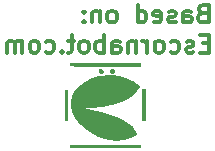
<source format=gbo>
G04 #@! TF.FileFunction,Legend,Bot*
%FSLAX45Y45*%
G04 Gerber Fmt 4.5, Leading zero omitted, Abs format (unit mm)*
G04 Created by KiCad (PCBNEW 4.0.6-e0-6349~53~ubuntu16.04.1) date Wed May 24 17:29:30 2017*
%MOMM*%
%LPD*%
G01*
G04 APERTURE LIST*
%ADD10C,0.020000*%
%ADD11C,0.300000*%
%ADD12C,0.010000*%
G04 APERTURE END LIST*
D10*
D11*
X14655430Y-12898590D02*
X14634001Y-12905733D01*
X14626858Y-12912875D01*
X14619715Y-12927161D01*
X14619715Y-12948590D01*
X14626858Y-12962875D01*
X14634001Y-12970018D01*
X14648287Y-12977161D01*
X14705430Y-12977161D01*
X14705430Y-12827161D01*
X14655430Y-12827161D01*
X14641144Y-12834304D01*
X14634001Y-12841447D01*
X14626858Y-12855733D01*
X14626858Y-12870018D01*
X14634001Y-12884304D01*
X14641144Y-12891447D01*
X14655430Y-12898590D01*
X14705430Y-12898590D01*
X14491144Y-12977161D02*
X14491144Y-12898590D01*
X14498287Y-12884304D01*
X14512573Y-12877161D01*
X14541144Y-12877161D01*
X14555430Y-12884304D01*
X14491144Y-12970018D02*
X14505430Y-12977161D01*
X14541144Y-12977161D01*
X14555430Y-12970018D01*
X14562573Y-12955733D01*
X14562573Y-12941447D01*
X14555430Y-12927161D01*
X14541144Y-12920018D01*
X14505430Y-12920018D01*
X14491144Y-12912875D01*
X14426858Y-12970018D02*
X14412573Y-12977161D01*
X14384001Y-12977161D01*
X14369715Y-12970018D01*
X14362573Y-12955733D01*
X14362573Y-12948590D01*
X14369715Y-12934304D01*
X14384001Y-12927161D01*
X14405430Y-12927161D01*
X14419715Y-12920018D01*
X14426858Y-12905733D01*
X14426858Y-12898590D01*
X14419715Y-12884304D01*
X14405430Y-12877161D01*
X14384001Y-12877161D01*
X14369715Y-12884304D01*
X14241144Y-12970018D02*
X14255430Y-12977161D01*
X14284001Y-12977161D01*
X14298287Y-12970018D01*
X14305430Y-12955733D01*
X14305430Y-12898590D01*
X14298287Y-12884304D01*
X14284001Y-12877161D01*
X14255430Y-12877161D01*
X14241144Y-12884304D01*
X14234001Y-12898590D01*
X14234001Y-12912875D01*
X14305430Y-12927161D01*
X14105430Y-12977161D02*
X14105430Y-12827161D01*
X14105430Y-12970018D02*
X14119715Y-12977161D01*
X14148287Y-12977161D01*
X14162573Y-12970018D01*
X14169715Y-12962875D01*
X14176858Y-12948590D01*
X14176858Y-12905733D01*
X14169715Y-12891447D01*
X14162573Y-12884304D01*
X14148287Y-12877161D01*
X14119715Y-12877161D01*
X14105430Y-12884304D01*
X13898287Y-12977161D02*
X13912573Y-12970018D01*
X13919715Y-12962875D01*
X13926858Y-12948590D01*
X13926858Y-12905733D01*
X13919715Y-12891447D01*
X13912573Y-12884304D01*
X13898287Y-12877161D01*
X13876858Y-12877161D01*
X13862573Y-12884304D01*
X13855430Y-12891447D01*
X13848287Y-12905733D01*
X13848287Y-12948590D01*
X13855430Y-12962875D01*
X13862573Y-12970018D01*
X13876858Y-12977161D01*
X13898287Y-12977161D01*
X13784001Y-12877161D02*
X13784001Y-12977161D01*
X13784001Y-12891447D02*
X13776858Y-12884304D01*
X13762572Y-12877161D01*
X13741144Y-12877161D01*
X13726858Y-12884304D01*
X13719715Y-12898590D01*
X13719715Y-12977161D01*
X13648287Y-12962875D02*
X13641144Y-12970018D01*
X13648287Y-12977161D01*
X13655430Y-12970018D01*
X13648287Y-12962875D01*
X13648287Y-12977161D01*
X13648287Y-12884304D02*
X13641144Y-12891447D01*
X13648287Y-12898590D01*
X13655430Y-12891447D01*
X13648287Y-12884304D01*
X13648287Y-12898590D01*
X14705430Y-13153590D02*
X14655430Y-13153590D01*
X14634001Y-13232161D02*
X14705430Y-13232161D01*
X14705430Y-13082161D01*
X14634001Y-13082161D01*
X14576858Y-13225018D02*
X14562573Y-13232161D01*
X14534001Y-13232161D01*
X14519715Y-13225018D01*
X14512573Y-13210733D01*
X14512573Y-13203590D01*
X14519715Y-13189304D01*
X14534001Y-13182161D01*
X14555430Y-13182161D01*
X14569715Y-13175018D01*
X14576858Y-13160733D01*
X14576858Y-13153590D01*
X14569715Y-13139304D01*
X14555430Y-13132161D01*
X14534001Y-13132161D01*
X14519715Y-13139304D01*
X14384001Y-13225018D02*
X14398287Y-13232161D01*
X14426858Y-13232161D01*
X14441144Y-13225018D01*
X14448287Y-13217875D01*
X14455430Y-13203590D01*
X14455430Y-13160733D01*
X14448287Y-13146447D01*
X14441144Y-13139304D01*
X14426858Y-13132161D01*
X14398287Y-13132161D01*
X14384001Y-13139304D01*
X14298287Y-13232161D02*
X14312573Y-13225018D01*
X14319715Y-13217875D01*
X14326858Y-13203590D01*
X14326858Y-13160733D01*
X14319715Y-13146447D01*
X14312573Y-13139304D01*
X14298287Y-13132161D01*
X14276858Y-13132161D01*
X14262573Y-13139304D01*
X14255430Y-13146447D01*
X14248287Y-13160733D01*
X14248287Y-13203590D01*
X14255430Y-13217875D01*
X14262573Y-13225018D01*
X14276858Y-13232161D01*
X14298287Y-13232161D01*
X14184001Y-13232161D02*
X14184001Y-13132161D01*
X14184001Y-13160733D02*
X14176858Y-13146447D01*
X14169715Y-13139304D01*
X14155430Y-13132161D01*
X14141144Y-13132161D01*
X14091144Y-13132161D02*
X14091144Y-13232161D01*
X14091144Y-13146447D02*
X14084001Y-13139304D01*
X14069715Y-13132161D01*
X14048287Y-13132161D01*
X14034001Y-13139304D01*
X14026858Y-13153590D01*
X14026858Y-13232161D01*
X13891144Y-13232161D02*
X13891144Y-13153590D01*
X13898287Y-13139304D01*
X13912573Y-13132161D01*
X13941144Y-13132161D01*
X13955430Y-13139304D01*
X13891144Y-13225018D02*
X13905430Y-13232161D01*
X13941144Y-13232161D01*
X13955430Y-13225018D01*
X13962573Y-13210733D01*
X13962573Y-13196447D01*
X13955430Y-13182161D01*
X13941144Y-13175018D01*
X13905430Y-13175018D01*
X13891144Y-13167875D01*
X13819715Y-13232161D02*
X13819715Y-13082161D01*
X13819715Y-13139304D02*
X13805430Y-13132161D01*
X13776858Y-13132161D01*
X13762573Y-13139304D01*
X13755430Y-13146447D01*
X13748287Y-13160733D01*
X13748287Y-13203590D01*
X13755430Y-13217875D01*
X13762573Y-13225018D01*
X13776858Y-13232161D01*
X13805430Y-13232161D01*
X13819715Y-13225018D01*
X13662572Y-13232161D02*
X13676858Y-13225018D01*
X13684001Y-13217875D01*
X13691144Y-13203590D01*
X13691144Y-13160733D01*
X13684001Y-13146447D01*
X13676858Y-13139304D01*
X13662572Y-13132161D01*
X13641144Y-13132161D01*
X13626858Y-13139304D01*
X13619715Y-13146447D01*
X13612572Y-13160733D01*
X13612572Y-13203590D01*
X13619715Y-13217875D01*
X13626858Y-13225018D01*
X13641144Y-13232161D01*
X13662572Y-13232161D01*
X13569715Y-13132161D02*
X13512572Y-13132161D01*
X13548287Y-13082161D02*
X13548287Y-13210733D01*
X13541144Y-13225018D01*
X13526858Y-13232161D01*
X13512572Y-13232161D01*
X13462572Y-13217875D02*
X13455430Y-13225018D01*
X13462572Y-13232161D01*
X13469715Y-13225018D01*
X13462572Y-13217875D01*
X13462572Y-13232161D01*
X13326858Y-13225018D02*
X13341144Y-13232161D01*
X13369715Y-13232161D01*
X13384001Y-13225018D01*
X13391144Y-13217875D01*
X13398287Y-13203590D01*
X13398287Y-13160733D01*
X13391144Y-13146447D01*
X13384001Y-13139304D01*
X13369715Y-13132161D01*
X13341144Y-13132161D01*
X13326858Y-13139304D01*
X13241144Y-13232161D02*
X13255430Y-13225018D01*
X13262572Y-13217875D01*
X13269715Y-13203590D01*
X13269715Y-13160733D01*
X13262572Y-13146447D01*
X13255430Y-13139304D01*
X13241144Y-13132161D01*
X13219715Y-13132161D01*
X13205430Y-13139304D01*
X13198287Y-13146447D01*
X13191144Y-13160733D01*
X13191144Y-13203590D01*
X13198287Y-13217875D01*
X13205430Y-13225018D01*
X13219715Y-13232161D01*
X13241144Y-13232161D01*
X13126858Y-13232161D02*
X13126858Y-13132161D01*
X13126858Y-13146447D02*
X13119715Y-13139304D01*
X13105430Y-13132161D01*
X13084001Y-13132161D01*
X13069715Y-13139304D01*
X13062572Y-13153590D01*
X13062572Y-13232161D01*
X13062572Y-13153590D02*
X13055430Y-13139304D01*
X13041144Y-13132161D01*
X13019715Y-13132161D01*
X13005430Y-13139304D01*
X12998287Y-13153590D01*
X12998287Y-13232161D01*
D12*
G36*
X13764824Y-13342248D02*
X13787004Y-13342188D01*
X13787543Y-13342186D01*
X13811487Y-13342105D01*
X13837749Y-13342021D01*
X13865579Y-13341939D01*
X13894230Y-13341858D01*
X13922951Y-13341782D01*
X13950995Y-13341713D01*
X13977612Y-13341652D01*
X14002053Y-13341601D01*
X14015720Y-13341575D01*
X14126210Y-13341383D01*
X14126210Y-13330360D01*
X14126145Y-13324439D01*
X14125733Y-13321126D01*
X14124652Y-13319644D01*
X14122577Y-13319214D01*
X14121553Y-13319168D01*
X14118110Y-13319019D01*
X14112109Y-13318736D01*
X14104376Y-13318359D01*
X14095736Y-13317927D01*
X14095161Y-13317898D01*
X14086956Y-13317536D01*
X14080057Y-13317334D01*
X14075122Y-13317304D01*
X14072810Y-13317457D01*
X14072730Y-13317497D01*
X14071064Y-13317697D01*
X14066453Y-13317890D01*
X14058864Y-13318074D01*
X14048265Y-13318250D01*
X14034625Y-13318419D01*
X14017912Y-13318580D01*
X13998094Y-13318734D01*
X13975138Y-13318881D01*
X13949013Y-13319021D01*
X13919687Y-13319155D01*
X13887127Y-13319282D01*
X13851303Y-13319402D01*
X13812182Y-13319517D01*
X13769732Y-13319626D01*
X13732933Y-13319710D01*
X13530157Y-13320150D01*
X13530157Y-13340837D01*
X13600007Y-13341721D01*
X13614381Y-13341872D01*
X13631606Y-13342001D01*
X13651146Y-13342108D01*
X13672466Y-13342190D01*
X13695029Y-13342246D01*
X13718301Y-13342276D01*
X13741744Y-13342277D01*
X13764824Y-13342248D01*
X13764824Y-13342248D01*
G37*
X13764824Y-13342248D02*
X13787004Y-13342188D01*
X13787543Y-13342186D01*
X13811487Y-13342105D01*
X13837749Y-13342021D01*
X13865579Y-13341939D01*
X13894230Y-13341858D01*
X13922951Y-13341782D01*
X13950995Y-13341713D01*
X13977612Y-13341652D01*
X14002053Y-13341601D01*
X14015720Y-13341575D01*
X14126210Y-13341383D01*
X14126210Y-13330360D01*
X14126145Y-13324439D01*
X14125733Y-13321126D01*
X14124652Y-13319644D01*
X14122577Y-13319214D01*
X14121553Y-13319168D01*
X14118110Y-13319019D01*
X14112109Y-13318736D01*
X14104376Y-13318359D01*
X14095736Y-13317927D01*
X14095161Y-13317898D01*
X14086956Y-13317536D01*
X14080057Y-13317334D01*
X14075122Y-13317304D01*
X14072810Y-13317457D01*
X14072730Y-13317497D01*
X14071064Y-13317697D01*
X14066453Y-13317890D01*
X14058864Y-13318074D01*
X14048265Y-13318250D01*
X14034625Y-13318419D01*
X14017912Y-13318580D01*
X13998094Y-13318734D01*
X13975138Y-13318881D01*
X13949013Y-13319021D01*
X13919687Y-13319155D01*
X13887127Y-13319282D01*
X13851303Y-13319402D01*
X13812182Y-13319517D01*
X13769732Y-13319626D01*
X13732933Y-13319710D01*
X13530157Y-13320150D01*
X13530157Y-13340837D01*
X13600007Y-13341721D01*
X13614381Y-13341872D01*
X13631606Y-13342001D01*
X13651146Y-13342108D01*
X13672466Y-13342190D01*
X13695029Y-13342246D01*
X13718301Y-13342276D01*
X13741744Y-13342277D01*
X13764824Y-13342248D01*
G36*
X13896452Y-13402512D02*
X13902175Y-13398247D01*
X13905327Y-13393656D01*
X13906966Y-13388616D01*
X13906259Y-13383573D01*
X13903025Y-13377673D01*
X13901561Y-13375640D01*
X13898788Y-13372394D01*
X13895948Y-13370756D01*
X13891743Y-13370188D01*
X13888333Y-13370137D01*
X13882632Y-13370392D01*
X13879077Y-13371441D01*
X13877640Y-13372677D01*
X13895917Y-13372677D01*
X13896763Y-13371830D01*
X13897610Y-13372677D01*
X13896763Y-13373523D01*
X13895917Y-13372677D01*
X13877640Y-13372677D01*
X13876448Y-13373702D01*
X13875837Y-13374449D01*
X13872280Y-13380833D01*
X13871118Y-13387356D01*
X13872304Y-13392474D01*
X13877182Y-13399000D01*
X13883282Y-13402865D01*
X13889930Y-13404044D01*
X13896452Y-13402512D01*
X13896452Y-13402512D01*
G37*
X13896452Y-13402512D02*
X13902175Y-13398247D01*
X13905327Y-13393656D01*
X13906966Y-13388616D01*
X13906259Y-13383573D01*
X13903025Y-13377673D01*
X13901561Y-13375640D01*
X13898788Y-13372394D01*
X13895948Y-13370756D01*
X13891743Y-13370188D01*
X13888333Y-13370137D01*
X13882632Y-13370392D01*
X13879077Y-13371441D01*
X13877640Y-13372677D01*
X13895917Y-13372677D01*
X13896763Y-13371830D01*
X13897610Y-13372677D01*
X13896763Y-13373523D01*
X13895917Y-13372677D01*
X13877640Y-13372677D01*
X13876448Y-13373702D01*
X13875837Y-13374449D01*
X13872280Y-13380833D01*
X13871118Y-13387356D01*
X13872304Y-13392474D01*
X13877182Y-13399000D01*
X13883282Y-13402865D01*
X13889930Y-13404044D01*
X13896452Y-13402512D01*
G36*
X13795191Y-13404934D02*
X13802029Y-13402908D01*
X13806263Y-13399002D01*
X13808370Y-13392745D01*
X13808515Y-13391717D01*
X13807838Y-13385479D01*
X13804703Y-13379952D01*
X13799847Y-13375596D01*
X13794008Y-13372869D01*
X13787926Y-13372233D01*
X13782338Y-13374145D01*
X13781391Y-13374835D01*
X13776286Y-13380889D01*
X13774059Y-13388131D01*
X13773997Y-13389599D01*
X13774555Y-13392710D01*
X13775952Y-13392835D01*
X13777123Y-13392636D01*
X13776793Y-13393429D01*
X13776201Y-13396983D01*
X13778312Y-13400346D01*
X13782452Y-13403096D01*
X13787946Y-13404811D01*
X13794117Y-13405067D01*
X13795191Y-13404934D01*
X13795191Y-13404934D01*
G37*
X13795191Y-13404934D02*
X13802029Y-13402908D01*
X13806263Y-13399002D01*
X13808370Y-13392745D01*
X13808515Y-13391717D01*
X13807838Y-13385479D01*
X13804703Y-13379952D01*
X13799847Y-13375596D01*
X13794008Y-13372869D01*
X13787926Y-13372233D01*
X13782338Y-13374145D01*
X13781391Y-13374835D01*
X13776286Y-13380889D01*
X13774059Y-13388131D01*
X13773997Y-13389599D01*
X13774555Y-13392710D01*
X13775952Y-13392835D01*
X13777123Y-13392636D01*
X13776793Y-13393429D01*
X13776201Y-13396983D01*
X13778312Y-13400346D01*
X13782452Y-13403096D01*
X13787946Y-13404811D01*
X13794117Y-13405067D01*
X13795191Y-13404934D01*
G36*
X13935646Y-13969162D02*
X13941373Y-13968652D01*
X13944287Y-13967786D01*
X13944116Y-13966591D01*
X13943984Y-13966497D01*
X13942636Y-13964049D01*
X13942319Y-13961533D01*
X13942846Y-13958997D01*
X13944986Y-13957919D01*
X13948673Y-13957723D01*
X13953059Y-13958139D01*
X13955803Y-13959163D01*
X13956030Y-13959417D01*
X13955337Y-13960606D01*
X13951970Y-13961165D01*
X13951473Y-13961176D01*
X13945870Y-13961242D01*
X13949445Y-13962803D01*
X13958570Y-13962803D01*
X13960078Y-13961775D01*
X13963870Y-13961189D01*
X13965767Y-13961136D01*
X13970036Y-13961353D01*
X13971224Y-13962031D01*
X13970423Y-13962803D01*
X13967107Y-13964030D01*
X13963135Y-13964423D01*
X13959845Y-13963983D01*
X13958570Y-13962803D01*
X13949445Y-13962803D01*
X13951797Y-13963830D01*
X13956617Y-13965231D01*
X13962909Y-13965697D01*
X13971252Y-13965226D01*
X13982227Y-13963814D01*
X13983123Y-13963678D01*
X13990239Y-13962504D01*
X13994519Y-13961536D01*
X13996495Y-13960597D01*
X13996697Y-13959509D01*
X13996527Y-13959186D01*
X13996706Y-13958045D01*
X13998575Y-13958352D01*
X14002663Y-13958436D01*
X14007916Y-13957141D01*
X14012901Y-13954972D01*
X14016179Y-13952440D01*
X14016458Y-13952020D01*
X14019009Y-13949652D01*
X14021842Y-13949604D01*
X14023401Y-13951373D01*
X14024595Y-13952637D01*
X14027167Y-13951710D01*
X14027752Y-13951373D01*
X14032064Y-13949671D01*
X14034847Y-13949257D01*
X14037203Y-13948608D01*
X14037310Y-13947563D01*
X14038032Y-13946417D01*
X14041500Y-13945885D01*
X14042404Y-13945870D01*
X14046402Y-13945649D01*
X14047824Y-13944583D01*
X14047475Y-13942068D01*
X14047473Y-13942060D01*
X14047135Y-13939812D01*
X14047782Y-13939993D01*
X14050407Y-13941240D01*
X14054446Y-13941312D01*
X14058706Y-13940452D01*
X14061990Y-13938902D01*
X14063104Y-13936905D01*
X14063099Y-13936877D01*
X14064323Y-13935357D01*
X14068033Y-13934371D01*
X14068637Y-13934305D01*
X14072997Y-13933292D01*
X14075770Y-13931562D01*
X14075917Y-13931341D01*
X14078222Y-13929172D01*
X14079304Y-13928876D01*
X14082486Y-13927620D01*
X14086313Y-13924698D01*
X14089665Y-13921153D01*
X14091420Y-13918028D01*
X14091481Y-13917542D01*
X14090371Y-13914025D01*
X14089344Y-13912846D01*
X14087505Y-13910041D01*
X14086281Y-13906073D01*
X14084327Y-13900060D01*
X14080892Y-13893484D01*
X14076757Y-13887634D01*
X14072791Y-13883856D01*
X14069310Y-13879885D01*
X14068637Y-13876231D01*
X14067478Y-13871704D01*
X14063793Y-13866311D01*
X14061482Y-13863726D01*
X14057372Y-13859708D01*
X14053926Y-13856952D01*
X14052169Y-13856123D01*
X14050216Y-13854776D01*
X14050010Y-13853781D01*
X14048499Y-13851475D01*
X14044682Y-13849824D01*
X14039630Y-13849251D01*
X14038580Y-13849301D01*
X14035428Y-13848585D01*
X14034770Y-13846931D01*
X14035648Y-13844601D01*
X14036463Y-13844270D01*
X14036750Y-13843283D01*
X14035193Y-13841213D01*
X14032321Y-13839305D01*
X14030885Y-13839943D01*
X14029047Y-13840183D01*
X14026810Y-13837832D01*
X14023378Y-13834530D01*
X14018646Y-13831673D01*
X14018131Y-13831448D01*
X14013521Y-13828903D01*
X14010100Y-13825960D01*
X14009833Y-13825610D01*
X14007249Y-13823009D01*
X14005464Y-13822283D01*
X14004321Y-13822674D01*
X14005454Y-13823587D01*
X14007522Y-13826033D01*
X14009151Y-13829302D01*
X14010148Y-13832283D01*
X14009435Y-13832881D01*
X14006377Y-13831512D01*
X14006039Y-13831344D01*
X14001533Y-13828125D01*
X13998388Y-13824597D01*
X13996562Y-13821610D01*
X13996849Y-13820753D01*
X13999481Y-13821336D01*
X13999490Y-13821338D01*
X14002195Y-13821969D01*
X14001889Y-13821225D01*
X14000315Y-13819921D01*
X13996830Y-13818335D01*
X13994534Y-13818427D01*
X13992767Y-13818600D01*
X13993183Y-13817339D01*
X13993476Y-13816196D01*
X13991468Y-13817110D01*
X13990869Y-13817475D01*
X13987926Y-13818839D01*
X13986187Y-13817936D01*
X13985723Y-13817257D01*
X13984924Y-13814249D01*
X13985238Y-13813108D01*
X13986513Y-13812607D01*
X13986961Y-13813450D01*
X13988755Y-13815360D01*
X13989398Y-13815483D01*
X13990036Y-13814503D01*
X13989065Y-13812962D01*
X13986660Y-13811299D01*
X13985424Y-13811398D01*
X13983366Y-13810950D01*
X13980957Y-13808751D01*
X13977793Y-13805900D01*
X13973469Y-13804363D01*
X13966916Y-13803768D01*
X13966613Y-13803759D01*
X13963008Y-13802928D01*
X13961957Y-13800479D01*
X13960530Y-13798103D01*
X13956895Y-13795093D01*
X13952014Y-13792000D01*
X13946853Y-13789371D01*
X13942376Y-13787754D01*
X13939547Y-13787700D01*
X13939519Y-13787715D01*
X13938291Y-13788104D01*
X13938607Y-13787599D01*
X13938025Y-13786104D01*
X13935129Y-13783941D01*
X13933593Y-13783094D01*
X13929224Y-13780900D01*
X13927213Y-13780157D01*
X13926892Y-13780799D01*
X13927485Y-13782482D01*
X13927543Y-13784246D01*
X13925315Y-13783915D01*
X13921360Y-13782280D01*
X13920274Y-13781023D01*
X13921559Y-13779738D01*
X13922234Y-13778557D01*
X13919879Y-13777965D01*
X13914811Y-13778030D01*
X13913697Y-13778111D01*
X13911584Y-13777961D01*
X13912487Y-13776899D01*
X13912484Y-13775652D01*
X13909297Y-13774003D01*
X13904020Y-13772249D01*
X13896520Y-13769801D01*
X13888649Y-13766906D01*
X13884276Y-13765117D01*
X13879261Y-13763139D01*
X13875586Y-13762073D01*
X13874257Y-13762072D01*
X13874636Y-13762921D01*
X13875314Y-13762990D01*
X13877178Y-13764124D01*
X13877290Y-13764683D01*
X13875841Y-13765956D01*
X13873057Y-13766377D01*
X13869540Y-13765738D01*
X13869160Y-13763825D01*
X13870855Y-13761635D01*
X13871742Y-13760076D01*
X13869674Y-13759607D01*
X13869262Y-13759603D01*
X13865897Y-13758920D01*
X13864624Y-13757965D01*
X13862421Y-13757065D01*
X13858454Y-13757111D01*
X13858174Y-13757151D01*
X13854909Y-13757528D01*
X13854707Y-13757117D01*
X13856123Y-13756368D01*
X13858146Y-13755227D01*
X13857275Y-13754761D01*
X13854753Y-13754642D01*
X13851602Y-13755048D01*
X13851043Y-13756217D01*
X13850319Y-13757361D01*
X13846843Y-13757894D01*
X13845905Y-13757910D01*
X13841416Y-13758395D01*
X13839255Y-13760158D01*
X13839241Y-13760196D01*
X13857692Y-13760196D01*
X13858682Y-13759833D01*
X13862356Y-13760958D01*
X13862784Y-13761124D01*
X13864742Y-13762505D01*
X13864459Y-13763394D01*
X13862012Y-13763277D01*
X13859591Y-13761993D01*
X13857692Y-13760196D01*
X13839241Y-13760196D01*
X13838834Y-13761297D01*
X13837090Y-13764049D01*
X13835506Y-13764683D01*
X13833965Y-13763731D01*
X13834222Y-13762809D01*
X13834099Y-13761612D01*
X13832205Y-13761911D01*
X13829049Y-13761982D01*
X13823765Y-13761240D01*
X13817471Y-13759846D01*
X13817177Y-13759769D01*
X13811132Y-13758036D01*
X13808096Y-13756757D01*
X13807749Y-13755767D01*
X13808500Y-13755323D01*
X13812301Y-13754952D01*
X13817035Y-13755935D01*
X13817087Y-13755954D01*
X13824783Y-13757686D01*
X13832500Y-13757663D01*
X13839051Y-13755963D01*
X13841730Y-13754339D01*
X13844178Y-13752173D01*
X13844195Y-13751619D01*
X13841581Y-13752679D01*
X13838050Y-13754396D01*
X13834537Y-13755468D01*
X13830710Y-13755725D01*
X13827464Y-13755298D01*
X13825692Y-13754319D01*
X13826288Y-13752918D01*
X13826578Y-13752717D01*
X13830007Y-13751853D01*
X13833525Y-13752085D01*
X13837140Y-13752297D01*
X13838938Y-13751545D01*
X13837846Y-13750452D01*
X13834155Y-13748758D01*
X13828534Y-13746745D01*
X13825129Y-13745684D01*
X13817266Y-13743317D01*
X13809486Y-13740925D01*
X13803187Y-13738939D01*
X13801937Y-13738533D01*
X13796068Y-13736621D01*
X13790794Y-13734919D01*
X13788921Y-13734322D01*
X13782950Y-13734055D01*
X13779854Y-13735229D01*
X13776319Y-13736478D01*
X13773687Y-13736509D01*
X13772785Y-13735524D01*
X13774239Y-13733859D01*
X13774973Y-13732962D01*
X13773217Y-13732939D01*
X13768688Y-13733820D01*
X13763837Y-13734961D01*
X13760989Y-13735608D01*
X13761315Y-13735255D01*
X13763413Y-13734306D01*
X13766679Y-13732226D01*
X13766740Y-13730511D01*
X13763774Y-13729406D01*
X13759603Y-13729123D01*
X13755057Y-13728871D01*
X13752330Y-13728232D01*
X13751980Y-13727853D01*
X13750533Y-13726801D01*
X13747134Y-13726253D01*
X13743187Y-13726256D01*
X13740095Y-13726855D01*
X13739278Y-13727438D01*
X13739742Y-13728873D01*
X13741300Y-13729242D01*
X13743264Y-13729489D01*
X13742195Y-13730277D01*
X13740977Y-13730817D01*
X13736675Y-13732028D01*
X13732176Y-13732389D01*
X13728582Y-13731933D01*
X13726995Y-13730692D01*
X13727007Y-13730393D01*
X13725679Y-13728854D01*
X13720993Y-13727753D01*
X13718117Y-13727430D01*
X13712618Y-13726729D01*
X13709677Y-13725663D01*
X13708461Y-13723861D01*
X13708299Y-13723055D01*
X13708412Y-13720659D01*
X13710326Y-13720014D01*
X13712976Y-13720287D01*
X13716916Y-13721267D01*
X13719084Y-13722545D01*
X13721278Y-13723622D01*
X13724990Y-13724043D01*
X13728513Y-13724543D01*
X13729970Y-13725737D01*
X13731086Y-13727293D01*
X13733420Y-13727086D01*
X13735450Y-13725341D01*
X13735662Y-13724890D01*
X13735564Y-13723176D01*
X13733094Y-13722430D01*
X13730340Y-13722324D01*
X13726809Y-13722023D01*
X13725766Y-13721298D01*
X13726061Y-13721016D01*
X13725877Y-13720233D01*
X13723031Y-13719779D01*
X13721318Y-13719733D01*
X13716740Y-13719317D01*
X13713738Y-13718283D01*
X13713374Y-13717930D01*
X13710017Y-13715635D01*
X13703354Y-13713914D01*
X13694410Y-13712852D01*
X13689186Y-13712170D01*
X13685561Y-13711192D01*
X13684532Y-13710459D01*
X13682655Y-13709462D01*
X13678575Y-13708872D01*
X13676389Y-13708803D01*
X13672094Y-13708505D01*
X13669841Y-13707749D01*
X13669757Y-13707271D01*
X13668920Y-13706496D01*
X13665564Y-13706465D01*
X13664011Y-13706636D01*
X13658901Y-13706920D01*
X13654823Y-13706474D01*
X13654274Y-13706294D01*
X13652237Y-13705218D01*
X13653221Y-13704261D01*
X13654617Y-13703661D01*
X13656712Y-13702641D01*
X13655783Y-13702242D01*
X13653685Y-13702149D01*
X13649601Y-13702797D01*
X13647364Y-13704034D01*
X13645560Y-13705361D01*
X13644342Y-13704510D01*
X13643253Y-13700981D01*
X13642827Y-13699067D01*
X13642435Y-13694850D01*
X13643575Y-13693563D01*
X13644871Y-13692752D01*
X13644718Y-13692293D01*
X13646100Y-13691920D01*
X13650406Y-13691570D01*
X13657171Y-13691260D01*
X13665933Y-13691011D01*
X13676228Y-13690840D01*
X13682294Y-13690786D01*
X13697289Y-13690607D01*
X13711845Y-13690273D01*
X13725547Y-13689806D01*
X13737978Y-13689229D01*
X13748724Y-13688564D01*
X13757368Y-13687833D01*
X13763493Y-13687060D01*
X13766686Y-13686267D01*
X13766814Y-13686196D01*
X13769427Y-13685577D01*
X13774424Y-13685121D01*
X13780803Y-13684913D01*
X13781894Y-13684908D01*
X13788661Y-13684669D01*
X13794463Y-13684038D01*
X13798158Y-13683146D01*
X13798409Y-13683026D01*
X13802209Y-13681958D01*
X13807650Y-13681482D01*
X13809975Y-13681510D01*
X13814661Y-13681444D01*
X13817562Y-13680864D01*
X13818023Y-13680390D01*
X13819559Y-13679530D01*
X13823536Y-13678832D01*
X13827760Y-13678515D01*
X13833341Y-13678043D01*
X13837556Y-13677229D01*
X13839105Y-13676532D01*
X13841980Y-13675237D01*
X13844468Y-13674937D01*
X13847704Y-13674177D01*
X13848862Y-13673012D01*
X13850797Y-13671855D01*
X13854937Y-13671206D01*
X13857047Y-13671149D01*
X13862511Y-13670738D01*
X13867012Y-13669635D01*
X13867977Y-13669176D01*
X13872249Y-13667521D01*
X13876307Y-13666801D01*
X13880738Y-13666236D01*
X13881895Y-13665537D01*
X13879870Y-13664936D01*
X13875456Y-13664669D01*
X13871215Y-13664454D01*
X13870121Y-13663921D01*
X13871363Y-13663207D01*
X13874908Y-13662664D01*
X13880324Y-13662739D01*
X13884063Y-13663111D01*
X13890335Y-13663643D01*
X13894251Y-13663093D01*
X13896050Y-13662033D01*
X13899551Y-13660387D01*
X13904330Y-13659625D01*
X13904517Y-13659622D01*
X13909487Y-13659235D01*
X13914730Y-13658337D01*
X13919494Y-13657143D01*
X13923027Y-13655870D01*
X13924577Y-13654735D01*
X13923857Y-13654061D01*
X13922989Y-13653536D01*
X13925089Y-13653485D01*
X13926048Y-13653558D01*
X13930102Y-13653512D01*
X13932429Y-13652732D01*
X13932498Y-13652641D01*
X13934666Y-13651583D01*
X13937927Y-13651206D01*
X13940437Y-13651064D01*
X13940470Y-13650428D01*
X13937776Y-13648926D01*
X13935710Y-13647919D01*
X13929758Y-13645545D01*
X13923675Y-13643835D01*
X13922587Y-13643632D01*
X13918510Y-13642596D01*
X13916344Y-13641306D01*
X13916237Y-13640993D01*
X13917697Y-13640015D01*
X13921193Y-13639484D01*
X13925399Y-13639438D01*
X13928989Y-13639916D01*
X13930426Y-13640583D01*
X13930598Y-13640693D01*
X13948818Y-13640693D01*
X13950829Y-13638691D01*
X13953616Y-13637475D01*
X13957440Y-13636464D01*
X13959485Y-13636368D01*
X13961243Y-13637223D01*
X13961957Y-13637683D01*
X13963311Y-13638927D01*
X13961638Y-13639334D01*
X13960787Y-13639351D01*
X13957370Y-13640065D01*
X13956030Y-13641070D01*
X13953937Y-13642460D01*
X13951112Y-13642695D01*
X13949038Y-13641851D01*
X13948818Y-13640693D01*
X13930598Y-13640693D01*
X13932959Y-13642199D01*
X13942201Y-13642199D01*
X13942434Y-13641192D01*
X13943330Y-13641070D01*
X13944724Y-13641689D01*
X13944459Y-13642199D01*
X13942449Y-13642401D01*
X13942201Y-13642199D01*
X13932959Y-13642199D01*
X13933275Y-13642400D01*
X13937640Y-13644197D01*
X13942384Y-13645633D01*
X13946370Y-13646366D01*
X13948463Y-13646057D01*
X13948496Y-13646011D01*
X13950806Y-13644728D01*
X13954853Y-13644095D01*
X13954925Y-13644093D01*
X13958605Y-13643590D01*
X13960257Y-13642578D01*
X13960263Y-13642506D01*
X13961736Y-13641497D01*
X13965283Y-13641070D01*
X13965343Y-13641070D01*
X13968910Y-13640579D01*
X13970423Y-13639398D01*
X13970423Y-13639377D01*
X13971839Y-13637994D01*
X13973757Y-13637683D01*
X13976183Y-13636863D01*
X13976116Y-13635143D01*
X13976335Y-13633162D01*
X13979132Y-13632629D01*
X13981712Y-13632893D01*
X13981222Y-13633859D01*
X13980583Y-13634297D01*
X13979297Y-13635653D01*
X13980039Y-13635964D01*
X13982891Y-13634919D01*
X13984272Y-13633863D01*
X13987453Y-13631792D01*
X13991590Y-13629993D01*
X13995178Y-13628173D01*
X13996209Y-13625526D01*
X13996100Y-13624076D01*
X13996032Y-13621329D01*
X13997145Y-13621487D01*
X13997501Y-13621812D01*
X13999596Y-13622499D01*
X14002506Y-13620639D01*
X14003588Y-13619604D01*
X14006810Y-13617130D01*
X14009276Y-13616495D01*
X14009485Y-13616588D01*
X14009865Y-13618333D01*
X14008201Y-13620186D01*
X14007470Y-13621087D01*
X14009319Y-13620361D01*
X14010762Y-13619600D01*
X14015378Y-13616768D01*
X14019104Y-13613990D01*
X14019359Y-13613760D01*
X14023285Y-13611031D01*
X14025827Y-13609894D01*
X14029100Y-13608038D01*
X14033266Y-13604655D01*
X14034981Y-13602999D01*
X14039276Y-13599268D01*
X14043445Y-13596673D01*
X14044783Y-13596172D01*
X14048192Y-13594597D01*
X14052729Y-13591591D01*
X14057655Y-13587774D01*
X14062230Y-13583769D01*
X14065713Y-13580198D01*
X14067364Y-13577682D01*
X14067381Y-13577191D01*
X14067668Y-13573428D01*
X14070199Y-13570043D01*
X14073951Y-13568299D01*
X14074623Y-13568257D01*
X14077960Y-13567380D01*
X14078797Y-13565770D01*
X14079910Y-13563853D01*
X14080913Y-13563799D01*
X14082103Y-13563867D01*
X14081760Y-13563605D01*
X14080548Y-13561361D01*
X14081987Y-13558143D01*
X14082800Y-13557238D01*
X14085442Y-13555901D01*
X14086876Y-13556693D01*
X14088824Y-13556945D01*
X14091340Y-13554096D01*
X14091641Y-13553621D01*
X14094719Y-13549319D01*
X14098810Y-13544382D01*
X14100213Y-13542839D01*
X14103917Y-13537612D01*
X14104877Y-13533069D01*
X14103081Y-13529690D01*
X14100627Y-13528405D01*
X14097989Y-13526882D01*
X14097423Y-13525809D01*
X14098699Y-13524456D01*
X14101444Y-13524362D01*
X14104031Y-13525408D01*
X14104769Y-13526347D01*
X14105539Y-13527544D01*
X14105756Y-13526390D01*
X14107219Y-13524268D01*
X14110600Y-13521887D01*
X14110970Y-13521690D01*
X14114432Y-13519268D01*
X14116036Y-13516901D01*
X14116050Y-13516722D01*
X14114966Y-13514559D01*
X14112221Y-13510948D01*
X14108575Y-13506729D01*
X14104786Y-13502743D01*
X14101614Y-13499833D01*
X14099906Y-13498830D01*
X14098014Y-13497774D01*
X14096335Y-13496290D01*
X14093253Y-13494087D01*
X14091126Y-13494122D01*
X14090650Y-13495443D01*
X14089254Y-13496866D01*
X14087687Y-13497111D01*
X14085726Y-13496831D01*
X14086939Y-13495655D01*
X14087263Y-13495443D01*
X14088786Y-13494114D01*
X14087505Y-13493776D01*
X14085997Y-13492608D01*
X14086325Y-13490838D01*
X14086766Y-13488944D01*
X14086326Y-13489043D01*
X14084454Y-13488835D01*
X14081613Y-13486809D01*
X14077362Y-13483895D01*
X14073750Y-13482439D01*
X14069146Y-13480375D01*
X14066454Y-13478271D01*
X14062542Y-13475934D01*
X14058411Y-13475123D01*
X14054776Y-13474517D01*
X14053820Y-13473039D01*
X14052517Y-13471461D01*
X14048312Y-13469895D01*
X14044930Y-13469113D01*
X14040350Y-13468008D01*
X14037932Y-13467010D01*
X14038018Y-13466446D01*
X14038465Y-13465319D01*
X14035771Y-13463446D01*
X14034632Y-13462882D01*
X14028878Y-13460452D01*
X14024093Y-13458952D01*
X14020938Y-13458531D01*
X14020078Y-13459338D01*
X14020224Y-13459636D01*
X14019973Y-13461215D01*
X14017990Y-13461577D01*
X14015500Y-13460813D01*
X14015562Y-13458955D01*
X14015143Y-13455912D01*
X14013392Y-13453929D01*
X14009867Y-13451755D01*
X14008408Y-13452069D01*
X14008758Y-13453957D01*
X14008859Y-13456122D01*
X14006830Y-13455962D01*
X14003543Y-13453903D01*
X14001261Y-13452035D01*
X14001690Y-13451411D01*
X14003543Y-13451298D01*
X14005827Y-13451105D01*
X14005007Y-13450461D01*
X14003443Y-13449816D01*
X14000271Y-13448970D01*
X13998978Y-13449070D01*
X13997171Y-13448474D01*
X13995808Y-13447165D01*
X13992522Y-13445136D01*
X13989789Y-13444643D01*
X13986302Y-13444010D01*
X13984851Y-13443005D01*
X13982655Y-13442136D01*
X13978702Y-13442252D01*
X13978401Y-13442301D01*
X13975044Y-13442699D01*
X13974647Y-13442132D01*
X13975503Y-13441425D01*
X13976703Y-13440191D01*
X13975728Y-13439463D01*
X13972147Y-13439122D01*
X13967037Y-13439046D01*
X13964798Y-13438849D01*
X13965751Y-13438343D01*
X13965792Y-13438333D01*
X13968023Y-13437202D01*
X13967478Y-13435894D01*
X13964708Y-13434846D01*
X13960899Y-13434483D01*
X13955834Y-13433983D01*
X13951770Y-13432774D01*
X13951661Y-13432717D01*
X13949170Y-13431802D01*
X13948809Y-13432949D01*
X13947747Y-13434922D01*
X13944118Y-13436368D01*
X13938723Y-13437117D01*
X13932362Y-13437000D01*
X13930630Y-13436804D01*
X13922163Y-13435667D01*
X13927243Y-13433458D01*
X13930125Y-13431915D01*
X13929790Y-13431211D01*
X13929260Y-13431173D01*
X13927197Y-13430337D01*
X13927358Y-13429218D01*
X13927005Y-13428137D01*
X13923799Y-13428054D01*
X13921108Y-13428366D01*
X13917163Y-13428753D01*
X13916187Y-13428445D01*
X13917011Y-13427982D01*
X13918124Y-13426946D01*
X13916134Y-13426087D01*
X13910990Y-13425402D01*
X13902644Y-13424887D01*
X13891046Y-13424540D01*
X13876147Y-13424356D01*
X13864730Y-13424323D01*
X13851847Y-13424354D01*
X13841919Y-13424465D01*
X13834513Y-13424684D01*
X13829199Y-13425037D01*
X13825545Y-13425551D01*
X13823118Y-13426255D01*
X13821684Y-13427031D01*
X13816242Y-13429015D01*
X13811290Y-13429117D01*
X13807377Y-13429016D01*
X13805977Y-13429403D01*
X13834957Y-13429403D01*
X13835576Y-13428009D01*
X13836086Y-13428274D01*
X13836199Y-13429403D01*
X13838343Y-13429403D01*
X13838963Y-13428009D01*
X13839472Y-13428274D01*
X13839586Y-13429403D01*
X13841730Y-13429403D01*
X13842350Y-13428009D01*
X13842859Y-13428274D01*
X13842973Y-13429403D01*
X13845117Y-13429403D01*
X13845736Y-13428009D01*
X13846246Y-13428274D01*
X13846359Y-13429403D01*
X13848503Y-13429403D01*
X13849123Y-13428009D01*
X13849632Y-13428274D01*
X13849746Y-13429403D01*
X13851890Y-13429403D01*
X13852510Y-13428009D01*
X13853019Y-13428274D01*
X13853133Y-13429403D01*
X13855277Y-13429403D01*
X13855896Y-13428009D01*
X13856406Y-13428274D01*
X13856445Y-13428664D01*
X13866648Y-13428664D01*
X13867923Y-13428438D01*
X13871954Y-13428309D01*
X13874750Y-13428290D01*
X13880108Y-13428355D01*
X13882986Y-13428536D01*
X13883014Y-13428802D01*
X13881991Y-13428941D01*
X13875980Y-13429215D01*
X13869405Y-13429029D01*
X13868445Y-13428952D01*
X13866648Y-13428664D01*
X13856445Y-13428664D01*
X13856608Y-13430284D01*
X13856406Y-13430532D01*
X13855399Y-13430300D01*
X13855277Y-13429403D01*
X13853133Y-13429403D01*
X13853222Y-13430284D01*
X13853019Y-13430532D01*
X13852012Y-13430300D01*
X13851890Y-13429403D01*
X13849746Y-13429403D01*
X13849835Y-13430284D01*
X13849632Y-13430532D01*
X13848626Y-13430300D01*
X13848503Y-13429403D01*
X13846359Y-13429403D01*
X13846448Y-13430284D01*
X13846246Y-13430532D01*
X13845239Y-13430300D01*
X13845117Y-13429403D01*
X13842973Y-13429403D01*
X13843062Y-13430284D01*
X13842859Y-13430532D01*
X13841852Y-13430300D01*
X13841730Y-13429403D01*
X13839586Y-13429403D01*
X13839675Y-13430284D01*
X13839472Y-13430532D01*
X13838466Y-13430300D01*
X13838343Y-13429403D01*
X13836199Y-13429403D01*
X13836288Y-13430284D01*
X13836086Y-13430532D01*
X13835079Y-13430300D01*
X13834957Y-13429403D01*
X13805977Y-13429403D01*
X13805551Y-13429521D01*
X13805566Y-13429795D01*
X13807666Y-13430734D01*
X13811290Y-13431097D01*
X13813149Y-13431583D01*
X13889288Y-13431583D01*
X13889622Y-13430083D01*
X13892376Y-13428362D01*
X13893800Y-13427844D01*
X13894187Y-13429071D01*
X13894223Y-13429968D01*
X13892862Y-13431966D01*
X13891683Y-13432225D01*
X13889288Y-13431583D01*
X13813149Y-13431583D01*
X13816073Y-13432349D01*
X13817249Y-13433637D01*
X13862050Y-13433637D01*
X13862897Y-13432790D01*
X13863743Y-13433637D01*
X13865437Y-13433637D01*
X13866283Y-13432790D01*
X13867130Y-13433637D01*
X13868823Y-13433637D01*
X13869670Y-13432790D01*
X13870517Y-13433637D01*
X13872210Y-13433637D01*
X13873057Y-13432790D01*
X13873903Y-13433637D01*
X13875597Y-13433637D01*
X13876443Y-13432790D01*
X13877290Y-13433637D01*
X13878983Y-13433637D01*
X13879830Y-13432790D01*
X13880677Y-13433637D01*
X13882370Y-13433637D01*
X13883217Y-13432790D01*
X13884063Y-13433637D01*
X13883217Y-13434483D01*
X13882370Y-13433637D01*
X13880677Y-13433637D01*
X13879830Y-13434483D01*
X13878983Y-13433637D01*
X13877290Y-13433637D01*
X13876443Y-13434483D01*
X13875597Y-13433637D01*
X13873903Y-13433637D01*
X13873057Y-13434483D01*
X13872210Y-13433637D01*
X13870517Y-13433637D01*
X13869670Y-13434483D01*
X13868823Y-13433637D01*
X13867130Y-13433637D01*
X13866283Y-13434483D01*
X13865437Y-13433637D01*
X13863743Y-13433637D01*
X13862897Y-13434483D01*
X13862050Y-13433637D01*
X13817249Y-13433637D01*
X13818023Y-13434483D01*
X13818871Y-13436635D01*
X13817861Y-13437609D01*
X13814313Y-13437865D01*
X13813003Y-13437870D01*
X13808271Y-13437458D01*
X13806304Y-13436089D01*
X13806170Y-13435330D01*
X13805172Y-13433668D01*
X13801787Y-13432838D01*
X13798127Y-13432652D01*
X13790083Y-13432515D01*
X13795163Y-13430189D01*
X13798166Y-13428620D01*
X13798311Y-13427928D01*
X13795469Y-13428103D01*
X13789514Y-13429137D01*
X13787112Y-13429610D01*
X13781457Y-13431024D01*
X13778785Y-13432473D01*
X13778544Y-13433844D01*
X13778080Y-13435822D01*
X13776537Y-13436177D01*
X13774472Y-13435249D01*
X13774681Y-13433448D01*
X13774883Y-13431567D01*
X13772777Y-13431986D01*
X13772746Y-13432000D01*
X13769168Y-13433132D01*
X13764116Y-13434302D01*
X13762990Y-13434517D01*
X13759051Y-13435298D01*
X13758257Y-13435722D01*
X13760411Y-13435967D01*
X13761297Y-13436016D01*
X13764546Y-13436349D01*
X13764777Y-13437088D01*
X13763320Y-13438058D01*
X13759604Y-13439160D01*
X13754591Y-13439490D01*
X13754006Y-13439463D01*
X13747958Y-13439296D01*
X13744889Y-13439663D01*
X13744914Y-13440079D01*
X13827011Y-13440079D01*
X13829062Y-13439576D01*
X13829877Y-13439563D01*
X13832568Y-13439905D01*
X13832298Y-13441182D01*
X13831909Y-13441595D01*
X13830900Y-13442103D01*
X13943330Y-13442103D01*
X13944177Y-13441257D01*
X13945023Y-13442103D01*
X13944177Y-13442950D01*
X13943330Y-13442103D01*
X13830900Y-13442103D01*
X13829604Y-13442755D01*
X13827845Y-13441595D01*
X13827011Y-13440079D01*
X13744914Y-13440079D01*
X13744941Y-13440525D01*
X13746903Y-13441402D01*
X13747783Y-13441760D01*
X13756427Y-13441760D01*
X13758757Y-13441524D01*
X13761161Y-13441790D01*
X13761008Y-13442103D01*
X13807863Y-13442103D01*
X13808710Y-13441257D01*
X13809557Y-13442103D01*
X13808710Y-13442950D01*
X13807863Y-13442103D01*
X13761008Y-13442103D01*
X13760873Y-13442378D01*
X13757406Y-13442602D01*
X13756640Y-13442378D01*
X13756427Y-13441760D01*
X13747783Y-13441760D01*
X13749106Y-13442299D01*
X13748425Y-13442525D01*
X13744818Y-13442191D01*
X13740475Y-13442111D01*
X13737762Y-13442815D01*
X13737521Y-13443061D01*
X13735282Y-13444209D01*
X13731663Y-13444643D01*
X13727835Y-13445113D01*
X13725855Y-13446145D01*
X13723724Y-13447416D01*
X13719626Y-13448661D01*
X13718559Y-13448887D01*
X13714731Y-13449782D01*
X13713893Y-13450559D01*
X13715577Y-13451500D01*
X13717168Y-13452263D01*
X13995823Y-13452263D01*
X13996670Y-13451417D01*
X13997517Y-13452263D01*
X13996670Y-13453110D01*
X13995823Y-13452263D01*
X13717168Y-13452263D01*
X13717710Y-13452523D01*
X13716803Y-13452968D01*
X13714730Y-13453129D01*
X13712258Y-13453410D01*
X13712415Y-13454076D01*
X13715434Y-13455536D01*
X13716310Y-13455920D01*
X13719912Y-13457849D01*
X13720046Y-13458190D01*
X13995823Y-13458190D01*
X13997242Y-13456814D01*
X13999210Y-13456497D01*
X14001962Y-13457206D01*
X14002597Y-13458190D01*
X14001178Y-13459566D01*
X13999210Y-13459883D01*
X13996458Y-13459174D01*
X13995823Y-13458190D01*
X13720046Y-13458190D01*
X13720483Y-13459300D01*
X13719851Y-13459858D01*
X13716785Y-13460575D01*
X13713976Y-13459739D01*
X13713037Y-13458192D01*
X13711626Y-13456271D01*
X13707920Y-13455707D01*
X13702710Y-13456463D01*
X13696786Y-13458501D01*
X13695660Y-13459023D01*
X13695634Y-13459037D01*
X13699490Y-13459037D01*
X13700337Y-13458190D01*
X13701183Y-13459037D01*
X13700337Y-13459883D01*
X13704570Y-13459883D01*
X13705941Y-13458381D01*
X13707110Y-13458190D01*
X13709363Y-13459104D01*
X13709650Y-13459883D01*
X13708278Y-13461386D01*
X13707110Y-13461577D01*
X13704857Y-13460662D01*
X13704570Y-13459883D01*
X13700337Y-13459883D01*
X13699490Y-13459037D01*
X13695634Y-13459037D01*
X13691635Y-13461096D01*
X13689861Y-13462277D01*
X13690589Y-13462336D01*
X13693285Y-13462048D01*
X13693513Y-13463587D01*
X13693311Y-13464163D01*
X13692455Y-13464963D01*
X13699490Y-13464963D01*
X13700908Y-13463587D01*
X13702877Y-13463270D01*
X13705628Y-13463979D01*
X13706263Y-13464963D01*
X13709650Y-13464963D01*
X13711113Y-13463740D01*
X13714367Y-13463270D01*
X13717920Y-13463897D01*
X13718460Y-13464963D01*
X13721503Y-13464963D01*
X13722792Y-13463319D01*
X13723197Y-13463270D01*
X13724841Y-13464559D01*
X13724890Y-13464963D01*
X13723601Y-13466607D01*
X13723197Y-13466657D01*
X13721553Y-13465368D01*
X13721503Y-13464963D01*
X13718460Y-13464963D01*
X13719069Y-13466168D01*
X13719084Y-13466657D01*
X13718421Y-13468751D01*
X13995823Y-13468751D01*
X13997162Y-13467108D01*
X13999633Y-13465573D01*
X14003487Y-13464216D01*
X14007541Y-13463552D01*
X14010747Y-13463634D01*
X14012058Y-13464512D01*
X14011910Y-13464963D01*
X14011983Y-13465809D01*
X14016541Y-13465809D01*
X14017138Y-13464671D01*
X14019953Y-13463323D01*
X14024527Y-13461887D01*
X14027799Y-13462289D01*
X14030636Y-13464063D01*
X14032245Y-13465498D01*
X14031831Y-13466250D01*
X14028890Y-13466545D01*
X14025033Y-13466603D01*
X14019146Y-13466436D01*
X14016541Y-13465809D01*
X14011983Y-13465809D01*
X14012044Y-13466524D01*
X14012657Y-13466657D01*
X14014381Y-13467886D01*
X14014450Y-13468350D01*
X14013356Y-13469197D01*
X14021223Y-13469197D01*
X14022070Y-13468350D01*
X14022917Y-13469197D01*
X14022070Y-13470043D01*
X14021223Y-13469197D01*
X14013356Y-13469197D01*
X14012970Y-13469495D01*
X14009365Y-13470014D01*
X14008947Y-13470017D01*
X14005532Y-13469778D01*
X14005164Y-13468985D01*
X14005983Y-13468350D01*
X14007337Y-13467106D01*
X14005664Y-13466699D01*
X14004813Y-13466683D01*
X14001399Y-13467354D01*
X14000057Y-13468350D01*
X13998089Y-13469873D01*
X13996204Y-13469674D01*
X13995823Y-13468751D01*
X13718421Y-13468751D01*
X13718306Y-13469118D01*
X13715387Y-13469983D01*
X13713944Y-13470017D01*
X13710723Y-13469772D01*
X13710545Y-13468947D01*
X13711343Y-13468350D01*
X13712721Y-13466981D01*
X13711767Y-13466683D01*
X13709799Y-13465587D01*
X13709650Y-13464963D01*
X13706263Y-13464963D01*
X13704845Y-13466339D01*
X13702877Y-13466657D01*
X13700125Y-13465947D01*
X13699490Y-13464963D01*
X13692455Y-13464963D01*
X13691118Y-13466212D01*
X13687460Y-13466270D01*
X13683414Y-13466460D01*
X13681828Y-13467806D01*
X13679596Y-13469831D01*
X13678442Y-13470043D01*
X13675507Y-13471199D01*
X13673493Y-13472865D01*
X14050574Y-13472865D01*
X14050807Y-13471859D01*
X14051703Y-13471737D01*
X14053097Y-13472356D01*
X14052832Y-13472865D01*
X14050823Y-13473068D01*
X14050574Y-13472865D01*
X13673493Y-13472865D01*
X13672592Y-13473610D01*
X13669729Y-13475874D01*
X13667703Y-13476209D01*
X13665441Y-13476496D01*
X13664974Y-13476817D01*
X14050010Y-13476817D01*
X14051299Y-13475172D01*
X14051703Y-13475123D01*
X14053347Y-13476412D01*
X14053397Y-13476817D01*
X14052108Y-13478461D01*
X14051703Y-13478510D01*
X14050059Y-13477221D01*
X14050010Y-13476817D01*
X13664974Y-13476817D01*
X13662916Y-13478231D01*
X13659189Y-13481041D01*
X13659125Y-13481076D01*
X13666311Y-13481076D01*
X13666470Y-13480203D01*
X13668635Y-13478575D01*
X13669110Y-13478510D01*
X13670658Y-13479802D01*
X13670703Y-13480203D01*
X13669325Y-13481689D01*
X13668063Y-13481897D01*
X13666311Y-13481076D01*
X13659125Y-13481076D01*
X13657491Y-13481936D01*
X14050881Y-13481936D01*
X14051129Y-13480950D01*
X14052448Y-13481245D01*
X14055193Y-13480829D01*
X14056138Y-13479443D01*
X14058227Y-13477503D01*
X14061297Y-13477248D01*
X14063805Y-13478542D01*
X14064403Y-13480168D01*
X14062948Y-13481854D01*
X14059489Y-13482970D01*
X14055386Y-13483339D01*
X14052000Y-13482783D01*
X14050881Y-13481936D01*
X13657491Y-13481936D01*
X13656617Y-13482397D01*
X13654405Y-13484391D01*
X13654425Y-13484719D01*
X13657721Y-13484719D01*
X13657954Y-13483712D01*
X13658850Y-13483590D01*
X13660244Y-13484209D01*
X13659979Y-13484719D01*
X13657969Y-13484921D01*
X13657721Y-13484719D01*
X13654425Y-13484719D01*
X13654588Y-13487392D01*
X13655144Y-13489947D01*
X13654331Y-13489557D01*
X13653378Y-13488424D01*
X13651238Y-13486587D01*
X13648855Y-13487326D01*
X13647886Y-13488001D01*
X13646156Y-13489758D01*
X13646673Y-13490363D01*
X13648566Y-13491603D01*
X13648690Y-13492254D01*
X13647961Y-13492903D01*
X13652077Y-13492903D01*
X13652923Y-13492057D01*
X13653250Y-13492383D01*
X13657157Y-13492383D01*
X13657624Y-13490660D01*
X13659189Y-13491718D01*
X13661613Y-13493423D01*
X13663268Y-13493571D01*
X13663090Y-13492067D01*
X13663083Y-13492057D01*
X13663467Y-13490607D01*
X13664677Y-13490363D01*
X13666994Y-13489479D01*
X13667317Y-13488670D01*
X13666015Y-13487042D01*
X13665523Y-13486977D01*
X13664559Y-13485919D01*
X13664877Y-13485121D01*
X13666716Y-13484473D01*
X13668710Y-13485951D01*
X13670183Y-13487873D01*
X14050721Y-13487873D01*
X14050857Y-13486977D01*
X14052305Y-13485363D01*
X14052550Y-13485283D01*
X14053896Y-13486464D01*
X14054243Y-13486977D01*
X14053841Y-13488411D01*
X14052550Y-13488670D01*
X14050721Y-13487873D01*
X13670183Y-13487873D01*
X13670451Y-13488222D01*
X13669477Y-13489987D01*
X13668991Y-13490363D01*
X14077103Y-13490363D01*
X14077681Y-13488714D01*
X14077850Y-13488670D01*
X14079296Y-13489857D01*
X14079643Y-13490363D01*
X14079509Y-13491924D01*
X14078897Y-13492057D01*
X14077172Y-13490827D01*
X14077103Y-13490363D01*
X13668991Y-13490363D01*
X13668251Y-13490936D01*
X13666257Y-13493445D01*
X13666305Y-13494975D01*
X14051703Y-13494975D01*
X14053154Y-13493833D01*
X14056700Y-13493388D01*
X14061136Y-13493594D01*
X14065253Y-13494400D01*
X14067355Y-13495443D01*
X14077103Y-13495443D01*
X14078319Y-13493798D01*
X14078697Y-13493750D01*
X14080990Y-13494981D01*
X14081337Y-13495443D01*
X14080953Y-13496893D01*
X14079743Y-13497137D01*
X14077426Y-13496253D01*
X14077103Y-13495443D01*
X14067355Y-13495443D01*
X14067705Y-13495617D01*
X14067202Y-13496511D01*
X14063819Y-13497039D01*
X14060509Y-13497137D01*
X14054666Y-13496777D01*
X14051953Y-13495667D01*
X14051703Y-13494975D01*
X13666305Y-13494975D01*
X13666311Y-13495186D01*
X13666163Y-13496878D01*
X13665015Y-13497137D01*
X13660223Y-13496223D01*
X13657488Y-13493828D01*
X13657157Y-13492383D01*
X13653250Y-13492383D01*
X13653770Y-13492903D01*
X13652923Y-13493750D01*
X13652077Y-13492903D01*
X13647961Y-13492903D01*
X13647361Y-13493438D01*
X13645491Y-13493308D01*
X13641654Y-13493296D01*
X13639987Y-13493932D01*
X13638736Y-13495164D01*
X13639747Y-13495417D01*
X13640651Y-13496290D01*
X13650383Y-13496290D01*
X13651230Y-13495443D01*
X13652077Y-13496290D01*
X13651230Y-13497137D01*
X13650383Y-13496290D01*
X13640651Y-13496290D01*
X13641040Y-13496665D01*
X13640836Y-13497983D01*
X13640910Y-13500158D01*
X13641735Y-13500523D01*
X13643397Y-13501892D01*
X13643610Y-13503063D01*
X13642696Y-13505317D01*
X13641917Y-13505603D01*
X13640382Y-13504247D01*
X13640223Y-13503261D01*
X13638772Y-13501221D01*
X13635990Y-13500109D01*
X13632844Y-13500007D01*
X13631757Y-13500800D01*
X13630359Y-13502443D01*
X13627910Y-13503710D01*
X13633450Y-13503710D01*
X13634493Y-13502792D01*
X13635143Y-13503063D01*
X13636773Y-13505306D01*
X13636837Y-13505803D01*
X13635793Y-13506721D01*
X13635143Y-13506450D01*
X13633513Y-13504207D01*
X13633450Y-13503710D01*
X13627910Y-13503710D01*
X13627523Y-13503910D01*
X13624383Y-13505678D01*
X13623909Y-13506363D01*
X13624983Y-13506363D01*
X13626307Y-13505610D01*
X13629828Y-13506505D01*
X13633534Y-13508187D01*
X13634558Y-13508949D01*
X14103318Y-13508949D01*
X14103605Y-13506781D01*
X14103749Y-13506615D01*
X14106168Y-13505658D01*
X14107546Y-13507481D01*
X14107583Y-13508043D01*
X14106666Y-13510851D01*
X14106067Y-13511420D01*
X14104405Y-13511047D01*
X14103318Y-13508949D01*
X13634558Y-13508949D01*
X13636990Y-13510759D01*
X13637416Y-13511530D01*
X13640223Y-13511530D01*
X13641138Y-13509276D01*
X13641917Y-13508990D01*
X13643419Y-13510361D01*
X13643610Y-13511530D01*
X13642696Y-13513783D01*
X13641917Y-13514070D01*
X13640414Y-13512698D01*
X13640223Y-13511530D01*
X13637416Y-13511530D01*
X13638455Y-13513407D01*
X13637848Y-13514917D01*
X14104197Y-13514917D01*
X14105043Y-13514070D01*
X14105890Y-13514917D01*
X14105043Y-13515763D01*
X14104197Y-13514917D01*
X13637848Y-13514917D01*
X13637689Y-13515312D01*
X13635761Y-13515763D01*
X13633204Y-13514680D01*
X13629776Y-13512116D01*
X13626658Y-13509099D01*
X13625028Y-13506659D01*
X13624983Y-13506363D01*
X13623909Y-13506363D01*
X13623290Y-13507255D01*
X13621935Y-13508829D01*
X13620957Y-13508990D01*
X13617836Y-13510380D01*
X13616169Y-13512292D01*
X13621851Y-13512292D01*
X13622383Y-13510847D01*
X13623205Y-13510937D01*
X13625022Y-13512362D01*
X13625110Y-13512842D01*
X13624006Y-13514161D01*
X13622312Y-13513206D01*
X13621851Y-13512292D01*
X13616169Y-13512292D01*
X13615002Y-13513631D01*
X13613782Y-13516747D01*
X13612652Y-13519150D01*
X13640223Y-13519150D01*
X13641512Y-13517506D01*
X13641917Y-13517457D01*
X13642726Y-13518091D01*
X14107863Y-13518091D01*
X14107933Y-13514249D01*
X14108282Y-13512999D01*
X14109347Y-13511362D01*
X14111066Y-13512266D01*
X14112018Y-13513183D01*
X14113821Y-13515485D01*
X14112924Y-13517237D01*
X14111600Y-13518275D01*
X14109119Y-13519734D01*
X14108063Y-13518837D01*
X14107863Y-13518091D01*
X13642726Y-13518091D01*
X13643561Y-13518745D01*
X13643610Y-13519150D01*
X13642321Y-13520794D01*
X13641917Y-13520843D01*
X13640273Y-13519555D01*
X13640223Y-13519150D01*
X13612652Y-13519150D01*
X13612391Y-13519705D01*
X13610656Y-13521690D01*
X13614823Y-13521690D01*
X13615670Y-13520843D01*
X13616517Y-13521690D01*
X13615670Y-13522537D01*
X13618210Y-13522537D01*
X13619581Y-13521034D01*
X13620750Y-13520843D01*
X13623003Y-13521758D01*
X13623290Y-13522537D01*
X13621918Y-13524039D01*
X13620750Y-13524230D01*
X13618497Y-13523316D01*
X13618210Y-13522537D01*
X13615670Y-13522537D01*
X13614823Y-13521690D01*
X13610656Y-13521690D01*
X13609800Y-13522669D01*
X13607295Y-13524209D01*
X13607062Y-13524230D01*
X13607122Y-13523184D01*
X13608906Y-13520833D01*
X13610930Y-13518157D01*
X13611285Y-13516828D01*
X13609897Y-13517710D01*
X13606663Y-13520566D01*
X13602088Y-13524932D01*
X13599961Y-13527052D01*
X14086134Y-13527052D01*
X14086367Y-13526045D01*
X14087263Y-13525923D01*
X14088657Y-13526543D01*
X14088392Y-13527052D01*
X14086383Y-13527255D01*
X14086134Y-13527052D01*
X13599961Y-13527052D01*
X13597467Y-13529538D01*
X13592338Y-13534834D01*
X13590271Y-13537061D01*
X13595561Y-13537061D01*
X13596812Y-13534764D01*
X13598221Y-13533169D01*
X13602123Y-13528995D01*
X13602695Y-13532771D01*
X13602316Y-13536286D01*
X13601155Y-13537852D01*
X13597773Y-13538500D01*
X13596682Y-13538250D01*
X13595561Y-13537061D01*
X13590271Y-13537061D01*
X13588383Y-13539095D01*
X13586026Y-13541850D01*
X13585614Y-13542656D01*
X13588460Y-13542798D01*
X13588345Y-13544560D01*
X13587713Y-13545417D01*
X13585347Y-13547033D01*
X13583271Y-13546056D01*
X13581543Y-13545360D01*
X13580413Y-13547256D01*
X13579879Y-13549515D01*
X13578826Y-13552377D01*
X13582650Y-13552377D01*
X13583918Y-13550002D01*
X13585190Y-13549630D01*
X13587449Y-13549978D01*
X13587730Y-13550269D01*
X13587471Y-13550606D01*
X13601543Y-13550606D01*
X13601970Y-13548812D01*
X13605080Y-13546475D01*
X13605324Y-13546343D01*
X13609320Y-13543105D01*
X13611536Y-13540130D01*
X13613888Y-13536878D01*
X13615725Y-13536301D01*
X13615946Y-13536930D01*
X14077103Y-13536930D01*
X14077869Y-13532608D01*
X14079841Y-13530798D01*
X14082534Y-13531923D01*
X14082680Y-13532065D01*
X14082679Y-13532132D01*
X14092908Y-13532132D01*
X14093140Y-13531125D01*
X14094037Y-13531003D01*
X14095430Y-13531623D01*
X14095166Y-13532132D01*
X14093156Y-13532335D01*
X14092908Y-13532132D01*
X14082679Y-13532132D01*
X14082642Y-13534012D01*
X14081460Y-13537402D01*
X14079768Y-13540797D01*
X14078204Y-13542759D01*
X14077906Y-13542857D01*
X14077375Y-13541366D01*
X14077110Y-13537701D01*
X14077103Y-13536930D01*
X13615946Y-13536930D01*
X13616514Y-13538547D01*
X13616517Y-13538754D01*
X13615256Y-13541850D01*
X13612187Y-13545662D01*
X13608380Y-13549117D01*
X13604905Y-13551148D01*
X13603947Y-13551323D01*
X13601543Y-13550606D01*
X13587471Y-13550606D01*
X13586608Y-13551730D01*
X13586013Y-13552270D01*
X14077103Y-13552270D01*
X14077661Y-13549823D01*
X14079128Y-13550557D01*
X14079571Y-13551206D01*
X14079478Y-13552155D01*
X14087787Y-13552155D01*
X14088311Y-13551013D01*
X14089248Y-13547580D01*
X14089225Y-13545115D01*
X14090231Y-13541322D01*
X14093751Y-13538665D01*
X14097952Y-13537828D01*
X14099409Y-13538191D01*
X14099256Y-13539743D01*
X14097309Y-13543069D01*
X14095438Y-13545820D01*
X14092349Y-13550281D01*
X14090136Y-13553493D01*
X14089406Y-13554569D01*
X14088080Y-13554387D01*
X14087940Y-13554258D01*
X14087787Y-13552155D01*
X14079478Y-13552155D01*
X14079359Y-13553381D01*
X14078824Y-13553846D01*
X14077352Y-13553478D01*
X14077103Y-13552270D01*
X13586013Y-13552270D01*
X13585190Y-13553017D01*
X13583754Y-13553863D01*
X13587730Y-13553863D01*
X13588577Y-13553017D01*
X13588982Y-13553421D01*
X14060904Y-13553421D01*
X14062569Y-13553150D01*
X14064765Y-13553462D01*
X14064791Y-13554040D01*
X14062525Y-13554444D01*
X14061546Y-13554173D01*
X14060904Y-13553421D01*
X13588982Y-13553421D01*
X13589423Y-13553863D01*
X13588577Y-13554710D01*
X13587730Y-13553863D01*
X13583754Y-13553863D01*
X13583187Y-13554197D01*
X13582652Y-13552642D01*
X13582650Y-13552377D01*
X13578826Y-13552377D01*
X13578473Y-13553339D01*
X13576579Y-13554042D01*
X13575070Y-13554300D01*
X13575288Y-13555619D01*
X13574630Y-13558065D01*
X13571815Y-13559724D01*
X13570228Y-13560737D01*
X13575877Y-13560737D01*
X13576761Y-13558420D01*
X13577570Y-13558097D01*
X13579215Y-13559312D01*
X13579263Y-13559690D01*
X13578032Y-13561983D01*
X13577570Y-13562330D01*
X13576120Y-13561946D01*
X13575877Y-13560737D01*
X13570228Y-13560737D01*
X13568584Y-13561785D01*
X13567410Y-13563981D01*
X13567395Y-13564023D01*
X13569103Y-13564023D01*
X13569962Y-13561916D01*
X13570924Y-13561808D01*
X13572673Y-13563556D01*
X13572744Y-13564023D01*
X13571426Y-13566009D01*
X13570924Y-13566239D01*
X13569380Y-13565421D01*
X13569103Y-13564023D01*
X13567395Y-13564023D01*
X13566592Y-13566263D01*
X13565875Y-13566563D01*
X13564997Y-13567946D01*
X13565175Y-13570373D01*
X13565364Y-13571688D01*
X13574480Y-13571688D01*
X13575123Y-13569059D01*
X13577319Y-13566872D01*
X13580089Y-13564208D01*
X13580957Y-13562123D01*
X13581941Y-13560006D01*
X13582650Y-13559790D01*
X13584140Y-13561167D01*
X13584343Y-13562407D01*
X13583514Y-13564870D01*
X13587730Y-13564870D01*
X13588350Y-13563476D01*
X13588859Y-13563741D01*
X13588901Y-13564164D01*
X14051837Y-13564164D01*
X14052148Y-13561968D01*
X14052726Y-13561942D01*
X14052778Y-13562230D01*
X14072023Y-13562230D01*
X14072970Y-13560041D01*
X14073717Y-13559790D01*
X14075079Y-13561212D01*
X14075410Y-13563277D01*
X14074758Y-13565618D01*
X14073717Y-13565717D01*
X14072159Y-13563267D01*
X14072023Y-13562230D01*
X14052778Y-13562230D01*
X14053131Y-13564208D01*
X14052860Y-13565187D01*
X14052240Y-13565717D01*
X14063557Y-13565717D01*
X14064403Y-13564870D01*
X14065250Y-13565717D01*
X14064403Y-13566563D01*
X14063557Y-13565717D01*
X14052240Y-13565717D01*
X14052108Y-13565829D01*
X14051837Y-13564164D01*
X13588901Y-13564164D01*
X13589062Y-13565751D01*
X13588859Y-13565999D01*
X13587852Y-13565766D01*
X13587730Y-13564870D01*
X13583514Y-13564870D01*
X13583395Y-13565222D01*
X13581103Y-13568327D01*
X13578296Y-13570942D01*
X13575802Y-13572287D01*
X13574480Y-13571688D01*
X13565364Y-13571688D01*
X13565534Y-13572864D01*
X13564652Y-13572406D01*
X13564033Y-13571643D01*
X13562774Y-13570430D01*
X13562713Y-13571929D01*
X13563094Y-13573847D01*
X13563423Y-13576723D01*
X13569103Y-13576723D01*
X13570392Y-13575079D01*
X13570797Y-13575030D01*
X13571775Y-13575797D01*
X13576158Y-13575797D01*
X13577993Y-13574458D01*
X13581314Y-13573567D01*
X13582562Y-13574766D01*
X13582650Y-13575877D01*
X13582190Y-13576551D01*
X13586391Y-13576551D01*
X13586936Y-13573833D01*
X13588045Y-13571712D01*
X13588707Y-13572756D01*
X13588988Y-13573892D01*
X13589089Y-13575877D01*
X14058477Y-13575877D01*
X14059739Y-13573630D01*
X14060835Y-13573337D01*
X14063450Y-13574702D01*
X14064169Y-13575877D01*
X14063894Y-13577965D01*
X14061810Y-13578417D01*
X14059094Y-13577345D01*
X14058477Y-13575877D01*
X13589089Y-13575877D01*
X13589144Y-13576970D01*
X13588726Y-13577985D01*
X13587113Y-13578388D01*
X13586391Y-13576551D01*
X13582190Y-13576551D01*
X13581238Y-13577945D01*
X13579263Y-13578417D01*
X13576404Y-13577579D01*
X13576158Y-13575797D01*
X13571775Y-13575797D01*
X13572441Y-13576319D01*
X13572490Y-13576723D01*
X13571201Y-13578367D01*
X13570797Y-13578417D01*
X13569153Y-13577128D01*
X13569103Y-13576723D01*
X13563423Y-13576723D01*
X13563476Y-13577188D01*
X13562274Y-13578181D01*
X13561114Y-13578080D01*
X13558753Y-13578644D01*
X13558550Y-13580341D01*
X13557639Y-13583251D01*
X13556433Y-13584097D01*
X13554170Y-13585941D01*
X13553863Y-13586930D01*
X13554627Y-13587730D01*
X14022917Y-13587730D01*
X14023735Y-13585475D01*
X14024429Y-13585190D01*
X14025661Y-13586087D01*
X14054108Y-13586087D01*
X14054243Y-13585190D01*
X14055692Y-13583576D01*
X14055937Y-13583497D01*
X14057283Y-13584678D01*
X14057630Y-13585190D01*
X14057228Y-13586625D01*
X14055937Y-13586883D01*
X14054108Y-13586087D01*
X14025661Y-13586087D01*
X14026280Y-13586538D01*
X14026916Y-13587730D01*
X14026655Y-13589914D01*
X14025403Y-13590270D01*
X14023205Y-13588913D01*
X14022917Y-13587730D01*
X13554627Y-13587730D01*
X13554891Y-13588006D01*
X13555507Y-13587761D01*
X13556932Y-13588364D01*
X13558161Y-13590951D01*
X13558664Y-13593575D01*
X14038157Y-13593575D01*
X14039571Y-13592008D01*
X14042900Y-13590262D01*
X14046768Y-13588975D01*
X14048687Y-13588691D01*
X14050780Y-13589550D01*
X14050688Y-13590945D01*
X14048879Y-13592399D01*
X14045448Y-13593613D01*
X14041682Y-13594319D01*
X14038869Y-13594246D01*
X14038157Y-13593575D01*
X13558664Y-13593575D01*
X13558770Y-13594128D01*
X13558335Y-13596500D01*
X13558208Y-13596650D01*
X13556507Y-13596461D01*
X13555465Y-13595301D01*
X13553911Y-13593672D01*
X13552379Y-13595075D01*
X13552196Y-13595350D01*
X13550719Y-13598962D01*
X13550528Y-13600430D01*
X13550955Y-13601890D01*
X13551783Y-13600998D01*
X13553546Y-13599920D01*
X13555903Y-13601120D01*
X13557657Y-13602779D01*
X14030272Y-13602779D01*
X14030537Y-13602123D01*
X14032058Y-13600508D01*
X14032330Y-13600430D01*
X14033057Y-13601740D01*
X14033077Y-13602123D01*
X14031775Y-13603752D01*
X14031283Y-13603817D01*
X14030272Y-13602779D01*
X13557657Y-13602779D01*
X13557763Y-13602880D01*
X13557106Y-13604544D01*
X13555469Y-13606039D01*
X13553058Y-13607585D01*
X13552170Y-13607240D01*
X13550928Y-13606322D01*
X13549630Y-13606591D01*
X13548203Y-13608332D01*
X13991308Y-13608332D01*
X13991540Y-13607325D01*
X13992437Y-13607203D01*
X13993830Y-13607823D01*
X13993566Y-13608332D01*
X13991556Y-13608535D01*
X13991308Y-13608332D01*
X13548203Y-13608332D01*
X13547856Y-13608754D01*
X13547835Y-13608897D01*
X14001629Y-13608897D01*
X14002537Y-13606149D01*
X14003806Y-13605510D01*
X14005573Y-13606923D01*
X14005983Y-13608897D01*
X14005779Y-13609514D01*
X14009865Y-13609514D01*
X14010062Y-13606900D01*
X14012146Y-13605533D01*
X14012586Y-13605510D01*
X14015764Y-13606759D01*
X14016089Y-13607203D01*
X14019530Y-13607203D01*
X14021010Y-13606058D01*
X14024615Y-13605539D01*
X14025033Y-13605536D01*
X14028447Y-13605776D01*
X14028816Y-13606568D01*
X14027997Y-13607203D01*
X14024492Y-13608603D01*
X14021232Y-13608696D01*
X14019561Y-13607481D01*
X14019530Y-13607203D01*
X14016089Y-13607203D01*
X14016809Y-13608188D01*
X14017757Y-13612091D01*
X14016485Y-13613693D01*
X14014187Y-13613671D01*
X14011318Y-13612172D01*
X14009865Y-13609514D01*
X14005779Y-13609514D01*
X14005075Y-13611645D01*
X14003806Y-13612283D01*
X14002040Y-13610870D01*
X14001629Y-13608897D01*
X13547835Y-13608897D01*
X13547459Y-13611437D01*
X13994130Y-13611437D01*
X13994977Y-13610590D01*
X13995823Y-13611437D01*
X13994977Y-13612283D01*
X13994130Y-13611437D01*
X13547459Y-13611437D01*
X13547123Y-13613707D01*
X13547090Y-13615569D01*
X13547030Y-13616799D01*
X13996388Y-13616799D01*
X13996620Y-13615792D01*
X13997517Y-13615670D01*
X13998910Y-13616289D01*
X13998646Y-13616799D01*
X13996636Y-13617001D01*
X13996388Y-13616799D01*
X13547030Y-13616799D01*
X13546846Y-13620560D01*
X13546227Y-13624048D01*
X13545844Y-13624818D01*
X13544812Y-13627303D01*
X13544314Y-13630603D01*
X13543966Y-13634380D01*
X13543295Y-13640385D01*
X13542747Y-13644880D01*
X13555583Y-13644880D01*
X13555762Y-13638004D01*
X13556282Y-13633165D01*
X13557068Y-13630976D01*
X13557250Y-13630910D01*
X13558125Y-13632472D01*
X13558719Y-13636641D01*
X13558751Y-13637560D01*
X13936557Y-13637560D01*
X13937786Y-13636378D01*
X13939097Y-13636602D01*
X13941280Y-13636704D01*
X13941637Y-13636078D01*
X13940316Y-13634156D01*
X13939520Y-13633725D01*
X13938781Y-13632969D01*
X13940159Y-13632737D01*
X13943209Y-13633732D01*
X13954054Y-13633732D01*
X13954287Y-13632725D01*
X13955183Y-13632603D01*
X13956577Y-13633223D01*
X13956312Y-13633732D01*
X13954303Y-13633935D01*
X13954054Y-13633732D01*
X13943209Y-13633732D01*
X13943498Y-13633826D01*
X13945023Y-13635143D01*
X13945041Y-13635169D01*
X13964337Y-13635169D01*
X13964497Y-13634297D01*
X13966661Y-13632668D01*
X13967137Y-13632603D01*
X13968684Y-13633895D01*
X13968730Y-13634297D01*
X13967352Y-13635783D01*
X13966090Y-13635990D01*
X13964337Y-13635169D01*
X13945041Y-13635169D01*
X13946476Y-13637274D01*
X13946501Y-13637823D01*
X13940362Y-13638801D01*
X13937086Y-13638417D01*
X13936557Y-13637560D01*
X13558751Y-13637560D01*
X13558917Y-13642340D01*
X13558699Y-13647843D01*
X13921317Y-13647843D01*
X13922703Y-13646536D01*
X13925948Y-13646250D01*
X13929682Y-13646985D01*
X13931477Y-13647843D01*
X13932332Y-13648926D01*
X13930306Y-13649431D01*
X13927667Y-13649511D01*
X13923585Y-13649129D01*
X13921421Y-13648149D01*
X13921317Y-13647843D01*
X13558699Y-13647843D01*
X13558671Y-13648555D01*
X13558413Y-13650665D01*
X13915108Y-13650665D01*
X13915340Y-13649659D01*
X13916237Y-13649537D01*
X13917630Y-13650156D01*
X13917366Y-13650665D01*
X13915356Y-13650868D01*
X13915108Y-13650665D01*
X13558413Y-13650665D01*
X13558052Y-13653619D01*
X13557755Y-13654617D01*
X13914543Y-13654617D01*
X13915832Y-13652972D01*
X13916237Y-13652923D01*
X13917881Y-13654212D01*
X13917930Y-13654617D01*
X13916641Y-13656261D01*
X13916237Y-13656310D01*
X13914593Y-13655021D01*
X13914543Y-13654617D01*
X13557755Y-13654617D01*
X13557250Y-13656310D01*
X13556385Y-13656421D01*
X13555842Y-13653471D01*
X13555599Y-13647321D01*
X13555583Y-13644880D01*
X13542747Y-13644880D01*
X13542429Y-13647490D01*
X13542173Y-13649492D01*
X13541144Y-13659094D01*
X13541061Y-13660373D01*
X13817920Y-13660373D01*
X13820261Y-13660106D01*
X13821410Y-13660089D01*
X13824491Y-13660266D01*
X13824854Y-13660706D01*
X13824373Y-13660864D01*
X13820079Y-13661127D01*
X13818447Y-13660864D01*
X13817920Y-13660373D01*
X13541061Y-13660373D01*
X13540995Y-13661390D01*
X13833263Y-13661390D01*
X13834735Y-13660201D01*
X13838280Y-13659697D01*
X13838343Y-13659697D01*
X13841910Y-13660187D01*
X13843423Y-13661369D01*
X13843423Y-13661390D01*
X13841952Y-13662579D01*
X13838407Y-13663083D01*
X13838343Y-13663083D01*
X13834776Y-13662593D01*
X13833264Y-13661411D01*
X13833263Y-13661390D01*
X13540995Y-13661390D01*
X13540548Y-13668243D01*
X13540448Y-13673243D01*
X13561206Y-13673243D01*
X13561279Y-13668155D01*
X13561475Y-13665622D01*
X13561757Y-13665997D01*
X13561817Y-13666470D01*
X13806636Y-13666470D01*
X13807285Y-13663598D01*
X13809533Y-13663478D01*
X13812137Y-13665422D01*
X13813579Y-13668055D01*
X13811914Y-13669598D01*
X13809635Y-13669857D01*
X13807282Y-13668431D01*
X13806636Y-13666470D01*
X13561817Y-13666470D01*
X13561870Y-13666893D01*
X13562075Y-13671650D01*
X13801090Y-13671650D01*
X13802319Y-13669926D01*
X13802783Y-13669857D01*
X13804433Y-13670434D01*
X13804477Y-13670603D01*
X13803290Y-13672049D01*
X13802783Y-13672397D01*
X13801223Y-13672262D01*
X13801090Y-13671650D01*
X13562075Y-13671650D01*
X13562144Y-13673252D01*
X13562071Y-13674937D01*
X13804477Y-13674937D01*
X13805834Y-13673404D01*
X13806832Y-13673243D01*
X13809702Y-13672578D01*
X13814252Y-13670896D01*
X13816568Y-13669894D01*
X13820616Y-13667889D01*
X13821683Y-13666827D01*
X13820040Y-13666507D01*
X13817432Y-13665888D01*
X13817177Y-13664777D01*
X13819461Y-13663566D01*
X13823303Y-13663083D01*
X13826631Y-13663550D01*
X13827357Y-13664742D01*
X13827337Y-13664777D01*
X13827453Y-13665076D01*
X13848869Y-13665076D01*
X13850424Y-13664055D01*
X13851799Y-13663645D01*
X13854581Y-13662721D01*
X13854283Y-13661927D01*
X13852646Y-13661224D01*
X13851387Y-13660367D01*
X13852633Y-13659965D01*
X13855536Y-13659995D01*
X13859250Y-13660435D01*
X13862926Y-13661262D01*
X13863743Y-13661527D01*
X13867977Y-13663020D01*
X13863551Y-13662484D01*
X13860408Y-13662527D01*
X13859748Y-13664131D01*
X13859939Y-13665056D01*
X13859771Y-13667443D01*
X13857053Y-13668137D01*
X13856744Y-13668137D01*
X13852456Y-13667428D01*
X13850197Y-13666444D01*
X13848869Y-13665076D01*
X13827453Y-13665076D01*
X13827855Y-13666109D01*
X13829777Y-13666470D01*
X13832771Y-13667051D01*
X13832829Y-13667599D01*
X13835521Y-13667599D01*
X13835754Y-13666592D01*
X13836650Y-13666470D01*
X13838044Y-13667089D01*
X13837779Y-13667599D01*
X13835769Y-13667801D01*
X13835521Y-13667599D01*
X13832829Y-13667599D01*
X13832912Y-13668382D01*
X13830444Y-13669841D01*
X13828218Y-13670442D01*
X13824666Y-13671728D01*
X13824290Y-13673011D01*
X13833863Y-13673011D01*
X13834137Y-13671507D01*
X13836269Y-13670712D01*
X13837693Y-13671013D01*
X13839333Y-13672167D01*
X13838143Y-13673367D01*
X13835448Y-13674053D01*
X13833863Y-13673011D01*
X13824290Y-13673011D01*
X13824070Y-13673761D01*
X13824165Y-13674041D01*
X13823966Y-13676109D01*
X13821491Y-13676630D01*
X13819038Y-13676006D01*
X13818870Y-13674937D01*
X13818270Y-13673681D01*
X13815583Y-13673243D01*
X13812353Y-13673811D01*
X13811250Y-13674937D01*
X13809832Y-13676312D01*
X13807863Y-13676630D01*
X13805112Y-13675921D01*
X13804477Y-13674937D01*
X13562071Y-13674937D01*
X13561870Y-13679593D01*
X13561567Y-13681083D01*
X13561337Y-13679539D01*
X13561216Y-13675315D01*
X13561206Y-13673243D01*
X13540448Y-13673243D01*
X13540387Y-13676307D01*
X13540664Y-13682651D01*
X13541382Y-13686643D01*
X13542010Y-13687637D01*
X13543233Y-13689814D01*
X13548973Y-13689814D01*
X13549675Y-13687143D01*
X13550477Y-13686790D01*
X13551939Y-13688190D01*
X13552006Y-13688557D01*
X13671504Y-13688557D01*
X13673441Y-13687798D01*
X13676106Y-13688216D01*
X13677307Y-13689330D01*
X13709650Y-13689330D01*
X13710497Y-13688483D01*
X13711343Y-13689330D01*
X13710497Y-13690177D01*
X13709650Y-13689330D01*
X13677307Y-13689330D01*
X13677476Y-13689487D01*
X13677477Y-13689511D01*
X13676048Y-13690047D01*
X13673990Y-13690177D01*
X13671629Y-13689551D01*
X13671504Y-13688557D01*
X13552006Y-13688557D01*
X13552224Y-13689753D01*
X13553041Y-13693009D01*
X13554845Y-13696017D01*
X13556832Y-13697668D01*
X13557841Y-13697488D01*
X13558758Y-13697875D01*
X13558943Y-13699308D01*
X13558261Y-13701323D01*
X13557427Y-13701293D01*
X13555653Y-13701802D01*
X13554695Y-13703310D01*
X13553693Y-13704677D01*
X13552534Y-13703399D01*
X13551260Y-13700337D01*
X13549516Y-13694468D01*
X13548973Y-13689814D01*
X13543233Y-13689814D01*
X13543321Y-13689971D01*
X13543703Y-13692817D01*
X13544206Y-13695952D01*
X13545139Y-13696950D01*
X13546171Y-13698430D01*
X13546717Y-13702019D01*
X13546726Y-13702288D01*
X13547453Y-13706430D01*
X13548991Y-13708931D01*
X13549004Y-13708940D01*
X13550272Y-13711022D01*
X13549432Y-13714185D01*
X13548587Y-13717206D01*
X13552166Y-13717206D01*
X13552395Y-13713866D01*
X13554245Y-13711381D01*
X13555557Y-13710962D01*
X13557674Y-13711343D01*
X13560637Y-13711343D01*
X13561483Y-13710497D01*
X13645303Y-13710497D01*
X13645923Y-13709103D01*
X13646432Y-13709368D01*
X13646635Y-13711377D01*
X13646432Y-13711625D01*
X13645426Y-13711393D01*
X13645303Y-13710497D01*
X13561483Y-13710497D01*
X13562330Y-13711343D01*
X13561483Y-13712190D01*
X13667317Y-13712190D01*
X13668788Y-13711001D01*
X13672333Y-13710497D01*
X13672397Y-13710497D01*
X13675963Y-13710987D01*
X13677476Y-13712169D01*
X13677477Y-13712190D01*
X13676005Y-13713379D01*
X13672460Y-13713883D01*
X13672397Y-13713883D01*
X13668830Y-13713393D01*
X13667317Y-13712211D01*
X13667317Y-13712190D01*
X13561483Y-13712190D01*
X13560637Y-13711343D01*
X13557674Y-13711343D01*
X13558298Y-13711456D01*
X13558943Y-13712395D01*
X13557900Y-13713308D01*
X13557250Y-13713037D01*
X13556002Y-13713644D01*
X13555557Y-13716423D01*
X13555084Y-13719063D01*
X13558943Y-13719063D01*
X13559634Y-13716258D01*
X13560637Y-13715577D01*
X13699490Y-13715577D01*
X13700556Y-13714001D01*
X13703640Y-13715010D01*
X13704570Y-13715577D01*
X13705900Y-13716812D01*
X13704218Y-13717225D01*
X13703300Y-13717244D01*
X13700327Y-13716627D01*
X13699490Y-13715577D01*
X13560637Y-13715577D01*
X13562155Y-13716941D01*
X13562330Y-13718017D01*
X13561298Y-13720900D01*
X13560637Y-13721503D01*
X13559304Y-13720985D01*
X13558943Y-13719063D01*
X13555084Y-13719063D01*
X13555030Y-13719366D01*
X13553863Y-13719810D01*
X13552166Y-13717206D01*
X13548587Y-13717206D01*
X13548399Y-13717878D01*
X13548327Y-13721117D01*
X13549060Y-13722998D01*
X13550444Y-13722614D01*
X13550795Y-13722172D01*
X13551882Y-13721129D01*
X13551748Y-13723056D01*
X13551629Y-13723618D01*
X13551603Y-13724890D01*
X13699490Y-13724890D01*
X13700337Y-13724043D01*
X13701183Y-13724890D01*
X13700337Y-13725737D01*
X13699490Y-13724890D01*
X13551603Y-13724890D01*
X13551559Y-13726964D01*
X13552329Y-13728375D01*
X13553519Y-13730627D01*
X13553542Y-13730817D01*
X13555557Y-13730817D01*
X13556176Y-13729423D01*
X13556686Y-13729688D01*
X13556888Y-13731697D01*
X13556686Y-13731945D01*
X13555679Y-13731713D01*
X13555557Y-13730817D01*
X13553542Y-13730817D01*
X13553751Y-13732510D01*
X13718117Y-13732510D01*
X13719488Y-13731008D01*
X13720657Y-13730817D01*
X13722910Y-13731731D01*
X13723197Y-13732510D01*
X13722424Y-13733356D01*
X13752649Y-13733356D01*
X13752830Y-13732510D01*
X13755273Y-13730969D01*
X13756417Y-13730817D01*
X13758091Y-13731664D01*
X13757910Y-13732510D01*
X13755467Y-13734051D01*
X13754323Y-13734203D01*
X13752649Y-13733356D01*
X13722424Y-13733356D01*
X13721825Y-13734012D01*
X13720657Y-13734203D01*
X13718403Y-13733289D01*
X13718117Y-13732510D01*
X13553751Y-13732510D01*
X13553863Y-13733416D01*
X13554327Y-13735897D01*
X13746903Y-13735897D01*
X13748192Y-13734252D01*
X13748597Y-13734203D01*
X13750241Y-13735492D01*
X13750290Y-13735897D01*
X13749001Y-13737541D01*
X13748597Y-13737590D01*
X13746953Y-13736301D01*
X13746903Y-13735897D01*
X13554327Y-13735897D01*
X13554561Y-13737150D01*
X13555454Y-13739283D01*
X13718963Y-13739283D01*
X13721413Y-13737725D01*
X13722450Y-13737590D01*
X13724638Y-13738537D01*
X13724890Y-13739283D01*
X13724049Y-13740089D01*
X13759810Y-13740089D01*
X13761297Y-13739399D01*
X13764807Y-13738730D01*
X13767841Y-13739170D01*
X13768746Y-13740130D01*
X13792623Y-13740130D01*
X13793470Y-13739283D01*
X13794317Y-13740130D01*
X13793470Y-13740977D01*
X13792623Y-13740130D01*
X13768746Y-13740130D01*
X13768917Y-13740311D01*
X13767435Y-13740732D01*
X13763825Y-13740865D01*
X13763413Y-13740858D01*
X13760064Y-13740645D01*
X13759810Y-13740089D01*
X13724049Y-13740089D01*
X13723467Y-13740646D01*
X13721403Y-13740977D01*
X13719062Y-13740325D01*
X13718963Y-13739283D01*
X13555454Y-13739283D01*
X13556273Y-13741242D01*
X13558022Y-13744054D01*
X13806170Y-13744054D01*
X13806619Y-13742977D01*
X13808397Y-13742863D01*
X13812153Y-13743793D01*
X13817298Y-13745435D01*
X13822996Y-13747546D01*
X13826714Y-13749370D01*
X13828040Y-13750651D01*
X13826560Y-13751137D01*
X13826554Y-13751137D01*
X13823247Y-13750628D01*
X13818538Y-13749345D01*
X13813478Y-13747653D01*
X13809114Y-13745915D01*
X13806498Y-13744497D01*
X13806170Y-13744054D01*
X13558022Y-13744054D01*
X13558432Y-13744712D01*
X13560466Y-13746579D01*
X13561445Y-13746474D01*
X13562124Y-13746881D01*
X13561821Y-13749443D01*
X13561816Y-13751137D01*
X13806170Y-13751137D01*
X13807541Y-13749634D01*
X13808710Y-13749443D01*
X13810963Y-13750358D01*
X13811250Y-13751137D01*
X13809878Y-13752639D01*
X13808710Y-13752830D01*
X13806457Y-13751916D01*
X13806170Y-13751137D01*
X13561816Y-13751137D01*
X13561810Y-13753072D01*
X13562986Y-13756444D01*
X13564787Y-13758503D01*
X13566539Y-13758307D01*
X13567243Y-13758774D01*
X13567054Y-13761590D01*
X13567057Y-13762143D01*
X13807863Y-13762143D01*
X13808710Y-13761297D01*
X13809557Y-13762143D01*
X13808710Y-13762990D01*
X13807863Y-13762143D01*
X13567057Y-13762143D01*
X13567069Y-13765238D01*
X13569178Y-13766884D01*
X13569370Y-13766937D01*
X13570117Y-13767505D01*
X13808428Y-13767505D01*
X13808660Y-13766499D01*
X13809557Y-13766377D01*
X13810689Y-13766880D01*
X13834321Y-13766880D01*
X13836650Y-13766644D01*
X13839054Y-13766910D01*
X13838767Y-13767498D01*
X13835300Y-13767722D01*
X13834533Y-13767498D01*
X13834321Y-13766880D01*
X13810689Y-13766880D01*
X13810950Y-13766996D01*
X13810686Y-13767505D01*
X13808676Y-13767708D01*
X13808428Y-13767505D01*
X13570117Y-13767505D01*
X13571613Y-13768643D01*
X13571584Y-13769763D01*
X13574183Y-13769763D01*
X13574803Y-13768369D01*
X13575312Y-13768634D01*
X13575386Y-13769364D01*
X13580339Y-13769364D01*
X13580958Y-13768378D01*
X13582233Y-13767859D01*
X13585509Y-13767633D01*
X13587340Y-13769168D01*
X13586996Y-13771274D01*
X13584975Y-13772105D01*
X13582578Y-13771019D01*
X13580339Y-13769364D01*
X13575386Y-13769364D01*
X13575515Y-13770644D01*
X13575312Y-13770892D01*
X13574306Y-13770660D01*
X13574183Y-13769763D01*
X13571584Y-13769763D01*
X13571573Y-13770182D01*
X13571924Y-13772952D01*
X13892530Y-13772952D01*
X13893903Y-13771680D01*
X13897484Y-13771875D01*
X13902462Y-13773465D01*
X13903537Y-13773935D01*
X13906825Y-13775520D01*
X13907182Y-13776177D01*
X13904768Y-13776365D01*
X13904383Y-13776376D01*
X13899210Y-13776038D01*
X13894942Y-13774949D01*
X13892663Y-13773424D01*
X13892530Y-13772952D01*
X13571924Y-13772952D01*
X13571946Y-13773128D01*
X13573260Y-13774779D01*
X13574627Y-13776998D01*
X13578419Y-13776998D01*
X13578651Y-13775690D01*
X13580507Y-13773348D01*
X13582799Y-13774263D01*
X13584284Y-13776425D01*
X13585718Y-13779923D01*
X13896763Y-13779923D01*
X13897485Y-13778776D01*
X13900951Y-13778244D01*
X13901843Y-13778230D01*
X13905749Y-13778625D01*
X13907025Y-13779674D01*
X13906923Y-13779923D01*
X13904926Y-13781052D01*
X13911721Y-13781052D01*
X13911954Y-13780045D01*
X13912850Y-13779923D01*
X13914244Y-13780543D01*
X13913979Y-13781052D01*
X13911969Y-13781255D01*
X13911721Y-13781052D01*
X13904926Y-13781052D01*
X13904583Y-13781246D01*
X13901843Y-13781617D01*
X13898297Y-13780977D01*
X13896763Y-13779923D01*
X13585718Y-13779923D01*
X13585749Y-13779998D01*
X13585934Y-13782259D01*
X13584931Y-13782486D01*
X13583679Y-13781193D01*
X13581095Y-13778804D01*
X13579553Y-13778230D01*
X13578419Y-13776998D01*
X13574627Y-13776998D01*
X13575279Y-13778056D01*
X13575903Y-13781401D01*
X13576171Y-13784223D01*
X13577082Y-13783972D01*
X13577504Y-13783359D01*
X13579377Y-13781807D01*
X13580259Y-13782048D01*
X13580309Y-13784039D01*
X13887450Y-13784039D01*
X13888703Y-13782250D01*
X13891474Y-13781933D01*
X13894279Y-13782987D01*
X13895502Y-13784580D01*
X13894667Y-13786234D01*
X13891824Y-13786697D01*
X13888274Y-13785809D01*
X13887450Y-13784039D01*
X13580309Y-13784039D01*
X13580311Y-13784114D01*
X13579297Y-13785809D01*
X13578156Y-13787931D01*
X13903077Y-13787931D01*
X13904196Y-13786784D01*
X13904431Y-13786631D01*
X13909582Y-13785118D01*
X13914775Y-13786944D01*
X13916731Y-13788525D01*
X13917711Y-13789449D01*
X13931931Y-13789449D01*
X13931969Y-13788607D01*
X13933917Y-13788390D01*
X13936733Y-13789320D01*
X13937306Y-13789925D01*
X13936764Y-13790791D01*
X13934866Y-13790575D01*
X13931931Y-13789449D01*
X13917711Y-13789449D01*
X13920470Y-13792047D01*
X13913697Y-13790933D01*
X13907385Y-13789800D01*
X13903993Y-13788868D01*
X13903077Y-13787931D01*
X13578156Y-13787931D01*
X13578147Y-13787947D01*
X13579056Y-13788390D01*
X13580864Y-13789561D01*
X13580957Y-13790083D01*
X13581361Y-13790956D01*
X13888137Y-13790956D01*
X13888297Y-13790083D01*
X13890461Y-13788455D01*
X13890937Y-13788390D01*
X13892484Y-13789682D01*
X13892530Y-13790083D01*
X13891152Y-13791569D01*
X13889890Y-13791777D01*
X13888137Y-13790956D01*
X13581361Y-13790956D01*
X13582207Y-13792783D01*
X13582861Y-13793470D01*
X13895070Y-13793470D01*
X13897458Y-13792047D01*
X13899403Y-13791777D01*
X13902100Y-13792505D01*
X13902690Y-13793470D01*
X13901686Y-13794342D01*
X13910151Y-13794342D01*
X13910310Y-13793470D01*
X13912475Y-13791841D01*
X13912950Y-13791777D01*
X13913964Y-13792623D01*
X13946717Y-13792623D01*
X13947563Y-13791777D01*
X13948410Y-13792623D01*
X13947563Y-13793470D01*
X13946717Y-13792623D01*
X13913964Y-13792623D01*
X13914498Y-13793068D01*
X13914543Y-13793470D01*
X13914271Y-13793763D01*
X13931477Y-13793763D01*
X13932923Y-13792999D01*
X13936417Y-13793089D01*
X13936557Y-13793109D01*
X13940118Y-13793820D01*
X13941636Y-13794498D01*
X13941637Y-13794509D01*
X13940162Y-13794969D01*
X13936610Y-13795163D01*
X13950950Y-13795163D01*
X13951084Y-13793603D01*
X13951697Y-13793470D01*
X13953421Y-13794699D01*
X13953490Y-13795163D01*
X13952912Y-13796813D01*
X13952743Y-13796857D01*
X13951298Y-13795670D01*
X13950950Y-13795163D01*
X13936610Y-13795163D01*
X13936557Y-13795163D01*
X13932989Y-13794757D01*
X13931477Y-13793780D01*
X13931477Y-13793763D01*
X13914271Y-13793763D01*
X13913165Y-13794956D01*
X13911903Y-13795163D01*
X13910151Y-13794342D01*
X13901686Y-13794342D01*
X13901238Y-13794732D01*
X13898357Y-13795163D01*
X13895476Y-13794626D01*
X13895070Y-13793470D01*
X13582861Y-13793470D01*
X13585135Y-13795858D01*
X13585352Y-13796010D01*
X13587730Y-13796010D01*
X13588577Y-13795163D01*
X13589423Y-13796010D01*
X13588577Y-13796857D01*
X13602970Y-13796857D01*
X13603987Y-13795254D01*
X13606604Y-13796019D01*
X13606719Y-13796111D01*
X13610297Y-13796111D01*
X13610637Y-13795253D01*
X13612074Y-13795163D01*
X13615090Y-13796514D01*
X13615932Y-13797776D01*
X13616437Y-13800638D01*
X13615071Y-13800918D01*
X13612293Y-13798560D01*
X13610297Y-13796111D01*
X13606719Y-13796111D01*
X13609743Y-13798550D01*
X13612229Y-13801583D01*
X13613130Y-13803630D01*
X13614419Y-13805274D01*
X13614823Y-13805323D01*
X13615889Y-13806378D01*
X13953917Y-13806378D01*
X13954140Y-13804377D01*
X13955182Y-13802474D01*
X13956721Y-13802900D01*
X13958599Y-13804503D01*
X13960796Y-13807224D01*
X13960751Y-13807421D01*
X13972851Y-13807421D01*
X13974516Y-13807150D01*
X13976712Y-13807462D01*
X13976738Y-13808040D01*
X13974472Y-13808444D01*
X13973492Y-13808173D01*
X13972851Y-13807421D01*
X13960751Y-13807421D01*
X13960270Y-13809526D01*
X13960246Y-13809557D01*
X13968730Y-13809557D01*
X13969577Y-13808710D01*
X13970423Y-13809557D01*
X13969577Y-13810403D01*
X13968730Y-13809557D01*
X13960246Y-13809557D01*
X13959979Y-13809899D01*
X13958042Y-13811390D01*
X13955915Y-13810159D01*
X13955521Y-13809773D01*
X13953917Y-13806378D01*
X13615889Y-13806378D01*
X13616233Y-13806718D01*
X13616463Y-13808287D01*
X13616243Y-13810323D01*
X13615192Y-13809612D01*
X13614159Y-13808287D01*
X13611551Y-13805896D01*
X13609980Y-13805323D01*
X13608413Y-13803907D01*
X13608050Y-13801937D01*
X13606991Y-13799179D01*
X13605510Y-13798550D01*
X13603257Y-13797636D01*
X13602970Y-13796857D01*
X13588577Y-13796857D01*
X13587730Y-13796010D01*
X13585352Y-13796010D01*
X13588504Y-13798221D01*
X13590915Y-13798837D01*
X13592547Y-13799423D01*
X13592411Y-13801090D01*
X13594503Y-13801090D01*
X13595350Y-13800243D01*
X13596197Y-13801090D01*
X13595350Y-13801937D01*
X13594503Y-13801090D01*
X13592411Y-13801090D01*
X13592353Y-13801809D01*
X13592204Y-13804577D01*
X13592925Y-13805323D01*
X13594636Y-13806677D01*
X13596796Y-13809944D01*
X13599922Y-13809944D01*
X13601615Y-13807355D01*
X13604228Y-13805762D01*
X13606876Y-13805333D01*
X13608050Y-13806281D01*
X13606977Y-13809440D01*
X13606209Y-13810403D01*
X13609743Y-13810403D01*
X13611032Y-13808759D01*
X13611437Y-13808710D01*
X13613081Y-13809999D01*
X13613130Y-13810403D01*
X13612245Y-13811532D01*
X13974374Y-13811532D01*
X13974607Y-13810525D01*
X13975503Y-13810403D01*
X13976897Y-13811023D01*
X13976632Y-13811532D01*
X13974623Y-13811735D01*
X13974374Y-13811532D01*
X13612245Y-13811532D01*
X13611841Y-13812047D01*
X13611437Y-13812097D01*
X13609793Y-13810808D01*
X13609743Y-13810403D01*
X13606209Y-13810403D01*
X13604572Y-13812454D01*
X13602064Y-13813790D01*
X13599931Y-13812634D01*
X13599922Y-13809944D01*
X13596796Y-13809944D01*
X13596818Y-13809978D01*
X13597043Y-13810403D01*
X13600003Y-13814197D01*
X13603013Y-13815483D01*
X13605600Y-13816330D01*
X13614823Y-13816330D01*
X13615670Y-13815483D01*
X13616517Y-13816330D01*
X13615670Y-13817177D01*
X13614823Y-13816330D01*
X13605600Y-13816330D01*
X13605747Y-13816378D01*
X13606375Y-13817600D01*
X13606700Y-13818316D01*
X13609263Y-13818316D01*
X13609385Y-13818099D01*
X13610837Y-13818207D01*
X13611119Y-13818764D01*
X13613095Y-13820438D01*
X13613952Y-13820563D01*
X13972117Y-13820563D01*
X13973530Y-13819174D01*
X13975403Y-13818870D01*
X13978682Y-13818038D01*
X13979806Y-13817064D01*
X13981438Y-13815999D01*
X13981899Y-13816235D01*
X13981497Y-13817840D01*
X13979613Y-13819680D01*
X13975839Y-13821776D01*
X13973046Y-13821998D01*
X13972117Y-13820563D01*
X13613952Y-13820563D01*
X13616003Y-13821997D01*
X13617893Y-13825466D01*
X13617956Y-13825643D01*
X13618808Y-13829344D01*
X13618122Y-13830723D01*
X13616548Y-13829690D01*
X13616517Y-13829436D01*
X13615468Y-13827450D01*
X13612892Y-13824249D01*
X13612384Y-13823691D01*
X13609956Y-13820493D01*
X13609263Y-13818316D01*
X13606700Y-13818316D01*
X13607555Y-13820198D01*
X13610529Y-13824078D01*
X13614493Y-13828405D01*
X13617624Y-13831379D01*
X13622179Y-13831379D01*
X13622443Y-13830723D01*
X13623965Y-13829108D01*
X13624237Y-13829030D01*
X13624964Y-13830340D01*
X13624983Y-13830723D01*
X13624907Y-13830819D01*
X13628370Y-13830819D01*
X13629617Y-13828757D01*
X13632111Y-13826602D01*
X13635562Y-13825123D01*
X13637742Y-13825650D01*
X13637913Y-13827556D01*
X13635899Y-13829816D01*
X13632145Y-13831911D01*
X13629331Y-13832194D01*
X13628370Y-13830819D01*
X13624907Y-13830819D01*
X13623682Y-13832352D01*
X13623190Y-13832417D01*
X13622179Y-13831379D01*
X13617624Y-13831379D01*
X13618641Y-13832346D01*
X13622167Y-13835065D01*
X13623953Y-13835803D01*
X13625439Y-13836208D01*
X13629104Y-13836208D01*
X13630769Y-13835937D01*
X13632965Y-13836248D01*
X13632991Y-13836826D01*
X13630725Y-13837231D01*
X13629746Y-13836960D01*
X13629104Y-13836208D01*
X13625439Y-13836208D01*
X13626332Y-13836451D01*
X13626690Y-13837073D01*
X13626931Y-13837349D01*
X13637483Y-13837349D01*
X13637794Y-13835989D01*
X13638770Y-13834355D01*
X13641288Y-13831317D01*
X13643045Y-13831080D01*
X13643610Y-13833263D01*
X13643445Y-13834230D01*
X14011910Y-13834230D01*
X14017413Y-13834170D01*
X14021603Y-13834746D01*
X14022917Y-13836650D01*
X14022384Y-13838718D01*
X14020380Y-13838748D01*
X14016297Y-13836738D01*
X14016143Y-13836650D01*
X14011910Y-13834230D01*
X13643445Y-13834230D01*
X13643225Y-13835522D01*
X13642902Y-13835803D01*
X13640918Y-13836332D01*
X13639347Y-13836895D01*
X13637483Y-13837349D01*
X13626931Y-13837349D01*
X13628060Y-13838636D01*
X13630923Y-13840301D01*
X13633953Y-13841237D01*
X13635143Y-13840724D01*
X13636569Y-13839494D01*
X13638671Y-13839190D01*
X13641210Y-13839983D01*
X13641241Y-13840883D01*
X13996670Y-13840883D01*
X13996804Y-13839323D01*
X13997417Y-13839190D01*
X13999141Y-13840419D01*
X13999210Y-13840883D01*
X13998632Y-13842533D01*
X13998463Y-13842577D01*
X13997018Y-13841390D01*
X13996670Y-13840883D01*
X13641241Y-13840883D01*
X13641269Y-13841712D01*
X13639167Y-13843398D01*
X13637127Y-13843964D01*
X13636235Y-13844270D01*
X14028843Y-13844270D01*
X14029227Y-13842820D01*
X14030437Y-13842577D01*
X14032754Y-13843461D01*
X14033077Y-13844270D01*
X14031861Y-13845915D01*
X14031483Y-13845963D01*
X14029190Y-13844732D01*
X14028843Y-13844270D01*
X13636235Y-13844270D01*
X13634218Y-13844961D01*
X13633450Y-13845963D01*
X13634838Y-13846595D01*
X13638167Y-13846067D01*
X13641542Y-13845448D01*
X13642774Y-13846575D01*
X13642884Y-13847921D01*
X13642831Y-13848061D01*
X14027038Y-13848061D01*
X14028702Y-13847790D01*
X14030898Y-13848102D01*
X14030925Y-13848680D01*
X14028658Y-13849084D01*
X14027679Y-13848813D01*
X14027038Y-13848061D01*
X13642831Y-13848061D01*
X13642020Y-13850197D01*
X13646997Y-13850197D01*
X13647843Y-13849350D01*
X13648690Y-13850197D01*
X13647843Y-13851043D01*
X13646997Y-13850197D01*
X13642020Y-13850197D01*
X13641999Y-13850251D01*
X13640619Y-13850258D01*
X13639176Y-13850345D01*
X13639389Y-13851063D01*
X13641826Y-13852603D01*
X13642863Y-13852737D01*
X13645021Y-13854094D01*
X13645303Y-13855277D01*
X13645570Y-13855800D01*
X13647521Y-13855800D01*
X13648169Y-13854319D01*
X13649537Y-13852737D01*
X13652614Y-13850565D01*
X13656274Y-13849446D01*
X13659317Y-13849565D01*
X13660543Y-13851043D01*
X13659125Y-13852419D01*
X13657157Y-13852737D01*
X13654477Y-13853845D01*
X13653841Y-13856161D01*
X13655593Y-13858173D01*
X13655887Y-13858290D01*
X13657004Y-13859802D01*
X13656606Y-13860534D01*
X13654813Y-13860544D01*
X13653559Y-13859072D01*
X13650950Y-13856608D01*
X13649190Y-13856123D01*
X13647521Y-13855800D01*
X13645570Y-13855800D01*
X13646448Y-13857526D01*
X13647436Y-13857817D01*
X13649909Y-13859113D01*
X13651725Y-13861269D01*
X13652489Y-13862050D01*
X13660543Y-13862050D01*
X13661184Y-13858869D01*
X13662418Y-13857817D01*
X13663550Y-13856585D01*
X13663318Y-13855277D01*
X13663549Y-13853089D01*
X13664671Y-13852737D01*
X13666283Y-13853999D01*
X13666107Y-13856150D01*
X13664757Y-13859341D01*
X13663800Y-13860437D01*
X13663152Y-13862262D01*
X13665011Y-13862262D01*
X13665849Y-13859787D01*
X13666110Y-13859359D01*
X13668552Y-13856509D01*
X13670148Y-13856897D01*
X13670703Y-13860357D01*
X13670648Y-13861203D01*
X14050010Y-13861203D01*
X14051069Y-13858445D01*
X14052550Y-13857817D01*
X14054809Y-13858202D01*
X14055090Y-13858525D01*
X14054563Y-13860515D01*
X14054062Y-13861911D01*
X14052238Y-13864373D01*
X14050560Y-13863772D01*
X14050010Y-13861203D01*
X13670648Y-13861203D01*
X13670486Y-13863689D01*
X13669197Y-13864407D01*
X13666688Y-13863593D01*
X13665011Y-13862262D01*
X13663152Y-13862262D01*
X13663057Y-13862528D01*
X13663338Y-13863797D01*
X13663235Y-13865939D01*
X13662418Y-13866283D01*
X13661009Y-13864835D01*
X13660543Y-13862050D01*
X13652489Y-13862050D01*
X13653949Y-13863542D01*
X13655519Y-13863709D01*
X13656922Y-13864125D01*
X13657157Y-13865337D01*
X13658572Y-13867515D01*
X13660543Y-13867977D01*
X13663293Y-13868771D01*
X13663930Y-13869877D01*
X13664777Y-13870748D01*
X13666511Y-13869636D01*
X13669125Y-13868387D01*
X13670272Y-13868674D01*
X13670113Y-13870397D01*
X13669019Y-13871378D01*
X14050238Y-13871378D01*
X14050703Y-13868613D01*
X14052093Y-13866739D01*
X14053791Y-13867693D01*
X14054314Y-13868808D01*
X14059401Y-13868808D01*
X14059764Y-13866636D01*
X14061159Y-13865401D01*
X14063040Y-13866530D01*
X14064652Y-13869235D01*
X14065250Y-13872364D01*
X14064559Y-13875273D01*
X14062877Y-13875426D01*
X14060328Y-13872883D01*
X14059401Y-13868808D01*
X14054314Y-13868808D01*
X14054877Y-13870005D01*
X14053764Y-13871674D01*
X14051398Y-13872850D01*
X14050238Y-13871378D01*
X13669019Y-13871378D01*
X13668961Y-13871429D01*
X13667519Y-13872720D01*
X13668687Y-13873031D01*
X13670152Y-13873909D01*
X13669966Y-13874572D01*
X13670271Y-13876277D01*
X13672703Y-13877301D01*
X13676012Y-13877221D01*
X13676924Y-13876943D01*
X13678935Y-13876728D01*
X13678748Y-13878137D01*
X13683403Y-13878137D01*
X13683787Y-13876687D01*
X13684997Y-13876443D01*
X13687314Y-13877327D01*
X13687637Y-13878137D01*
X13687338Y-13878541D01*
X13710384Y-13878541D01*
X13712049Y-13878270D01*
X13714245Y-13878582D01*
X13714271Y-13879160D01*
X13712005Y-13879564D01*
X13711026Y-13879293D01*
X13710384Y-13878541D01*
X13687338Y-13878541D01*
X13686421Y-13879781D01*
X13686043Y-13879830D01*
X13683750Y-13878599D01*
X13683403Y-13878137D01*
X13678748Y-13878137D01*
X13678676Y-13878676D01*
X13679239Y-13881232D01*
X13680470Y-13882370D01*
X13692717Y-13882370D01*
X13693563Y-13881523D01*
X13694410Y-13882370D01*
X13693563Y-13883217D01*
X13692717Y-13882370D01*
X13680470Y-13882370D01*
X13681929Y-13883718D01*
X13685558Y-13885357D01*
X13688907Y-13885383D01*
X13690819Y-13885682D01*
X13690874Y-13885859D01*
X13694920Y-13885859D01*
X13695098Y-13885167D01*
X13696444Y-13883488D01*
X13698317Y-13883561D01*
X13700198Y-13884244D01*
X13702041Y-13886090D01*
X13702183Y-13886561D01*
X14062470Y-13886561D01*
X14062955Y-13884568D01*
X14063960Y-13882035D01*
X14064488Y-13882489D01*
X14064911Y-13885439D01*
X14065650Y-13888597D01*
X14067016Y-13888853D01*
X14067762Y-13888320D01*
X14070092Y-13887401D01*
X14070916Y-13887875D01*
X14070403Y-13889767D01*
X14068672Y-13891269D01*
X14065278Y-13892050D01*
X14062997Y-13890229D01*
X14062470Y-13886561D01*
X13702183Y-13886561D01*
X13702892Y-13888903D01*
X13702824Y-13889284D01*
X13721637Y-13889284D01*
X13721948Y-13887088D01*
X13722526Y-13887062D01*
X13722931Y-13889328D01*
X13722660Y-13890307D01*
X13721908Y-13890949D01*
X13721637Y-13889284D01*
X13702824Y-13889284D01*
X13702550Y-13890837D01*
X13709650Y-13890837D01*
X13710497Y-13889990D01*
X13711343Y-13890837D01*
X13710497Y-13891683D01*
X13709650Y-13890837D01*
X13702550Y-13890837D01*
X13702488Y-13891188D01*
X13701507Y-13891683D01*
X13698634Y-13890643D01*
X13696052Y-13888308D01*
X13694920Y-13885859D01*
X13690874Y-13885859D01*
X13691023Y-13886341D01*
X13692510Y-13889547D01*
X13696163Y-13892169D01*
X13700770Y-13893367D01*
X13701192Y-13893377D01*
X13704811Y-13893962D01*
X13706315Y-13896386D01*
X13706574Y-13897994D01*
X13707881Y-13900997D01*
X13711343Y-13900997D01*
X13712699Y-13898752D01*
X13713883Y-13898457D01*
X13716128Y-13899812D01*
X13716423Y-13900997D01*
X13715068Y-13903242D01*
X13713883Y-13903537D01*
X13711638Y-13902181D01*
X13711343Y-13900997D01*
X13707881Y-13900997D01*
X13708576Y-13902593D01*
X13711063Y-13904571D01*
X13712179Y-13905230D01*
X13729123Y-13905230D01*
X13729723Y-13903974D01*
X13732410Y-13903537D01*
X13735640Y-13904104D01*
X13736562Y-13905045D01*
X14077250Y-13905045D01*
X14078762Y-13903558D01*
X14081464Y-13902608D01*
X14082070Y-13904297D01*
X14081490Y-13906287D01*
X14080127Y-13908174D01*
X14078332Y-13907136D01*
X14077250Y-13905045D01*
X13736562Y-13905045D01*
X13736743Y-13905230D01*
X13735330Y-13906619D01*
X13733457Y-13906923D01*
X13730215Y-13906146D01*
X13729123Y-13905230D01*
X13712179Y-13905230D01*
X13714848Y-13906805D01*
X13716905Y-13908420D01*
X13719275Y-13910041D01*
X13720868Y-13910083D01*
X13720657Y-13908617D01*
X13721018Y-13907149D01*
X13722132Y-13906923D01*
X13724309Y-13908365D01*
X13725196Y-13910733D01*
X13726750Y-13913805D01*
X13728701Y-13914308D01*
X13731204Y-13914859D01*
X13731663Y-13915678D01*
X13732726Y-13916483D01*
X13733472Y-13916165D01*
X13734586Y-13913852D01*
X13734372Y-13912679D01*
X13734803Y-13910626D01*
X13736050Y-13910310D01*
X13737761Y-13911144D01*
X13737590Y-13912003D01*
X13737100Y-13913449D01*
X13738624Y-13913255D01*
X13742513Y-13911333D01*
X13744511Y-13910227D01*
X13748531Y-13908287D01*
X13751213Y-13907578D01*
X13751636Y-13907704D01*
X13751253Y-13909236D01*
X13748985Y-13911331D01*
X13746001Y-13913088D01*
X13743940Y-13913643D01*
X13742063Y-13915060D01*
X13741823Y-13916237D01*
X13741554Y-13916603D01*
X13745710Y-13916603D01*
X13746299Y-13915439D01*
X13747823Y-13914280D01*
X13750314Y-13912503D01*
X13751097Y-13912003D01*
X13751231Y-13913419D01*
X13751258Y-13915137D01*
X13750369Y-13917440D01*
X13747983Y-13917414D01*
X13745710Y-13916603D01*
X13741554Y-13916603D01*
X13740320Y-13918282D01*
X13737167Y-13918851D01*
X13734448Y-13918993D01*
X13734184Y-13919586D01*
X13735117Y-13920161D01*
X13741168Y-13920161D01*
X13743367Y-13919246D01*
X13744122Y-13919397D01*
X14083877Y-13919397D01*
X14084406Y-13916051D01*
X14085567Y-13914474D01*
X14086720Y-13915309D01*
X14086999Y-13916265D01*
X14086539Y-13919760D01*
X14085729Y-13920988D01*
X14084271Y-13921604D01*
X14083877Y-13919397D01*
X13744122Y-13919397D01*
X13744673Y-13919508D01*
X13747921Y-13920383D01*
X13748835Y-13920470D01*
X13749783Y-13921482D01*
X13749584Y-13921936D01*
X13747431Y-13922761D01*
X13744423Y-13922589D01*
X13741616Y-13921466D01*
X13741168Y-13920161D01*
X13735117Y-13920161D01*
X13736596Y-13921071D01*
X13738905Y-13922302D01*
X13743579Y-13924315D01*
X13747429Y-13925215D01*
X13748219Y-13925190D01*
X13750494Y-13925650D01*
X13750779Y-13926621D01*
X13752030Y-13928289D01*
X13755895Y-13929774D01*
X13761602Y-13930857D01*
X13767223Y-13931295D01*
X13771675Y-13932035D01*
X13771896Y-13932323D01*
X13785850Y-13932323D01*
X13787339Y-13931204D01*
X13790999Y-13930645D01*
X13791777Y-13930630D01*
X13795694Y-13931055D01*
X13795863Y-13931145D01*
X13801611Y-13931145D01*
X13803662Y-13930642D01*
X13804477Y-13930630D01*
X13807168Y-13930971D01*
X13807106Y-13931264D01*
X13826255Y-13931264D01*
X13828504Y-13930971D01*
X13829030Y-13930960D01*
X13831922Y-13931143D01*
X13832176Y-13931673D01*
X13832026Y-13931741D01*
X13828664Y-13932076D01*
X13826946Y-13931803D01*
X13826255Y-13931264D01*
X13807106Y-13931264D01*
X13806898Y-13932248D01*
X13806827Y-13932323D01*
X14022917Y-13932323D01*
X14024288Y-13930821D01*
X14025457Y-13930630D01*
X14027710Y-13931544D01*
X14027997Y-13932323D01*
X14034770Y-13932323D01*
X14036148Y-13930837D01*
X14037410Y-13930630D01*
X14039163Y-13931451D01*
X14039003Y-13932323D01*
X14037690Y-13933311D01*
X14044930Y-13933311D01*
X14046293Y-13930978D01*
X14047611Y-13930630D01*
X14049586Y-13931615D01*
X14049622Y-13932641D01*
X14047936Y-13934877D01*
X14045907Y-13935161D01*
X14044930Y-13933311D01*
X14037690Y-13933311D01*
X14036838Y-13933952D01*
X14036363Y-13934017D01*
X14034816Y-13932725D01*
X14034770Y-13932323D01*
X14027997Y-13932323D01*
X14026625Y-13933826D01*
X14025457Y-13934017D01*
X14023203Y-13933102D01*
X14022917Y-13932323D01*
X13806827Y-13932323D01*
X13806509Y-13932662D01*
X13804204Y-13933822D01*
X13802445Y-13932662D01*
X13801611Y-13931145D01*
X13795863Y-13931145D01*
X13797652Y-13932101D01*
X13797703Y-13932323D01*
X13796215Y-13933443D01*
X13792554Y-13934002D01*
X13791777Y-13934017D01*
X13787859Y-13933591D01*
X13785901Y-13932545D01*
X13785850Y-13932323D01*
X13771896Y-13932323D01*
X13773149Y-13933957D01*
X13773150Y-13934017D01*
X13774341Y-13936386D01*
X13824693Y-13936386D01*
X13827034Y-13936119D01*
X13828183Y-13936103D01*
X13831264Y-13936279D01*
X13831493Y-13936557D01*
X14024610Y-13936557D01*
X14025457Y-13935710D01*
X14026303Y-13936557D01*
X14025457Y-13937403D01*
X14024610Y-13936557D01*
X13831493Y-13936557D01*
X13831627Y-13936719D01*
X13831147Y-13936877D01*
X13826852Y-13937141D01*
X13825220Y-13936877D01*
X13824693Y-13936386D01*
X13774341Y-13936386D01*
X13774573Y-13936848D01*
X13775828Y-13937808D01*
X13779811Y-13937808D01*
X13781476Y-13937537D01*
X13783672Y-13937848D01*
X13783698Y-13938426D01*
X13781432Y-13938831D01*
X13780452Y-13938560D01*
X13779811Y-13937808D01*
X13775828Y-13937808D01*
X13777512Y-13939097D01*
X13791777Y-13939097D01*
X13792295Y-13937764D01*
X13794217Y-13937403D01*
X13797022Y-13938094D01*
X13797703Y-13939097D01*
X13807017Y-13939097D01*
X13807671Y-13937891D01*
X13810945Y-13937404D01*
X13811050Y-13937403D01*
X13814998Y-13937915D01*
X13817177Y-13939097D01*
X13816522Y-13940302D01*
X13813248Y-13940790D01*
X13813143Y-13940790D01*
X13809195Y-13940278D01*
X13807017Y-13939097D01*
X13797703Y-13939097D01*
X13796339Y-13940615D01*
X13795263Y-13940790D01*
X13792380Y-13939758D01*
X13791777Y-13939097D01*
X13777512Y-13939097D01*
X13777931Y-13939417D01*
X13781857Y-13940710D01*
X13782207Y-13940730D01*
X13785160Y-13941409D01*
X13785388Y-13941491D01*
X13822144Y-13941491D01*
X13823181Y-13941039D01*
X13825967Y-13940909D01*
X13830030Y-13941308D01*
X13832385Y-13942435D01*
X13832417Y-13942483D01*
X13832074Y-13943746D01*
X13829495Y-13943961D01*
X13825664Y-13943131D01*
X13823950Y-13942483D01*
X13822144Y-13941491D01*
X13785388Y-13941491D01*
X13789587Y-13943014D01*
X13790674Y-13943471D01*
X13796447Y-13945971D01*
X13799243Y-13947179D01*
X14007677Y-13947179D01*
X14008649Y-13944234D01*
X14010783Y-13942003D01*
X14012877Y-13941711D01*
X14013001Y-13942011D01*
X14026892Y-13942011D01*
X14027478Y-13940179D01*
X14030371Y-13939193D01*
X14034712Y-13939435D01*
X14037162Y-13940121D01*
X14039084Y-13941631D01*
X14038185Y-13943122D01*
X14034991Y-13944068D01*
X14033077Y-13944177D01*
X14028906Y-13943559D01*
X14026892Y-13942011D01*
X14013001Y-13942011D01*
X14013757Y-13943830D01*
X14013716Y-13945453D01*
X14012848Y-13946999D01*
X14023481Y-13946999D01*
X14023714Y-13945992D01*
X14024610Y-13945870D01*
X14026004Y-13946489D01*
X14025739Y-13946999D01*
X14023729Y-13947201D01*
X14023481Y-13946999D01*
X14012848Y-13946999D01*
X14012367Y-13947856D01*
X14010058Y-13948996D01*
X14008115Y-13948494D01*
X14007677Y-13947179D01*
X13799243Y-13947179D01*
X13801599Y-13948198D01*
X13807628Y-13948198D01*
X13809877Y-13947905D01*
X13810403Y-13947893D01*
X13813295Y-13948076D01*
X13813550Y-13948607D01*
X13813399Y-13948674D01*
X13810037Y-13949009D01*
X13808319Y-13948737D01*
X13807628Y-13948198D01*
X13801599Y-13948198D01*
X13802084Y-13948407D01*
X13802417Y-13948551D01*
X13807427Y-13950217D01*
X13811898Y-13950948D01*
X13812044Y-13950950D01*
X13816707Y-13951584D01*
X13820876Y-13952818D01*
X13822935Y-13953516D01*
X13828871Y-13953516D01*
X13829030Y-13952643D01*
X13831195Y-13951015D01*
X13831670Y-13950950D01*
X13833218Y-13952242D01*
X13833263Y-13952643D01*
X13831885Y-13954129D01*
X13830623Y-13954337D01*
X13828871Y-13953516D01*
X13822935Y-13953516D01*
X13826330Y-13954666D01*
X13833380Y-13956661D01*
X13840351Y-13958400D01*
X13878880Y-13958400D01*
X13881221Y-13958133D01*
X13882370Y-13958116D01*
X13885451Y-13958293D01*
X13885814Y-13958732D01*
X13885333Y-13958891D01*
X13881039Y-13959154D01*
X13879407Y-13958891D01*
X13878880Y-13958400D01*
X13840351Y-13958400D01*
X13841030Y-13958569D01*
X13848287Y-13960154D01*
X13854157Y-13961183D01*
X13857338Y-13961441D01*
X13861081Y-13961839D01*
X13862941Y-13962876D01*
X13865232Y-13964118D01*
X13868177Y-13964497D01*
X13870995Y-13963948D01*
X13871363Y-13962803D01*
X13872210Y-13961766D01*
X13876001Y-13961193D01*
X13879065Y-13961110D01*
X13884277Y-13961315D01*
X13886697Y-13962048D01*
X13886905Y-13963475D01*
X13887072Y-13965048D01*
X13887699Y-13965427D01*
X13920251Y-13965427D01*
X13921794Y-13965197D01*
X13926018Y-13965076D01*
X13928090Y-13965066D01*
X13933178Y-13965139D01*
X13935711Y-13965335D01*
X13935337Y-13965617D01*
X13934440Y-13965730D01*
X13928082Y-13966004D01*
X13921740Y-13965730D01*
X13920251Y-13965427D01*
X13887699Y-13965427D01*
X13889137Y-13966296D01*
X13893428Y-13967281D01*
X13900269Y-13968062D01*
X13909987Y-13968700D01*
X13916829Y-13969018D01*
X13927374Y-13969293D01*
X13935646Y-13969162D01*
X13935646Y-13969162D01*
G37*
X13935646Y-13969162D02*
X13941373Y-13968652D01*
X13944287Y-13967786D01*
X13944116Y-13966591D01*
X13943984Y-13966497D01*
X13942636Y-13964049D01*
X13942319Y-13961533D01*
X13942846Y-13958997D01*
X13944986Y-13957919D01*
X13948673Y-13957723D01*
X13953059Y-13958139D01*
X13955803Y-13959163D01*
X13956030Y-13959417D01*
X13955337Y-13960606D01*
X13951970Y-13961165D01*
X13951473Y-13961176D01*
X13945870Y-13961242D01*
X13949445Y-13962803D01*
X13958570Y-13962803D01*
X13960078Y-13961775D01*
X13963870Y-13961189D01*
X13965767Y-13961136D01*
X13970036Y-13961353D01*
X13971224Y-13962031D01*
X13970423Y-13962803D01*
X13967107Y-13964030D01*
X13963135Y-13964423D01*
X13959845Y-13963983D01*
X13958570Y-13962803D01*
X13949445Y-13962803D01*
X13951797Y-13963830D01*
X13956617Y-13965231D01*
X13962909Y-13965697D01*
X13971252Y-13965226D01*
X13982227Y-13963814D01*
X13983123Y-13963678D01*
X13990239Y-13962504D01*
X13994519Y-13961536D01*
X13996495Y-13960597D01*
X13996697Y-13959509D01*
X13996527Y-13959186D01*
X13996706Y-13958045D01*
X13998575Y-13958352D01*
X14002663Y-13958436D01*
X14007916Y-13957141D01*
X14012901Y-13954972D01*
X14016179Y-13952440D01*
X14016458Y-13952020D01*
X14019009Y-13949652D01*
X14021842Y-13949604D01*
X14023401Y-13951373D01*
X14024595Y-13952637D01*
X14027167Y-13951710D01*
X14027752Y-13951373D01*
X14032064Y-13949671D01*
X14034847Y-13949257D01*
X14037203Y-13948608D01*
X14037310Y-13947563D01*
X14038032Y-13946417D01*
X14041500Y-13945885D01*
X14042404Y-13945870D01*
X14046402Y-13945649D01*
X14047824Y-13944583D01*
X14047475Y-13942068D01*
X14047473Y-13942060D01*
X14047135Y-13939812D01*
X14047782Y-13939993D01*
X14050407Y-13941240D01*
X14054446Y-13941312D01*
X14058706Y-13940452D01*
X14061990Y-13938902D01*
X14063104Y-13936905D01*
X14063099Y-13936877D01*
X14064323Y-13935357D01*
X14068033Y-13934371D01*
X14068637Y-13934305D01*
X14072997Y-13933292D01*
X14075770Y-13931562D01*
X14075917Y-13931341D01*
X14078222Y-13929172D01*
X14079304Y-13928876D01*
X14082486Y-13927620D01*
X14086313Y-13924698D01*
X14089665Y-13921153D01*
X14091420Y-13918028D01*
X14091481Y-13917542D01*
X14090371Y-13914025D01*
X14089344Y-13912846D01*
X14087505Y-13910041D01*
X14086281Y-13906073D01*
X14084327Y-13900060D01*
X14080892Y-13893484D01*
X14076757Y-13887634D01*
X14072791Y-13883856D01*
X14069310Y-13879885D01*
X14068637Y-13876231D01*
X14067478Y-13871704D01*
X14063793Y-13866311D01*
X14061482Y-13863726D01*
X14057372Y-13859708D01*
X14053926Y-13856952D01*
X14052169Y-13856123D01*
X14050216Y-13854776D01*
X14050010Y-13853781D01*
X14048499Y-13851475D01*
X14044682Y-13849824D01*
X14039630Y-13849251D01*
X14038580Y-13849301D01*
X14035428Y-13848585D01*
X14034770Y-13846931D01*
X14035648Y-13844601D01*
X14036463Y-13844270D01*
X14036750Y-13843283D01*
X14035193Y-13841213D01*
X14032321Y-13839305D01*
X14030885Y-13839943D01*
X14029047Y-13840183D01*
X14026810Y-13837832D01*
X14023378Y-13834530D01*
X14018646Y-13831673D01*
X14018131Y-13831448D01*
X14013521Y-13828903D01*
X14010100Y-13825960D01*
X14009833Y-13825610D01*
X14007249Y-13823009D01*
X14005464Y-13822283D01*
X14004321Y-13822674D01*
X14005454Y-13823587D01*
X14007522Y-13826033D01*
X14009151Y-13829302D01*
X14010148Y-13832283D01*
X14009435Y-13832881D01*
X14006377Y-13831512D01*
X14006039Y-13831344D01*
X14001533Y-13828125D01*
X13998388Y-13824597D01*
X13996562Y-13821610D01*
X13996849Y-13820753D01*
X13999481Y-13821336D01*
X13999490Y-13821338D01*
X14002195Y-13821969D01*
X14001889Y-13821225D01*
X14000315Y-13819921D01*
X13996830Y-13818335D01*
X13994534Y-13818427D01*
X13992767Y-13818600D01*
X13993183Y-13817339D01*
X13993476Y-13816196D01*
X13991468Y-13817110D01*
X13990869Y-13817475D01*
X13987926Y-13818839D01*
X13986187Y-13817936D01*
X13985723Y-13817257D01*
X13984924Y-13814249D01*
X13985238Y-13813108D01*
X13986513Y-13812607D01*
X13986961Y-13813450D01*
X13988755Y-13815360D01*
X13989398Y-13815483D01*
X13990036Y-13814503D01*
X13989065Y-13812962D01*
X13986660Y-13811299D01*
X13985424Y-13811398D01*
X13983366Y-13810950D01*
X13980957Y-13808751D01*
X13977793Y-13805900D01*
X13973469Y-13804363D01*
X13966916Y-13803768D01*
X13966613Y-13803759D01*
X13963008Y-13802928D01*
X13961957Y-13800479D01*
X13960530Y-13798103D01*
X13956895Y-13795093D01*
X13952014Y-13792000D01*
X13946853Y-13789371D01*
X13942376Y-13787754D01*
X13939547Y-13787700D01*
X13939519Y-13787715D01*
X13938291Y-13788104D01*
X13938607Y-13787599D01*
X13938025Y-13786104D01*
X13935129Y-13783941D01*
X13933593Y-13783094D01*
X13929224Y-13780900D01*
X13927213Y-13780157D01*
X13926892Y-13780799D01*
X13927485Y-13782482D01*
X13927543Y-13784246D01*
X13925315Y-13783915D01*
X13921360Y-13782280D01*
X13920274Y-13781023D01*
X13921559Y-13779738D01*
X13922234Y-13778557D01*
X13919879Y-13777965D01*
X13914811Y-13778030D01*
X13913697Y-13778111D01*
X13911584Y-13777961D01*
X13912487Y-13776899D01*
X13912484Y-13775652D01*
X13909297Y-13774003D01*
X13904020Y-13772249D01*
X13896520Y-13769801D01*
X13888649Y-13766906D01*
X13884276Y-13765117D01*
X13879261Y-13763139D01*
X13875586Y-13762073D01*
X13874257Y-13762072D01*
X13874636Y-13762921D01*
X13875314Y-13762990D01*
X13877178Y-13764124D01*
X13877290Y-13764683D01*
X13875841Y-13765956D01*
X13873057Y-13766377D01*
X13869540Y-13765738D01*
X13869160Y-13763825D01*
X13870855Y-13761635D01*
X13871742Y-13760076D01*
X13869674Y-13759607D01*
X13869262Y-13759603D01*
X13865897Y-13758920D01*
X13864624Y-13757965D01*
X13862421Y-13757065D01*
X13858454Y-13757111D01*
X13858174Y-13757151D01*
X13854909Y-13757528D01*
X13854707Y-13757117D01*
X13856123Y-13756368D01*
X13858146Y-13755227D01*
X13857275Y-13754761D01*
X13854753Y-13754642D01*
X13851602Y-13755048D01*
X13851043Y-13756217D01*
X13850319Y-13757361D01*
X13846843Y-13757894D01*
X13845905Y-13757910D01*
X13841416Y-13758395D01*
X13839255Y-13760158D01*
X13839241Y-13760196D01*
X13857692Y-13760196D01*
X13858682Y-13759833D01*
X13862356Y-13760958D01*
X13862784Y-13761124D01*
X13864742Y-13762505D01*
X13864459Y-13763394D01*
X13862012Y-13763277D01*
X13859591Y-13761993D01*
X13857692Y-13760196D01*
X13839241Y-13760196D01*
X13838834Y-13761297D01*
X13837090Y-13764049D01*
X13835506Y-13764683D01*
X13833965Y-13763731D01*
X13834222Y-13762809D01*
X13834099Y-13761612D01*
X13832205Y-13761911D01*
X13829049Y-13761982D01*
X13823765Y-13761240D01*
X13817471Y-13759846D01*
X13817177Y-13759769D01*
X13811132Y-13758036D01*
X13808096Y-13756757D01*
X13807749Y-13755767D01*
X13808500Y-13755323D01*
X13812301Y-13754952D01*
X13817035Y-13755935D01*
X13817087Y-13755954D01*
X13824783Y-13757686D01*
X13832500Y-13757663D01*
X13839051Y-13755963D01*
X13841730Y-13754339D01*
X13844178Y-13752173D01*
X13844195Y-13751619D01*
X13841581Y-13752679D01*
X13838050Y-13754396D01*
X13834537Y-13755468D01*
X13830710Y-13755725D01*
X13827464Y-13755298D01*
X13825692Y-13754319D01*
X13826288Y-13752918D01*
X13826578Y-13752717D01*
X13830007Y-13751853D01*
X13833525Y-13752085D01*
X13837140Y-13752297D01*
X13838938Y-13751545D01*
X13837846Y-13750452D01*
X13834155Y-13748758D01*
X13828534Y-13746745D01*
X13825129Y-13745684D01*
X13817266Y-13743317D01*
X13809486Y-13740925D01*
X13803187Y-13738939D01*
X13801937Y-13738533D01*
X13796068Y-13736621D01*
X13790794Y-13734919D01*
X13788921Y-13734322D01*
X13782950Y-13734055D01*
X13779854Y-13735229D01*
X13776319Y-13736478D01*
X13773687Y-13736509D01*
X13772785Y-13735524D01*
X13774239Y-13733859D01*
X13774973Y-13732962D01*
X13773217Y-13732939D01*
X13768688Y-13733820D01*
X13763837Y-13734961D01*
X13760989Y-13735608D01*
X13761315Y-13735255D01*
X13763413Y-13734306D01*
X13766679Y-13732226D01*
X13766740Y-13730511D01*
X13763774Y-13729406D01*
X13759603Y-13729123D01*
X13755057Y-13728871D01*
X13752330Y-13728232D01*
X13751980Y-13727853D01*
X13750533Y-13726801D01*
X13747134Y-13726253D01*
X13743187Y-13726256D01*
X13740095Y-13726855D01*
X13739278Y-13727438D01*
X13739742Y-13728873D01*
X13741300Y-13729242D01*
X13743264Y-13729489D01*
X13742195Y-13730277D01*
X13740977Y-13730817D01*
X13736675Y-13732028D01*
X13732176Y-13732389D01*
X13728582Y-13731933D01*
X13726995Y-13730692D01*
X13727007Y-13730393D01*
X13725679Y-13728854D01*
X13720993Y-13727753D01*
X13718117Y-13727430D01*
X13712618Y-13726729D01*
X13709677Y-13725663D01*
X13708461Y-13723861D01*
X13708299Y-13723055D01*
X13708412Y-13720659D01*
X13710326Y-13720014D01*
X13712976Y-13720287D01*
X13716916Y-13721267D01*
X13719084Y-13722545D01*
X13721278Y-13723622D01*
X13724990Y-13724043D01*
X13728513Y-13724543D01*
X13729970Y-13725737D01*
X13731086Y-13727293D01*
X13733420Y-13727086D01*
X13735450Y-13725341D01*
X13735662Y-13724890D01*
X13735564Y-13723176D01*
X13733094Y-13722430D01*
X13730340Y-13722324D01*
X13726809Y-13722023D01*
X13725766Y-13721298D01*
X13726061Y-13721016D01*
X13725877Y-13720233D01*
X13723031Y-13719779D01*
X13721318Y-13719733D01*
X13716740Y-13719317D01*
X13713738Y-13718283D01*
X13713374Y-13717930D01*
X13710017Y-13715635D01*
X13703354Y-13713914D01*
X13694410Y-13712852D01*
X13689186Y-13712170D01*
X13685561Y-13711192D01*
X13684532Y-13710459D01*
X13682655Y-13709462D01*
X13678575Y-13708872D01*
X13676389Y-13708803D01*
X13672094Y-13708505D01*
X13669841Y-13707749D01*
X13669757Y-13707271D01*
X13668920Y-13706496D01*
X13665564Y-13706465D01*
X13664011Y-13706636D01*
X13658901Y-13706920D01*
X13654823Y-13706474D01*
X13654274Y-13706294D01*
X13652237Y-13705218D01*
X13653221Y-13704261D01*
X13654617Y-13703661D01*
X13656712Y-13702641D01*
X13655783Y-13702242D01*
X13653685Y-13702149D01*
X13649601Y-13702797D01*
X13647364Y-13704034D01*
X13645560Y-13705361D01*
X13644342Y-13704510D01*
X13643253Y-13700981D01*
X13642827Y-13699067D01*
X13642435Y-13694850D01*
X13643575Y-13693563D01*
X13644871Y-13692752D01*
X13644718Y-13692293D01*
X13646100Y-13691920D01*
X13650406Y-13691570D01*
X13657171Y-13691260D01*
X13665933Y-13691011D01*
X13676228Y-13690840D01*
X13682294Y-13690786D01*
X13697289Y-13690607D01*
X13711845Y-13690273D01*
X13725547Y-13689806D01*
X13737978Y-13689229D01*
X13748724Y-13688564D01*
X13757368Y-13687833D01*
X13763493Y-13687060D01*
X13766686Y-13686267D01*
X13766814Y-13686196D01*
X13769427Y-13685577D01*
X13774424Y-13685121D01*
X13780803Y-13684913D01*
X13781894Y-13684908D01*
X13788661Y-13684669D01*
X13794463Y-13684038D01*
X13798158Y-13683146D01*
X13798409Y-13683026D01*
X13802209Y-13681958D01*
X13807650Y-13681482D01*
X13809975Y-13681510D01*
X13814661Y-13681444D01*
X13817562Y-13680864D01*
X13818023Y-13680390D01*
X13819559Y-13679530D01*
X13823536Y-13678832D01*
X13827760Y-13678515D01*
X13833341Y-13678043D01*
X13837556Y-13677229D01*
X13839105Y-13676532D01*
X13841980Y-13675237D01*
X13844468Y-13674937D01*
X13847704Y-13674177D01*
X13848862Y-13673012D01*
X13850797Y-13671855D01*
X13854937Y-13671206D01*
X13857047Y-13671149D01*
X13862511Y-13670738D01*
X13867012Y-13669635D01*
X13867977Y-13669176D01*
X13872249Y-13667521D01*
X13876307Y-13666801D01*
X13880738Y-13666236D01*
X13881895Y-13665537D01*
X13879870Y-13664936D01*
X13875456Y-13664669D01*
X13871215Y-13664454D01*
X13870121Y-13663921D01*
X13871363Y-13663207D01*
X13874908Y-13662664D01*
X13880324Y-13662739D01*
X13884063Y-13663111D01*
X13890335Y-13663643D01*
X13894251Y-13663093D01*
X13896050Y-13662033D01*
X13899551Y-13660387D01*
X13904330Y-13659625D01*
X13904517Y-13659622D01*
X13909487Y-13659235D01*
X13914730Y-13658337D01*
X13919494Y-13657143D01*
X13923027Y-13655870D01*
X13924577Y-13654735D01*
X13923857Y-13654061D01*
X13922989Y-13653536D01*
X13925089Y-13653485D01*
X13926048Y-13653558D01*
X13930102Y-13653512D01*
X13932429Y-13652732D01*
X13932498Y-13652641D01*
X13934666Y-13651583D01*
X13937927Y-13651206D01*
X13940437Y-13651064D01*
X13940470Y-13650428D01*
X13937776Y-13648926D01*
X13935710Y-13647919D01*
X13929758Y-13645545D01*
X13923675Y-13643835D01*
X13922587Y-13643632D01*
X13918510Y-13642596D01*
X13916344Y-13641306D01*
X13916237Y-13640993D01*
X13917697Y-13640015D01*
X13921193Y-13639484D01*
X13925399Y-13639438D01*
X13928989Y-13639916D01*
X13930426Y-13640583D01*
X13930598Y-13640693D01*
X13948818Y-13640693D01*
X13950829Y-13638691D01*
X13953616Y-13637475D01*
X13957440Y-13636464D01*
X13959485Y-13636368D01*
X13961243Y-13637223D01*
X13961957Y-13637683D01*
X13963311Y-13638927D01*
X13961638Y-13639334D01*
X13960787Y-13639351D01*
X13957370Y-13640065D01*
X13956030Y-13641070D01*
X13953937Y-13642460D01*
X13951112Y-13642695D01*
X13949038Y-13641851D01*
X13948818Y-13640693D01*
X13930598Y-13640693D01*
X13932959Y-13642199D01*
X13942201Y-13642199D01*
X13942434Y-13641192D01*
X13943330Y-13641070D01*
X13944724Y-13641689D01*
X13944459Y-13642199D01*
X13942449Y-13642401D01*
X13942201Y-13642199D01*
X13932959Y-13642199D01*
X13933275Y-13642400D01*
X13937640Y-13644197D01*
X13942384Y-13645633D01*
X13946370Y-13646366D01*
X13948463Y-13646057D01*
X13948496Y-13646011D01*
X13950806Y-13644728D01*
X13954853Y-13644095D01*
X13954925Y-13644093D01*
X13958605Y-13643590D01*
X13960257Y-13642578D01*
X13960263Y-13642506D01*
X13961736Y-13641497D01*
X13965283Y-13641070D01*
X13965343Y-13641070D01*
X13968910Y-13640579D01*
X13970423Y-13639398D01*
X13970423Y-13639377D01*
X13971839Y-13637994D01*
X13973757Y-13637683D01*
X13976183Y-13636863D01*
X13976116Y-13635143D01*
X13976335Y-13633162D01*
X13979132Y-13632629D01*
X13981712Y-13632893D01*
X13981222Y-13633859D01*
X13980583Y-13634297D01*
X13979297Y-13635653D01*
X13980039Y-13635964D01*
X13982891Y-13634919D01*
X13984272Y-13633863D01*
X13987453Y-13631792D01*
X13991590Y-13629993D01*
X13995178Y-13628173D01*
X13996209Y-13625526D01*
X13996100Y-13624076D01*
X13996032Y-13621329D01*
X13997145Y-13621487D01*
X13997501Y-13621812D01*
X13999596Y-13622499D01*
X14002506Y-13620639D01*
X14003588Y-13619604D01*
X14006810Y-13617130D01*
X14009276Y-13616495D01*
X14009485Y-13616588D01*
X14009865Y-13618333D01*
X14008201Y-13620186D01*
X14007470Y-13621087D01*
X14009319Y-13620361D01*
X14010762Y-13619600D01*
X14015378Y-13616768D01*
X14019104Y-13613990D01*
X14019359Y-13613760D01*
X14023285Y-13611031D01*
X14025827Y-13609894D01*
X14029100Y-13608038D01*
X14033266Y-13604655D01*
X14034981Y-13602999D01*
X14039276Y-13599268D01*
X14043445Y-13596673D01*
X14044783Y-13596172D01*
X14048192Y-13594597D01*
X14052729Y-13591591D01*
X14057655Y-13587774D01*
X14062230Y-13583769D01*
X14065713Y-13580198D01*
X14067364Y-13577682D01*
X14067381Y-13577191D01*
X14067668Y-13573428D01*
X14070199Y-13570043D01*
X14073951Y-13568299D01*
X14074623Y-13568257D01*
X14077960Y-13567380D01*
X14078797Y-13565770D01*
X14079910Y-13563853D01*
X14080913Y-13563799D01*
X14082103Y-13563867D01*
X14081760Y-13563605D01*
X14080548Y-13561361D01*
X14081987Y-13558143D01*
X14082800Y-13557238D01*
X14085442Y-13555901D01*
X14086876Y-13556693D01*
X14088824Y-13556945D01*
X14091340Y-13554096D01*
X14091641Y-13553621D01*
X14094719Y-13549319D01*
X14098810Y-13544382D01*
X14100213Y-13542839D01*
X14103917Y-13537612D01*
X14104877Y-13533069D01*
X14103081Y-13529690D01*
X14100627Y-13528405D01*
X14097989Y-13526882D01*
X14097423Y-13525809D01*
X14098699Y-13524456D01*
X14101444Y-13524362D01*
X14104031Y-13525408D01*
X14104769Y-13526347D01*
X14105539Y-13527544D01*
X14105756Y-13526390D01*
X14107219Y-13524268D01*
X14110600Y-13521887D01*
X14110970Y-13521690D01*
X14114432Y-13519268D01*
X14116036Y-13516901D01*
X14116050Y-13516722D01*
X14114966Y-13514559D01*
X14112221Y-13510948D01*
X14108575Y-13506729D01*
X14104786Y-13502743D01*
X14101614Y-13499833D01*
X14099906Y-13498830D01*
X14098014Y-13497774D01*
X14096335Y-13496290D01*
X14093253Y-13494087D01*
X14091126Y-13494122D01*
X14090650Y-13495443D01*
X14089254Y-13496866D01*
X14087687Y-13497111D01*
X14085726Y-13496831D01*
X14086939Y-13495655D01*
X14087263Y-13495443D01*
X14088786Y-13494114D01*
X14087505Y-13493776D01*
X14085997Y-13492608D01*
X14086325Y-13490838D01*
X14086766Y-13488944D01*
X14086326Y-13489043D01*
X14084454Y-13488835D01*
X14081613Y-13486809D01*
X14077362Y-13483895D01*
X14073750Y-13482439D01*
X14069146Y-13480375D01*
X14066454Y-13478271D01*
X14062542Y-13475934D01*
X14058411Y-13475123D01*
X14054776Y-13474517D01*
X14053820Y-13473039D01*
X14052517Y-13471461D01*
X14048312Y-13469895D01*
X14044930Y-13469113D01*
X14040350Y-13468008D01*
X14037932Y-13467010D01*
X14038018Y-13466446D01*
X14038465Y-13465319D01*
X14035771Y-13463446D01*
X14034632Y-13462882D01*
X14028878Y-13460452D01*
X14024093Y-13458952D01*
X14020938Y-13458531D01*
X14020078Y-13459338D01*
X14020224Y-13459636D01*
X14019973Y-13461215D01*
X14017990Y-13461577D01*
X14015500Y-13460813D01*
X14015562Y-13458955D01*
X14015143Y-13455912D01*
X14013392Y-13453929D01*
X14009867Y-13451755D01*
X14008408Y-13452069D01*
X14008758Y-13453957D01*
X14008859Y-13456122D01*
X14006830Y-13455962D01*
X14003543Y-13453903D01*
X14001261Y-13452035D01*
X14001690Y-13451411D01*
X14003543Y-13451298D01*
X14005827Y-13451105D01*
X14005007Y-13450461D01*
X14003443Y-13449816D01*
X14000271Y-13448970D01*
X13998978Y-13449070D01*
X13997171Y-13448474D01*
X13995808Y-13447165D01*
X13992522Y-13445136D01*
X13989789Y-13444643D01*
X13986302Y-13444010D01*
X13984851Y-13443005D01*
X13982655Y-13442136D01*
X13978702Y-13442252D01*
X13978401Y-13442301D01*
X13975044Y-13442699D01*
X13974647Y-13442132D01*
X13975503Y-13441425D01*
X13976703Y-13440191D01*
X13975728Y-13439463D01*
X13972147Y-13439122D01*
X13967037Y-13439046D01*
X13964798Y-13438849D01*
X13965751Y-13438343D01*
X13965792Y-13438333D01*
X13968023Y-13437202D01*
X13967478Y-13435894D01*
X13964708Y-13434846D01*
X13960899Y-13434483D01*
X13955834Y-13433983D01*
X13951770Y-13432774D01*
X13951661Y-13432717D01*
X13949170Y-13431802D01*
X13948809Y-13432949D01*
X13947747Y-13434922D01*
X13944118Y-13436368D01*
X13938723Y-13437117D01*
X13932362Y-13437000D01*
X13930630Y-13436804D01*
X13922163Y-13435667D01*
X13927243Y-13433458D01*
X13930125Y-13431915D01*
X13929790Y-13431211D01*
X13929260Y-13431173D01*
X13927197Y-13430337D01*
X13927358Y-13429218D01*
X13927005Y-13428137D01*
X13923799Y-13428054D01*
X13921108Y-13428366D01*
X13917163Y-13428753D01*
X13916187Y-13428445D01*
X13917011Y-13427982D01*
X13918124Y-13426946D01*
X13916134Y-13426087D01*
X13910990Y-13425402D01*
X13902644Y-13424887D01*
X13891046Y-13424540D01*
X13876147Y-13424356D01*
X13864730Y-13424323D01*
X13851847Y-13424354D01*
X13841919Y-13424465D01*
X13834513Y-13424684D01*
X13829199Y-13425037D01*
X13825545Y-13425551D01*
X13823118Y-13426255D01*
X13821684Y-13427031D01*
X13816242Y-13429015D01*
X13811290Y-13429117D01*
X13807377Y-13429016D01*
X13805977Y-13429403D01*
X13834957Y-13429403D01*
X13835576Y-13428009D01*
X13836086Y-13428274D01*
X13836199Y-13429403D01*
X13838343Y-13429403D01*
X13838963Y-13428009D01*
X13839472Y-13428274D01*
X13839586Y-13429403D01*
X13841730Y-13429403D01*
X13842350Y-13428009D01*
X13842859Y-13428274D01*
X13842973Y-13429403D01*
X13845117Y-13429403D01*
X13845736Y-13428009D01*
X13846246Y-13428274D01*
X13846359Y-13429403D01*
X13848503Y-13429403D01*
X13849123Y-13428009D01*
X13849632Y-13428274D01*
X13849746Y-13429403D01*
X13851890Y-13429403D01*
X13852510Y-13428009D01*
X13853019Y-13428274D01*
X13853133Y-13429403D01*
X13855277Y-13429403D01*
X13855896Y-13428009D01*
X13856406Y-13428274D01*
X13856445Y-13428664D01*
X13866648Y-13428664D01*
X13867923Y-13428438D01*
X13871954Y-13428309D01*
X13874750Y-13428290D01*
X13880108Y-13428355D01*
X13882986Y-13428536D01*
X13883014Y-13428802D01*
X13881991Y-13428941D01*
X13875980Y-13429215D01*
X13869405Y-13429029D01*
X13868445Y-13428952D01*
X13866648Y-13428664D01*
X13856445Y-13428664D01*
X13856608Y-13430284D01*
X13856406Y-13430532D01*
X13855399Y-13430300D01*
X13855277Y-13429403D01*
X13853133Y-13429403D01*
X13853222Y-13430284D01*
X13853019Y-13430532D01*
X13852012Y-13430300D01*
X13851890Y-13429403D01*
X13849746Y-13429403D01*
X13849835Y-13430284D01*
X13849632Y-13430532D01*
X13848626Y-13430300D01*
X13848503Y-13429403D01*
X13846359Y-13429403D01*
X13846448Y-13430284D01*
X13846246Y-13430532D01*
X13845239Y-13430300D01*
X13845117Y-13429403D01*
X13842973Y-13429403D01*
X13843062Y-13430284D01*
X13842859Y-13430532D01*
X13841852Y-13430300D01*
X13841730Y-13429403D01*
X13839586Y-13429403D01*
X13839675Y-13430284D01*
X13839472Y-13430532D01*
X13838466Y-13430300D01*
X13838343Y-13429403D01*
X13836199Y-13429403D01*
X13836288Y-13430284D01*
X13836086Y-13430532D01*
X13835079Y-13430300D01*
X13834957Y-13429403D01*
X13805977Y-13429403D01*
X13805551Y-13429521D01*
X13805566Y-13429795D01*
X13807666Y-13430734D01*
X13811290Y-13431097D01*
X13813149Y-13431583D01*
X13889288Y-13431583D01*
X13889622Y-13430083D01*
X13892376Y-13428362D01*
X13893800Y-13427844D01*
X13894187Y-13429071D01*
X13894223Y-13429968D01*
X13892862Y-13431966D01*
X13891683Y-13432225D01*
X13889288Y-13431583D01*
X13813149Y-13431583D01*
X13816073Y-13432349D01*
X13817249Y-13433637D01*
X13862050Y-13433637D01*
X13862897Y-13432790D01*
X13863743Y-13433637D01*
X13865437Y-13433637D01*
X13866283Y-13432790D01*
X13867130Y-13433637D01*
X13868823Y-13433637D01*
X13869670Y-13432790D01*
X13870517Y-13433637D01*
X13872210Y-13433637D01*
X13873057Y-13432790D01*
X13873903Y-13433637D01*
X13875597Y-13433637D01*
X13876443Y-13432790D01*
X13877290Y-13433637D01*
X13878983Y-13433637D01*
X13879830Y-13432790D01*
X13880677Y-13433637D01*
X13882370Y-13433637D01*
X13883217Y-13432790D01*
X13884063Y-13433637D01*
X13883217Y-13434483D01*
X13882370Y-13433637D01*
X13880677Y-13433637D01*
X13879830Y-13434483D01*
X13878983Y-13433637D01*
X13877290Y-13433637D01*
X13876443Y-13434483D01*
X13875597Y-13433637D01*
X13873903Y-13433637D01*
X13873057Y-13434483D01*
X13872210Y-13433637D01*
X13870517Y-13433637D01*
X13869670Y-13434483D01*
X13868823Y-13433637D01*
X13867130Y-13433637D01*
X13866283Y-13434483D01*
X13865437Y-13433637D01*
X13863743Y-13433637D01*
X13862897Y-13434483D01*
X13862050Y-13433637D01*
X13817249Y-13433637D01*
X13818023Y-13434483D01*
X13818871Y-13436635D01*
X13817861Y-13437609D01*
X13814313Y-13437865D01*
X13813003Y-13437870D01*
X13808271Y-13437458D01*
X13806304Y-13436089D01*
X13806170Y-13435330D01*
X13805172Y-13433668D01*
X13801787Y-13432838D01*
X13798127Y-13432652D01*
X13790083Y-13432515D01*
X13795163Y-13430189D01*
X13798166Y-13428620D01*
X13798311Y-13427928D01*
X13795469Y-13428103D01*
X13789514Y-13429137D01*
X13787112Y-13429610D01*
X13781457Y-13431024D01*
X13778785Y-13432473D01*
X13778544Y-13433844D01*
X13778080Y-13435822D01*
X13776537Y-13436177D01*
X13774472Y-13435249D01*
X13774681Y-13433448D01*
X13774883Y-13431567D01*
X13772777Y-13431986D01*
X13772746Y-13432000D01*
X13769168Y-13433132D01*
X13764116Y-13434302D01*
X13762990Y-13434517D01*
X13759051Y-13435298D01*
X13758257Y-13435722D01*
X13760411Y-13435967D01*
X13761297Y-13436016D01*
X13764546Y-13436349D01*
X13764777Y-13437088D01*
X13763320Y-13438058D01*
X13759604Y-13439160D01*
X13754591Y-13439490D01*
X13754006Y-13439463D01*
X13747958Y-13439296D01*
X13744889Y-13439663D01*
X13744914Y-13440079D01*
X13827011Y-13440079D01*
X13829062Y-13439576D01*
X13829877Y-13439563D01*
X13832568Y-13439905D01*
X13832298Y-13441182D01*
X13831909Y-13441595D01*
X13830900Y-13442103D01*
X13943330Y-13442103D01*
X13944177Y-13441257D01*
X13945023Y-13442103D01*
X13944177Y-13442950D01*
X13943330Y-13442103D01*
X13830900Y-13442103D01*
X13829604Y-13442755D01*
X13827845Y-13441595D01*
X13827011Y-13440079D01*
X13744914Y-13440079D01*
X13744941Y-13440525D01*
X13746903Y-13441402D01*
X13747783Y-13441760D01*
X13756427Y-13441760D01*
X13758757Y-13441524D01*
X13761161Y-13441790D01*
X13761008Y-13442103D01*
X13807863Y-13442103D01*
X13808710Y-13441257D01*
X13809557Y-13442103D01*
X13808710Y-13442950D01*
X13807863Y-13442103D01*
X13761008Y-13442103D01*
X13760873Y-13442378D01*
X13757406Y-13442602D01*
X13756640Y-13442378D01*
X13756427Y-13441760D01*
X13747783Y-13441760D01*
X13749106Y-13442299D01*
X13748425Y-13442525D01*
X13744818Y-13442191D01*
X13740475Y-13442111D01*
X13737762Y-13442815D01*
X13737521Y-13443061D01*
X13735282Y-13444209D01*
X13731663Y-13444643D01*
X13727835Y-13445113D01*
X13725855Y-13446145D01*
X13723724Y-13447416D01*
X13719626Y-13448661D01*
X13718559Y-13448887D01*
X13714731Y-13449782D01*
X13713893Y-13450559D01*
X13715577Y-13451500D01*
X13717168Y-13452263D01*
X13995823Y-13452263D01*
X13996670Y-13451417D01*
X13997517Y-13452263D01*
X13996670Y-13453110D01*
X13995823Y-13452263D01*
X13717168Y-13452263D01*
X13717710Y-13452523D01*
X13716803Y-13452968D01*
X13714730Y-13453129D01*
X13712258Y-13453410D01*
X13712415Y-13454076D01*
X13715434Y-13455536D01*
X13716310Y-13455920D01*
X13719912Y-13457849D01*
X13720046Y-13458190D01*
X13995823Y-13458190D01*
X13997242Y-13456814D01*
X13999210Y-13456497D01*
X14001962Y-13457206D01*
X14002597Y-13458190D01*
X14001178Y-13459566D01*
X13999210Y-13459883D01*
X13996458Y-13459174D01*
X13995823Y-13458190D01*
X13720046Y-13458190D01*
X13720483Y-13459300D01*
X13719851Y-13459858D01*
X13716785Y-13460575D01*
X13713976Y-13459739D01*
X13713037Y-13458192D01*
X13711626Y-13456271D01*
X13707920Y-13455707D01*
X13702710Y-13456463D01*
X13696786Y-13458501D01*
X13695660Y-13459023D01*
X13695634Y-13459037D01*
X13699490Y-13459037D01*
X13700337Y-13458190D01*
X13701183Y-13459037D01*
X13700337Y-13459883D01*
X13704570Y-13459883D01*
X13705941Y-13458381D01*
X13707110Y-13458190D01*
X13709363Y-13459104D01*
X13709650Y-13459883D01*
X13708278Y-13461386D01*
X13707110Y-13461577D01*
X13704857Y-13460662D01*
X13704570Y-13459883D01*
X13700337Y-13459883D01*
X13699490Y-13459037D01*
X13695634Y-13459037D01*
X13691635Y-13461096D01*
X13689861Y-13462277D01*
X13690589Y-13462336D01*
X13693285Y-13462048D01*
X13693513Y-13463587D01*
X13693311Y-13464163D01*
X13692455Y-13464963D01*
X13699490Y-13464963D01*
X13700908Y-13463587D01*
X13702877Y-13463270D01*
X13705628Y-13463979D01*
X13706263Y-13464963D01*
X13709650Y-13464963D01*
X13711113Y-13463740D01*
X13714367Y-13463270D01*
X13717920Y-13463897D01*
X13718460Y-13464963D01*
X13721503Y-13464963D01*
X13722792Y-13463319D01*
X13723197Y-13463270D01*
X13724841Y-13464559D01*
X13724890Y-13464963D01*
X13723601Y-13466607D01*
X13723197Y-13466657D01*
X13721553Y-13465368D01*
X13721503Y-13464963D01*
X13718460Y-13464963D01*
X13719069Y-13466168D01*
X13719084Y-13466657D01*
X13718421Y-13468751D01*
X13995823Y-13468751D01*
X13997162Y-13467108D01*
X13999633Y-13465573D01*
X14003487Y-13464216D01*
X14007541Y-13463552D01*
X14010747Y-13463634D01*
X14012058Y-13464512D01*
X14011910Y-13464963D01*
X14011983Y-13465809D01*
X14016541Y-13465809D01*
X14017138Y-13464671D01*
X14019953Y-13463323D01*
X14024527Y-13461887D01*
X14027799Y-13462289D01*
X14030636Y-13464063D01*
X14032245Y-13465498D01*
X14031831Y-13466250D01*
X14028890Y-13466545D01*
X14025033Y-13466603D01*
X14019146Y-13466436D01*
X14016541Y-13465809D01*
X14011983Y-13465809D01*
X14012044Y-13466524D01*
X14012657Y-13466657D01*
X14014381Y-13467886D01*
X14014450Y-13468350D01*
X14013356Y-13469197D01*
X14021223Y-13469197D01*
X14022070Y-13468350D01*
X14022917Y-13469197D01*
X14022070Y-13470043D01*
X14021223Y-13469197D01*
X14013356Y-13469197D01*
X14012970Y-13469495D01*
X14009365Y-13470014D01*
X14008947Y-13470017D01*
X14005532Y-13469778D01*
X14005164Y-13468985D01*
X14005983Y-13468350D01*
X14007337Y-13467106D01*
X14005664Y-13466699D01*
X14004813Y-13466683D01*
X14001399Y-13467354D01*
X14000057Y-13468350D01*
X13998089Y-13469873D01*
X13996204Y-13469674D01*
X13995823Y-13468751D01*
X13718421Y-13468751D01*
X13718306Y-13469118D01*
X13715387Y-13469983D01*
X13713944Y-13470017D01*
X13710723Y-13469772D01*
X13710545Y-13468947D01*
X13711343Y-13468350D01*
X13712721Y-13466981D01*
X13711767Y-13466683D01*
X13709799Y-13465587D01*
X13709650Y-13464963D01*
X13706263Y-13464963D01*
X13704845Y-13466339D01*
X13702877Y-13466657D01*
X13700125Y-13465947D01*
X13699490Y-13464963D01*
X13692455Y-13464963D01*
X13691118Y-13466212D01*
X13687460Y-13466270D01*
X13683414Y-13466460D01*
X13681828Y-13467806D01*
X13679596Y-13469831D01*
X13678442Y-13470043D01*
X13675507Y-13471199D01*
X13673493Y-13472865D01*
X14050574Y-13472865D01*
X14050807Y-13471859D01*
X14051703Y-13471737D01*
X14053097Y-13472356D01*
X14052832Y-13472865D01*
X14050823Y-13473068D01*
X14050574Y-13472865D01*
X13673493Y-13472865D01*
X13672592Y-13473610D01*
X13669729Y-13475874D01*
X13667703Y-13476209D01*
X13665441Y-13476496D01*
X13664974Y-13476817D01*
X14050010Y-13476817D01*
X14051299Y-13475172D01*
X14051703Y-13475123D01*
X14053347Y-13476412D01*
X14053397Y-13476817D01*
X14052108Y-13478461D01*
X14051703Y-13478510D01*
X14050059Y-13477221D01*
X14050010Y-13476817D01*
X13664974Y-13476817D01*
X13662916Y-13478231D01*
X13659189Y-13481041D01*
X13659125Y-13481076D01*
X13666311Y-13481076D01*
X13666470Y-13480203D01*
X13668635Y-13478575D01*
X13669110Y-13478510D01*
X13670658Y-13479802D01*
X13670703Y-13480203D01*
X13669325Y-13481689D01*
X13668063Y-13481897D01*
X13666311Y-13481076D01*
X13659125Y-13481076D01*
X13657491Y-13481936D01*
X14050881Y-13481936D01*
X14051129Y-13480950D01*
X14052448Y-13481245D01*
X14055193Y-13480829D01*
X14056138Y-13479443D01*
X14058227Y-13477503D01*
X14061297Y-13477248D01*
X14063805Y-13478542D01*
X14064403Y-13480168D01*
X14062948Y-13481854D01*
X14059489Y-13482970D01*
X14055386Y-13483339D01*
X14052000Y-13482783D01*
X14050881Y-13481936D01*
X13657491Y-13481936D01*
X13656617Y-13482397D01*
X13654405Y-13484391D01*
X13654425Y-13484719D01*
X13657721Y-13484719D01*
X13657954Y-13483712D01*
X13658850Y-13483590D01*
X13660244Y-13484209D01*
X13659979Y-13484719D01*
X13657969Y-13484921D01*
X13657721Y-13484719D01*
X13654425Y-13484719D01*
X13654588Y-13487392D01*
X13655144Y-13489947D01*
X13654331Y-13489557D01*
X13653378Y-13488424D01*
X13651238Y-13486587D01*
X13648855Y-13487326D01*
X13647886Y-13488001D01*
X13646156Y-13489758D01*
X13646673Y-13490363D01*
X13648566Y-13491603D01*
X13648690Y-13492254D01*
X13647961Y-13492903D01*
X13652077Y-13492903D01*
X13652923Y-13492057D01*
X13653250Y-13492383D01*
X13657157Y-13492383D01*
X13657624Y-13490660D01*
X13659189Y-13491718D01*
X13661613Y-13493423D01*
X13663268Y-13493571D01*
X13663090Y-13492067D01*
X13663083Y-13492057D01*
X13663467Y-13490607D01*
X13664677Y-13490363D01*
X13666994Y-13489479D01*
X13667317Y-13488670D01*
X13666015Y-13487042D01*
X13665523Y-13486977D01*
X13664559Y-13485919D01*
X13664877Y-13485121D01*
X13666716Y-13484473D01*
X13668710Y-13485951D01*
X13670183Y-13487873D01*
X14050721Y-13487873D01*
X14050857Y-13486977D01*
X14052305Y-13485363D01*
X14052550Y-13485283D01*
X14053896Y-13486464D01*
X14054243Y-13486977D01*
X14053841Y-13488411D01*
X14052550Y-13488670D01*
X14050721Y-13487873D01*
X13670183Y-13487873D01*
X13670451Y-13488222D01*
X13669477Y-13489987D01*
X13668991Y-13490363D01*
X14077103Y-13490363D01*
X14077681Y-13488714D01*
X14077850Y-13488670D01*
X14079296Y-13489857D01*
X14079643Y-13490363D01*
X14079509Y-13491924D01*
X14078897Y-13492057D01*
X14077172Y-13490827D01*
X14077103Y-13490363D01*
X13668991Y-13490363D01*
X13668251Y-13490936D01*
X13666257Y-13493445D01*
X13666305Y-13494975D01*
X14051703Y-13494975D01*
X14053154Y-13493833D01*
X14056700Y-13493388D01*
X14061136Y-13493594D01*
X14065253Y-13494400D01*
X14067355Y-13495443D01*
X14077103Y-13495443D01*
X14078319Y-13493798D01*
X14078697Y-13493750D01*
X14080990Y-13494981D01*
X14081337Y-13495443D01*
X14080953Y-13496893D01*
X14079743Y-13497137D01*
X14077426Y-13496253D01*
X14077103Y-13495443D01*
X14067355Y-13495443D01*
X14067705Y-13495617D01*
X14067202Y-13496511D01*
X14063819Y-13497039D01*
X14060509Y-13497137D01*
X14054666Y-13496777D01*
X14051953Y-13495667D01*
X14051703Y-13494975D01*
X13666305Y-13494975D01*
X13666311Y-13495186D01*
X13666163Y-13496878D01*
X13665015Y-13497137D01*
X13660223Y-13496223D01*
X13657488Y-13493828D01*
X13657157Y-13492383D01*
X13653250Y-13492383D01*
X13653770Y-13492903D01*
X13652923Y-13493750D01*
X13652077Y-13492903D01*
X13647961Y-13492903D01*
X13647361Y-13493438D01*
X13645491Y-13493308D01*
X13641654Y-13493296D01*
X13639987Y-13493932D01*
X13638736Y-13495164D01*
X13639747Y-13495417D01*
X13640651Y-13496290D01*
X13650383Y-13496290D01*
X13651230Y-13495443D01*
X13652077Y-13496290D01*
X13651230Y-13497137D01*
X13650383Y-13496290D01*
X13640651Y-13496290D01*
X13641040Y-13496665D01*
X13640836Y-13497983D01*
X13640910Y-13500158D01*
X13641735Y-13500523D01*
X13643397Y-13501892D01*
X13643610Y-13503063D01*
X13642696Y-13505317D01*
X13641917Y-13505603D01*
X13640382Y-13504247D01*
X13640223Y-13503261D01*
X13638772Y-13501221D01*
X13635990Y-13500109D01*
X13632844Y-13500007D01*
X13631757Y-13500800D01*
X13630359Y-13502443D01*
X13627910Y-13503710D01*
X13633450Y-13503710D01*
X13634493Y-13502792D01*
X13635143Y-13503063D01*
X13636773Y-13505306D01*
X13636837Y-13505803D01*
X13635793Y-13506721D01*
X13635143Y-13506450D01*
X13633513Y-13504207D01*
X13633450Y-13503710D01*
X13627910Y-13503710D01*
X13627523Y-13503910D01*
X13624383Y-13505678D01*
X13623909Y-13506363D01*
X13624983Y-13506363D01*
X13626307Y-13505610D01*
X13629828Y-13506505D01*
X13633534Y-13508187D01*
X13634558Y-13508949D01*
X14103318Y-13508949D01*
X14103605Y-13506781D01*
X14103749Y-13506615D01*
X14106168Y-13505658D01*
X14107546Y-13507481D01*
X14107583Y-13508043D01*
X14106666Y-13510851D01*
X14106067Y-13511420D01*
X14104405Y-13511047D01*
X14103318Y-13508949D01*
X13634558Y-13508949D01*
X13636990Y-13510759D01*
X13637416Y-13511530D01*
X13640223Y-13511530D01*
X13641138Y-13509276D01*
X13641917Y-13508990D01*
X13643419Y-13510361D01*
X13643610Y-13511530D01*
X13642696Y-13513783D01*
X13641917Y-13514070D01*
X13640414Y-13512698D01*
X13640223Y-13511530D01*
X13637416Y-13511530D01*
X13638455Y-13513407D01*
X13637848Y-13514917D01*
X14104197Y-13514917D01*
X14105043Y-13514070D01*
X14105890Y-13514917D01*
X14105043Y-13515763D01*
X14104197Y-13514917D01*
X13637848Y-13514917D01*
X13637689Y-13515312D01*
X13635761Y-13515763D01*
X13633204Y-13514680D01*
X13629776Y-13512116D01*
X13626658Y-13509099D01*
X13625028Y-13506659D01*
X13624983Y-13506363D01*
X13623909Y-13506363D01*
X13623290Y-13507255D01*
X13621935Y-13508829D01*
X13620957Y-13508990D01*
X13617836Y-13510380D01*
X13616169Y-13512292D01*
X13621851Y-13512292D01*
X13622383Y-13510847D01*
X13623205Y-13510937D01*
X13625022Y-13512362D01*
X13625110Y-13512842D01*
X13624006Y-13514161D01*
X13622312Y-13513206D01*
X13621851Y-13512292D01*
X13616169Y-13512292D01*
X13615002Y-13513631D01*
X13613782Y-13516747D01*
X13612652Y-13519150D01*
X13640223Y-13519150D01*
X13641512Y-13517506D01*
X13641917Y-13517457D01*
X13642726Y-13518091D01*
X14107863Y-13518091D01*
X14107933Y-13514249D01*
X14108282Y-13512999D01*
X14109347Y-13511362D01*
X14111066Y-13512266D01*
X14112018Y-13513183D01*
X14113821Y-13515485D01*
X14112924Y-13517237D01*
X14111600Y-13518275D01*
X14109119Y-13519734D01*
X14108063Y-13518837D01*
X14107863Y-13518091D01*
X13642726Y-13518091D01*
X13643561Y-13518745D01*
X13643610Y-13519150D01*
X13642321Y-13520794D01*
X13641917Y-13520843D01*
X13640273Y-13519555D01*
X13640223Y-13519150D01*
X13612652Y-13519150D01*
X13612391Y-13519705D01*
X13610656Y-13521690D01*
X13614823Y-13521690D01*
X13615670Y-13520843D01*
X13616517Y-13521690D01*
X13615670Y-13522537D01*
X13618210Y-13522537D01*
X13619581Y-13521034D01*
X13620750Y-13520843D01*
X13623003Y-13521758D01*
X13623290Y-13522537D01*
X13621918Y-13524039D01*
X13620750Y-13524230D01*
X13618497Y-13523316D01*
X13618210Y-13522537D01*
X13615670Y-13522537D01*
X13614823Y-13521690D01*
X13610656Y-13521690D01*
X13609800Y-13522669D01*
X13607295Y-13524209D01*
X13607062Y-13524230D01*
X13607122Y-13523184D01*
X13608906Y-13520833D01*
X13610930Y-13518157D01*
X13611285Y-13516828D01*
X13609897Y-13517710D01*
X13606663Y-13520566D01*
X13602088Y-13524932D01*
X13599961Y-13527052D01*
X14086134Y-13527052D01*
X14086367Y-13526045D01*
X14087263Y-13525923D01*
X14088657Y-13526543D01*
X14088392Y-13527052D01*
X14086383Y-13527255D01*
X14086134Y-13527052D01*
X13599961Y-13527052D01*
X13597467Y-13529538D01*
X13592338Y-13534834D01*
X13590271Y-13537061D01*
X13595561Y-13537061D01*
X13596812Y-13534764D01*
X13598221Y-13533169D01*
X13602123Y-13528995D01*
X13602695Y-13532771D01*
X13602316Y-13536286D01*
X13601155Y-13537852D01*
X13597773Y-13538500D01*
X13596682Y-13538250D01*
X13595561Y-13537061D01*
X13590271Y-13537061D01*
X13588383Y-13539095D01*
X13586026Y-13541850D01*
X13585614Y-13542656D01*
X13588460Y-13542798D01*
X13588345Y-13544560D01*
X13587713Y-13545417D01*
X13585347Y-13547033D01*
X13583271Y-13546056D01*
X13581543Y-13545360D01*
X13580413Y-13547256D01*
X13579879Y-13549515D01*
X13578826Y-13552377D01*
X13582650Y-13552377D01*
X13583918Y-13550002D01*
X13585190Y-13549630D01*
X13587449Y-13549978D01*
X13587730Y-13550269D01*
X13587471Y-13550606D01*
X13601543Y-13550606D01*
X13601970Y-13548812D01*
X13605080Y-13546475D01*
X13605324Y-13546343D01*
X13609320Y-13543105D01*
X13611536Y-13540130D01*
X13613888Y-13536878D01*
X13615725Y-13536301D01*
X13615946Y-13536930D01*
X14077103Y-13536930D01*
X14077869Y-13532608D01*
X14079841Y-13530798D01*
X14082534Y-13531923D01*
X14082680Y-13532065D01*
X14082679Y-13532132D01*
X14092908Y-13532132D01*
X14093140Y-13531125D01*
X14094037Y-13531003D01*
X14095430Y-13531623D01*
X14095166Y-13532132D01*
X14093156Y-13532335D01*
X14092908Y-13532132D01*
X14082679Y-13532132D01*
X14082642Y-13534012D01*
X14081460Y-13537402D01*
X14079768Y-13540797D01*
X14078204Y-13542759D01*
X14077906Y-13542857D01*
X14077375Y-13541366D01*
X14077110Y-13537701D01*
X14077103Y-13536930D01*
X13615946Y-13536930D01*
X13616514Y-13538547D01*
X13616517Y-13538754D01*
X13615256Y-13541850D01*
X13612187Y-13545662D01*
X13608380Y-13549117D01*
X13604905Y-13551148D01*
X13603947Y-13551323D01*
X13601543Y-13550606D01*
X13587471Y-13550606D01*
X13586608Y-13551730D01*
X13586013Y-13552270D01*
X14077103Y-13552270D01*
X14077661Y-13549823D01*
X14079128Y-13550557D01*
X14079571Y-13551206D01*
X14079478Y-13552155D01*
X14087787Y-13552155D01*
X14088311Y-13551013D01*
X14089248Y-13547580D01*
X14089225Y-13545115D01*
X14090231Y-13541322D01*
X14093751Y-13538665D01*
X14097952Y-13537828D01*
X14099409Y-13538191D01*
X14099256Y-13539743D01*
X14097309Y-13543069D01*
X14095438Y-13545820D01*
X14092349Y-13550281D01*
X14090136Y-13553493D01*
X14089406Y-13554569D01*
X14088080Y-13554387D01*
X14087940Y-13554258D01*
X14087787Y-13552155D01*
X14079478Y-13552155D01*
X14079359Y-13553381D01*
X14078824Y-13553846D01*
X14077352Y-13553478D01*
X14077103Y-13552270D01*
X13586013Y-13552270D01*
X13585190Y-13553017D01*
X13583754Y-13553863D01*
X13587730Y-13553863D01*
X13588577Y-13553017D01*
X13588982Y-13553421D01*
X14060904Y-13553421D01*
X14062569Y-13553150D01*
X14064765Y-13553462D01*
X14064791Y-13554040D01*
X14062525Y-13554444D01*
X14061546Y-13554173D01*
X14060904Y-13553421D01*
X13588982Y-13553421D01*
X13589423Y-13553863D01*
X13588577Y-13554710D01*
X13587730Y-13553863D01*
X13583754Y-13553863D01*
X13583187Y-13554197D01*
X13582652Y-13552642D01*
X13582650Y-13552377D01*
X13578826Y-13552377D01*
X13578473Y-13553339D01*
X13576579Y-13554042D01*
X13575070Y-13554300D01*
X13575288Y-13555619D01*
X13574630Y-13558065D01*
X13571815Y-13559724D01*
X13570228Y-13560737D01*
X13575877Y-13560737D01*
X13576761Y-13558420D01*
X13577570Y-13558097D01*
X13579215Y-13559312D01*
X13579263Y-13559690D01*
X13578032Y-13561983D01*
X13577570Y-13562330D01*
X13576120Y-13561946D01*
X13575877Y-13560737D01*
X13570228Y-13560737D01*
X13568584Y-13561785D01*
X13567410Y-13563981D01*
X13567395Y-13564023D01*
X13569103Y-13564023D01*
X13569962Y-13561916D01*
X13570924Y-13561808D01*
X13572673Y-13563556D01*
X13572744Y-13564023D01*
X13571426Y-13566009D01*
X13570924Y-13566239D01*
X13569380Y-13565421D01*
X13569103Y-13564023D01*
X13567395Y-13564023D01*
X13566592Y-13566263D01*
X13565875Y-13566563D01*
X13564997Y-13567946D01*
X13565175Y-13570373D01*
X13565364Y-13571688D01*
X13574480Y-13571688D01*
X13575123Y-13569059D01*
X13577319Y-13566872D01*
X13580089Y-13564208D01*
X13580957Y-13562123D01*
X13581941Y-13560006D01*
X13582650Y-13559790D01*
X13584140Y-13561167D01*
X13584343Y-13562407D01*
X13583514Y-13564870D01*
X13587730Y-13564870D01*
X13588350Y-13563476D01*
X13588859Y-13563741D01*
X13588901Y-13564164D01*
X14051837Y-13564164D01*
X14052148Y-13561968D01*
X14052726Y-13561942D01*
X14052778Y-13562230D01*
X14072023Y-13562230D01*
X14072970Y-13560041D01*
X14073717Y-13559790D01*
X14075079Y-13561212D01*
X14075410Y-13563277D01*
X14074758Y-13565618D01*
X14073717Y-13565717D01*
X14072159Y-13563267D01*
X14072023Y-13562230D01*
X14052778Y-13562230D01*
X14053131Y-13564208D01*
X14052860Y-13565187D01*
X14052240Y-13565717D01*
X14063557Y-13565717D01*
X14064403Y-13564870D01*
X14065250Y-13565717D01*
X14064403Y-13566563D01*
X14063557Y-13565717D01*
X14052240Y-13565717D01*
X14052108Y-13565829D01*
X14051837Y-13564164D01*
X13588901Y-13564164D01*
X13589062Y-13565751D01*
X13588859Y-13565999D01*
X13587852Y-13565766D01*
X13587730Y-13564870D01*
X13583514Y-13564870D01*
X13583395Y-13565222D01*
X13581103Y-13568327D01*
X13578296Y-13570942D01*
X13575802Y-13572287D01*
X13574480Y-13571688D01*
X13565364Y-13571688D01*
X13565534Y-13572864D01*
X13564652Y-13572406D01*
X13564033Y-13571643D01*
X13562774Y-13570430D01*
X13562713Y-13571929D01*
X13563094Y-13573847D01*
X13563423Y-13576723D01*
X13569103Y-13576723D01*
X13570392Y-13575079D01*
X13570797Y-13575030D01*
X13571775Y-13575797D01*
X13576158Y-13575797D01*
X13577993Y-13574458D01*
X13581314Y-13573567D01*
X13582562Y-13574766D01*
X13582650Y-13575877D01*
X13582190Y-13576551D01*
X13586391Y-13576551D01*
X13586936Y-13573833D01*
X13588045Y-13571712D01*
X13588707Y-13572756D01*
X13588988Y-13573892D01*
X13589089Y-13575877D01*
X14058477Y-13575877D01*
X14059739Y-13573630D01*
X14060835Y-13573337D01*
X14063450Y-13574702D01*
X14064169Y-13575877D01*
X14063894Y-13577965D01*
X14061810Y-13578417D01*
X14059094Y-13577345D01*
X14058477Y-13575877D01*
X13589089Y-13575877D01*
X13589144Y-13576970D01*
X13588726Y-13577985D01*
X13587113Y-13578388D01*
X13586391Y-13576551D01*
X13582190Y-13576551D01*
X13581238Y-13577945D01*
X13579263Y-13578417D01*
X13576404Y-13577579D01*
X13576158Y-13575797D01*
X13571775Y-13575797D01*
X13572441Y-13576319D01*
X13572490Y-13576723D01*
X13571201Y-13578367D01*
X13570797Y-13578417D01*
X13569153Y-13577128D01*
X13569103Y-13576723D01*
X13563423Y-13576723D01*
X13563476Y-13577188D01*
X13562274Y-13578181D01*
X13561114Y-13578080D01*
X13558753Y-13578644D01*
X13558550Y-13580341D01*
X13557639Y-13583251D01*
X13556433Y-13584097D01*
X13554170Y-13585941D01*
X13553863Y-13586930D01*
X13554627Y-13587730D01*
X14022917Y-13587730D01*
X14023735Y-13585475D01*
X14024429Y-13585190D01*
X14025661Y-13586087D01*
X14054108Y-13586087D01*
X14054243Y-13585190D01*
X14055692Y-13583576D01*
X14055937Y-13583497D01*
X14057283Y-13584678D01*
X14057630Y-13585190D01*
X14057228Y-13586625D01*
X14055937Y-13586883D01*
X14054108Y-13586087D01*
X14025661Y-13586087D01*
X14026280Y-13586538D01*
X14026916Y-13587730D01*
X14026655Y-13589914D01*
X14025403Y-13590270D01*
X14023205Y-13588913D01*
X14022917Y-13587730D01*
X13554627Y-13587730D01*
X13554891Y-13588006D01*
X13555507Y-13587761D01*
X13556932Y-13588364D01*
X13558161Y-13590951D01*
X13558664Y-13593575D01*
X14038157Y-13593575D01*
X14039571Y-13592008D01*
X14042900Y-13590262D01*
X14046768Y-13588975D01*
X14048687Y-13588691D01*
X14050780Y-13589550D01*
X14050688Y-13590945D01*
X14048879Y-13592399D01*
X14045448Y-13593613D01*
X14041682Y-13594319D01*
X14038869Y-13594246D01*
X14038157Y-13593575D01*
X13558664Y-13593575D01*
X13558770Y-13594128D01*
X13558335Y-13596500D01*
X13558208Y-13596650D01*
X13556507Y-13596461D01*
X13555465Y-13595301D01*
X13553911Y-13593672D01*
X13552379Y-13595075D01*
X13552196Y-13595350D01*
X13550719Y-13598962D01*
X13550528Y-13600430D01*
X13550955Y-13601890D01*
X13551783Y-13600998D01*
X13553546Y-13599920D01*
X13555903Y-13601120D01*
X13557657Y-13602779D01*
X14030272Y-13602779D01*
X14030537Y-13602123D01*
X14032058Y-13600508D01*
X14032330Y-13600430D01*
X14033057Y-13601740D01*
X14033077Y-13602123D01*
X14031775Y-13603752D01*
X14031283Y-13603817D01*
X14030272Y-13602779D01*
X13557657Y-13602779D01*
X13557763Y-13602880D01*
X13557106Y-13604544D01*
X13555469Y-13606039D01*
X13553058Y-13607585D01*
X13552170Y-13607240D01*
X13550928Y-13606322D01*
X13549630Y-13606591D01*
X13548203Y-13608332D01*
X13991308Y-13608332D01*
X13991540Y-13607325D01*
X13992437Y-13607203D01*
X13993830Y-13607823D01*
X13993566Y-13608332D01*
X13991556Y-13608535D01*
X13991308Y-13608332D01*
X13548203Y-13608332D01*
X13547856Y-13608754D01*
X13547835Y-13608897D01*
X14001629Y-13608897D01*
X14002537Y-13606149D01*
X14003806Y-13605510D01*
X14005573Y-13606923D01*
X14005983Y-13608897D01*
X14005779Y-13609514D01*
X14009865Y-13609514D01*
X14010062Y-13606900D01*
X14012146Y-13605533D01*
X14012586Y-13605510D01*
X14015764Y-13606759D01*
X14016089Y-13607203D01*
X14019530Y-13607203D01*
X14021010Y-13606058D01*
X14024615Y-13605539D01*
X14025033Y-13605536D01*
X14028447Y-13605776D01*
X14028816Y-13606568D01*
X14027997Y-13607203D01*
X14024492Y-13608603D01*
X14021232Y-13608696D01*
X14019561Y-13607481D01*
X14019530Y-13607203D01*
X14016089Y-13607203D01*
X14016809Y-13608188D01*
X14017757Y-13612091D01*
X14016485Y-13613693D01*
X14014187Y-13613671D01*
X14011318Y-13612172D01*
X14009865Y-13609514D01*
X14005779Y-13609514D01*
X14005075Y-13611645D01*
X14003806Y-13612283D01*
X14002040Y-13610870D01*
X14001629Y-13608897D01*
X13547835Y-13608897D01*
X13547459Y-13611437D01*
X13994130Y-13611437D01*
X13994977Y-13610590D01*
X13995823Y-13611437D01*
X13994977Y-13612283D01*
X13994130Y-13611437D01*
X13547459Y-13611437D01*
X13547123Y-13613707D01*
X13547090Y-13615569D01*
X13547030Y-13616799D01*
X13996388Y-13616799D01*
X13996620Y-13615792D01*
X13997517Y-13615670D01*
X13998910Y-13616289D01*
X13998646Y-13616799D01*
X13996636Y-13617001D01*
X13996388Y-13616799D01*
X13547030Y-13616799D01*
X13546846Y-13620560D01*
X13546227Y-13624048D01*
X13545844Y-13624818D01*
X13544812Y-13627303D01*
X13544314Y-13630603D01*
X13543966Y-13634380D01*
X13543295Y-13640385D01*
X13542747Y-13644880D01*
X13555583Y-13644880D01*
X13555762Y-13638004D01*
X13556282Y-13633165D01*
X13557068Y-13630976D01*
X13557250Y-13630910D01*
X13558125Y-13632472D01*
X13558719Y-13636641D01*
X13558751Y-13637560D01*
X13936557Y-13637560D01*
X13937786Y-13636378D01*
X13939097Y-13636602D01*
X13941280Y-13636704D01*
X13941637Y-13636078D01*
X13940316Y-13634156D01*
X13939520Y-13633725D01*
X13938781Y-13632969D01*
X13940159Y-13632737D01*
X13943209Y-13633732D01*
X13954054Y-13633732D01*
X13954287Y-13632725D01*
X13955183Y-13632603D01*
X13956577Y-13633223D01*
X13956312Y-13633732D01*
X13954303Y-13633935D01*
X13954054Y-13633732D01*
X13943209Y-13633732D01*
X13943498Y-13633826D01*
X13945023Y-13635143D01*
X13945041Y-13635169D01*
X13964337Y-13635169D01*
X13964497Y-13634297D01*
X13966661Y-13632668D01*
X13967137Y-13632603D01*
X13968684Y-13633895D01*
X13968730Y-13634297D01*
X13967352Y-13635783D01*
X13966090Y-13635990D01*
X13964337Y-13635169D01*
X13945041Y-13635169D01*
X13946476Y-13637274D01*
X13946501Y-13637823D01*
X13940362Y-13638801D01*
X13937086Y-13638417D01*
X13936557Y-13637560D01*
X13558751Y-13637560D01*
X13558917Y-13642340D01*
X13558699Y-13647843D01*
X13921317Y-13647843D01*
X13922703Y-13646536D01*
X13925948Y-13646250D01*
X13929682Y-13646985D01*
X13931477Y-13647843D01*
X13932332Y-13648926D01*
X13930306Y-13649431D01*
X13927667Y-13649511D01*
X13923585Y-13649129D01*
X13921421Y-13648149D01*
X13921317Y-13647843D01*
X13558699Y-13647843D01*
X13558671Y-13648555D01*
X13558413Y-13650665D01*
X13915108Y-13650665D01*
X13915340Y-13649659D01*
X13916237Y-13649537D01*
X13917630Y-13650156D01*
X13917366Y-13650665D01*
X13915356Y-13650868D01*
X13915108Y-13650665D01*
X13558413Y-13650665D01*
X13558052Y-13653619D01*
X13557755Y-13654617D01*
X13914543Y-13654617D01*
X13915832Y-13652972D01*
X13916237Y-13652923D01*
X13917881Y-13654212D01*
X13917930Y-13654617D01*
X13916641Y-13656261D01*
X13916237Y-13656310D01*
X13914593Y-13655021D01*
X13914543Y-13654617D01*
X13557755Y-13654617D01*
X13557250Y-13656310D01*
X13556385Y-13656421D01*
X13555842Y-13653471D01*
X13555599Y-13647321D01*
X13555583Y-13644880D01*
X13542747Y-13644880D01*
X13542429Y-13647490D01*
X13542173Y-13649492D01*
X13541144Y-13659094D01*
X13541061Y-13660373D01*
X13817920Y-13660373D01*
X13820261Y-13660106D01*
X13821410Y-13660089D01*
X13824491Y-13660266D01*
X13824854Y-13660706D01*
X13824373Y-13660864D01*
X13820079Y-13661127D01*
X13818447Y-13660864D01*
X13817920Y-13660373D01*
X13541061Y-13660373D01*
X13540995Y-13661390D01*
X13833263Y-13661390D01*
X13834735Y-13660201D01*
X13838280Y-13659697D01*
X13838343Y-13659697D01*
X13841910Y-13660187D01*
X13843423Y-13661369D01*
X13843423Y-13661390D01*
X13841952Y-13662579D01*
X13838407Y-13663083D01*
X13838343Y-13663083D01*
X13834776Y-13662593D01*
X13833264Y-13661411D01*
X13833263Y-13661390D01*
X13540995Y-13661390D01*
X13540548Y-13668243D01*
X13540448Y-13673243D01*
X13561206Y-13673243D01*
X13561279Y-13668155D01*
X13561475Y-13665622D01*
X13561757Y-13665997D01*
X13561817Y-13666470D01*
X13806636Y-13666470D01*
X13807285Y-13663598D01*
X13809533Y-13663478D01*
X13812137Y-13665422D01*
X13813579Y-13668055D01*
X13811914Y-13669598D01*
X13809635Y-13669857D01*
X13807282Y-13668431D01*
X13806636Y-13666470D01*
X13561817Y-13666470D01*
X13561870Y-13666893D01*
X13562075Y-13671650D01*
X13801090Y-13671650D01*
X13802319Y-13669926D01*
X13802783Y-13669857D01*
X13804433Y-13670434D01*
X13804477Y-13670603D01*
X13803290Y-13672049D01*
X13802783Y-13672397D01*
X13801223Y-13672262D01*
X13801090Y-13671650D01*
X13562075Y-13671650D01*
X13562144Y-13673252D01*
X13562071Y-13674937D01*
X13804477Y-13674937D01*
X13805834Y-13673404D01*
X13806832Y-13673243D01*
X13809702Y-13672578D01*
X13814252Y-13670896D01*
X13816568Y-13669894D01*
X13820616Y-13667889D01*
X13821683Y-13666827D01*
X13820040Y-13666507D01*
X13817432Y-13665888D01*
X13817177Y-13664777D01*
X13819461Y-13663566D01*
X13823303Y-13663083D01*
X13826631Y-13663550D01*
X13827357Y-13664742D01*
X13827337Y-13664777D01*
X13827453Y-13665076D01*
X13848869Y-13665076D01*
X13850424Y-13664055D01*
X13851799Y-13663645D01*
X13854581Y-13662721D01*
X13854283Y-13661927D01*
X13852646Y-13661224D01*
X13851387Y-13660367D01*
X13852633Y-13659965D01*
X13855536Y-13659995D01*
X13859250Y-13660435D01*
X13862926Y-13661262D01*
X13863743Y-13661527D01*
X13867977Y-13663020D01*
X13863551Y-13662484D01*
X13860408Y-13662527D01*
X13859748Y-13664131D01*
X13859939Y-13665056D01*
X13859771Y-13667443D01*
X13857053Y-13668137D01*
X13856744Y-13668137D01*
X13852456Y-13667428D01*
X13850197Y-13666444D01*
X13848869Y-13665076D01*
X13827453Y-13665076D01*
X13827855Y-13666109D01*
X13829777Y-13666470D01*
X13832771Y-13667051D01*
X13832829Y-13667599D01*
X13835521Y-13667599D01*
X13835754Y-13666592D01*
X13836650Y-13666470D01*
X13838044Y-13667089D01*
X13837779Y-13667599D01*
X13835769Y-13667801D01*
X13835521Y-13667599D01*
X13832829Y-13667599D01*
X13832912Y-13668382D01*
X13830444Y-13669841D01*
X13828218Y-13670442D01*
X13824666Y-13671728D01*
X13824290Y-13673011D01*
X13833863Y-13673011D01*
X13834137Y-13671507D01*
X13836269Y-13670712D01*
X13837693Y-13671013D01*
X13839333Y-13672167D01*
X13838143Y-13673367D01*
X13835448Y-13674053D01*
X13833863Y-13673011D01*
X13824290Y-13673011D01*
X13824070Y-13673761D01*
X13824165Y-13674041D01*
X13823966Y-13676109D01*
X13821491Y-13676630D01*
X13819038Y-13676006D01*
X13818870Y-13674937D01*
X13818270Y-13673681D01*
X13815583Y-13673243D01*
X13812353Y-13673811D01*
X13811250Y-13674937D01*
X13809832Y-13676312D01*
X13807863Y-13676630D01*
X13805112Y-13675921D01*
X13804477Y-13674937D01*
X13562071Y-13674937D01*
X13561870Y-13679593D01*
X13561567Y-13681083D01*
X13561337Y-13679539D01*
X13561216Y-13675315D01*
X13561206Y-13673243D01*
X13540448Y-13673243D01*
X13540387Y-13676307D01*
X13540664Y-13682651D01*
X13541382Y-13686643D01*
X13542010Y-13687637D01*
X13543233Y-13689814D01*
X13548973Y-13689814D01*
X13549675Y-13687143D01*
X13550477Y-13686790D01*
X13551939Y-13688190D01*
X13552006Y-13688557D01*
X13671504Y-13688557D01*
X13673441Y-13687798D01*
X13676106Y-13688216D01*
X13677307Y-13689330D01*
X13709650Y-13689330D01*
X13710497Y-13688483D01*
X13711343Y-13689330D01*
X13710497Y-13690177D01*
X13709650Y-13689330D01*
X13677307Y-13689330D01*
X13677476Y-13689487D01*
X13677477Y-13689511D01*
X13676048Y-13690047D01*
X13673990Y-13690177D01*
X13671629Y-13689551D01*
X13671504Y-13688557D01*
X13552006Y-13688557D01*
X13552224Y-13689753D01*
X13553041Y-13693009D01*
X13554845Y-13696017D01*
X13556832Y-13697668D01*
X13557841Y-13697488D01*
X13558758Y-13697875D01*
X13558943Y-13699308D01*
X13558261Y-13701323D01*
X13557427Y-13701293D01*
X13555653Y-13701802D01*
X13554695Y-13703310D01*
X13553693Y-13704677D01*
X13552534Y-13703399D01*
X13551260Y-13700337D01*
X13549516Y-13694468D01*
X13548973Y-13689814D01*
X13543233Y-13689814D01*
X13543321Y-13689971D01*
X13543703Y-13692817D01*
X13544206Y-13695952D01*
X13545139Y-13696950D01*
X13546171Y-13698430D01*
X13546717Y-13702019D01*
X13546726Y-13702288D01*
X13547453Y-13706430D01*
X13548991Y-13708931D01*
X13549004Y-13708940D01*
X13550272Y-13711022D01*
X13549432Y-13714185D01*
X13548587Y-13717206D01*
X13552166Y-13717206D01*
X13552395Y-13713866D01*
X13554245Y-13711381D01*
X13555557Y-13710962D01*
X13557674Y-13711343D01*
X13560637Y-13711343D01*
X13561483Y-13710497D01*
X13645303Y-13710497D01*
X13645923Y-13709103D01*
X13646432Y-13709368D01*
X13646635Y-13711377D01*
X13646432Y-13711625D01*
X13645426Y-13711393D01*
X13645303Y-13710497D01*
X13561483Y-13710497D01*
X13562330Y-13711343D01*
X13561483Y-13712190D01*
X13667317Y-13712190D01*
X13668788Y-13711001D01*
X13672333Y-13710497D01*
X13672397Y-13710497D01*
X13675963Y-13710987D01*
X13677476Y-13712169D01*
X13677477Y-13712190D01*
X13676005Y-13713379D01*
X13672460Y-13713883D01*
X13672397Y-13713883D01*
X13668830Y-13713393D01*
X13667317Y-13712211D01*
X13667317Y-13712190D01*
X13561483Y-13712190D01*
X13560637Y-13711343D01*
X13557674Y-13711343D01*
X13558298Y-13711456D01*
X13558943Y-13712395D01*
X13557900Y-13713308D01*
X13557250Y-13713037D01*
X13556002Y-13713644D01*
X13555557Y-13716423D01*
X13555084Y-13719063D01*
X13558943Y-13719063D01*
X13559634Y-13716258D01*
X13560637Y-13715577D01*
X13699490Y-13715577D01*
X13700556Y-13714001D01*
X13703640Y-13715010D01*
X13704570Y-13715577D01*
X13705900Y-13716812D01*
X13704218Y-13717225D01*
X13703300Y-13717244D01*
X13700327Y-13716627D01*
X13699490Y-13715577D01*
X13560637Y-13715577D01*
X13562155Y-13716941D01*
X13562330Y-13718017D01*
X13561298Y-13720900D01*
X13560637Y-13721503D01*
X13559304Y-13720985D01*
X13558943Y-13719063D01*
X13555084Y-13719063D01*
X13555030Y-13719366D01*
X13553863Y-13719810D01*
X13552166Y-13717206D01*
X13548587Y-13717206D01*
X13548399Y-13717878D01*
X13548327Y-13721117D01*
X13549060Y-13722998D01*
X13550444Y-13722614D01*
X13550795Y-13722172D01*
X13551882Y-13721129D01*
X13551748Y-13723056D01*
X13551629Y-13723618D01*
X13551603Y-13724890D01*
X13699490Y-13724890D01*
X13700337Y-13724043D01*
X13701183Y-13724890D01*
X13700337Y-13725737D01*
X13699490Y-13724890D01*
X13551603Y-13724890D01*
X13551559Y-13726964D01*
X13552329Y-13728375D01*
X13553519Y-13730627D01*
X13553542Y-13730817D01*
X13555557Y-13730817D01*
X13556176Y-13729423D01*
X13556686Y-13729688D01*
X13556888Y-13731697D01*
X13556686Y-13731945D01*
X13555679Y-13731713D01*
X13555557Y-13730817D01*
X13553542Y-13730817D01*
X13553751Y-13732510D01*
X13718117Y-13732510D01*
X13719488Y-13731008D01*
X13720657Y-13730817D01*
X13722910Y-13731731D01*
X13723197Y-13732510D01*
X13722424Y-13733356D01*
X13752649Y-13733356D01*
X13752830Y-13732510D01*
X13755273Y-13730969D01*
X13756417Y-13730817D01*
X13758091Y-13731664D01*
X13757910Y-13732510D01*
X13755467Y-13734051D01*
X13754323Y-13734203D01*
X13752649Y-13733356D01*
X13722424Y-13733356D01*
X13721825Y-13734012D01*
X13720657Y-13734203D01*
X13718403Y-13733289D01*
X13718117Y-13732510D01*
X13553751Y-13732510D01*
X13553863Y-13733416D01*
X13554327Y-13735897D01*
X13746903Y-13735897D01*
X13748192Y-13734252D01*
X13748597Y-13734203D01*
X13750241Y-13735492D01*
X13750290Y-13735897D01*
X13749001Y-13737541D01*
X13748597Y-13737590D01*
X13746953Y-13736301D01*
X13746903Y-13735897D01*
X13554327Y-13735897D01*
X13554561Y-13737150D01*
X13555454Y-13739283D01*
X13718963Y-13739283D01*
X13721413Y-13737725D01*
X13722450Y-13737590D01*
X13724638Y-13738537D01*
X13724890Y-13739283D01*
X13724049Y-13740089D01*
X13759810Y-13740089D01*
X13761297Y-13739399D01*
X13764807Y-13738730D01*
X13767841Y-13739170D01*
X13768746Y-13740130D01*
X13792623Y-13740130D01*
X13793470Y-13739283D01*
X13794317Y-13740130D01*
X13793470Y-13740977D01*
X13792623Y-13740130D01*
X13768746Y-13740130D01*
X13768917Y-13740311D01*
X13767435Y-13740732D01*
X13763825Y-13740865D01*
X13763413Y-13740858D01*
X13760064Y-13740645D01*
X13759810Y-13740089D01*
X13724049Y-13740089D01*
X13723467Y-13740646D01*
X13721403Y-13740977D01*
X13719062Y-13740325D01*
X13718963Y-13739283D01*
X13555454Y-13739283D01*
X13556273Y-13741242D01*
X13558022Y-13744054D01*
X13806170Y-13744054D01*
X13806619Y-13742977D01*
X13808397Y-13742863D01*
X13812153Y-13743793D01*
X13817298Y-13745435D01*
X13822996Y-13747546D01*
X13826714Y-13749370D01*
X13828040Y-13750651D01*
X13826560Y-13751137D01*
X13826554Y-13751137D01*
X13823247Y-13750628D01*
X13818538Y-13749345D01*
X13813478Y-13747653D01*
X13809114Y-13745915D01*
X13806498Y-13744497D01*
X13806170Y-13744054D01*
X13558022Y-13744054D01*
X13558432Y-13744712D01*
X13560466Y-13746579D01*
X13561445Y-13746474D01*
X13562124Y-13746881D01*
X13561821Y-13749443D01*
X13561816Y-13751137D01*
X13806170Y-13751137D01*
X13807541Y-13749634D01*
X13808710Y-13749443D01*
X13810963Y-13750358D01*
X13811250Y-13751137D01*
X13809878Y-13752639D01*
X13808710Y-13752830D01*
X13806457Y-13751916D01*
X13806170Y-13751137D01*
X13561816Y-13751137D01*
X13561810Y-13753072D01*
X13562986Y-13756444D01*
X13564787Y-13758503D01*
X13566539Y-13758307D01*
X13567243Y-13758774D01*
X13567054Y-13761590D01*
X13567057Y-13762143D01*
X13807863Y-13762143D01*
X13808710Y-13761297D01*
X13809557Y-13762143D01*
X13808710Y-13762990D01*
X13807863Y-13762143D01*
X13567057Y-13762143D01*
X13567069Y-13765238D01*
X13569178Y-13766884D01*
X13569370Y-13766937D01*
X13570117Y-13767505D01*
X13808428Y-13767505D01*
X13808660Y-13766499D01*
X13809557Y-13766377D01*
X13810689Y-13766880D01*
X13834321Y-13766880D01*
X13836650Y-13766644D01*
X13839054Y-13766910D01*
X13838767Y-13767498D01*
X13835300Y-13767722D01*
X13834533Y-13767498D01*
X13834321Y-13766880D01*
X13810689Y-13766880D01*
X13810950Y-13766996D01*
X13810686Y-13767505D01*
X13808676Y-13767708D01*
X13808428Y-13767505D01*
X13570117Y-13767505D01*
X13571613Y-13768643D01*
X13571584Y-13769763D01*
X13574183Y-13769763D01*
X13574803Y-13768369D01*
X13575312Y-13768634D01*
X13575386Y-13769364D01*
X13580339Y-13769364D01*
X13580958Y-13768378D01*
X13582233Y-13767859D01*
X13585509Y-13767633D01*
X13587340Y-13769168D01*
X13586996Y-13771274D01*
X13584975Y-13772105D01*
X13582578Y-13771019D01*
X13580339Y-13769364D01*
X13575386Y-13769364D01*
X13575515Y-13770644D01*
X13575312Y-13770892D01*
X13574306Y-13770660D01*
X13574183Y-13769763D01*
X13571584Y-13769763D01*
X13571573Y-13770182D01*
X13571924Y-13772952D01*
X13892530Y-13772952D01*
X13893903Y-13771680D01*
X13897484Y-13771875D01*
X13902462Y-13773465D01*
X13903537Y-13773935D01*
X13906825Y-13775520D01*
X13907182Y-13776177D01*
X13904768Y-13776365D01*
X13904383Y-13776376D01*
X13899210Y-13776038D01*
X13894942Y-13774949D01*
X13892663Y-13773424D01*
X13892530Y-13772952D01*
X13571924Y-13772952D01*
X13571946Y-13773128D01*
X13573260Y-13774779D01*
X13574627Y-13776998D01*
X13578419Y-13776998D01*
X13578651Y-13775690D01*
X13580507Y-13773348D01*
X13582799Y-13774263D01*
X13584284Y-13776425D01*
X13585718Y-13779923D01*
X13896763Y-13779923D01*
X13897485Y-13778776D01*
X13900951Y-13778244D01*
X13901843Y-13778230D01*
X13905749Y-13778625D01*
X13907025Y-13779674D01*
X13906923Y-13779923D01*
X13904926Y-13781052D01*
X13911721Y-13781052D01*
X13911954Y-13780045D01*
X13912850Y-13779923D01*
X13914244Y-13780543D01*
X13913979Y-13781052D01*
X13911969Y-13781255D01*
X13911721Y-13781052D01*
X13904926Y-13781052D01*
X13904583Y-13781246D01*
X13901843Y-13781617D01*
X13898297Y-13780977D01*
X13896763Y-13779923D01*
X13585718Y-13779923D01*
X13585749Y-13779998D01*
X13585934Y-13782259D01*
X13584931Y-13782486D01*
X13583679Y-13781193D01*
X13581095Y-13778804D01*
X13579553Y-13778230D01*
X13578419Y-13776998D01*
X13574627Y-13776998D01*
X13575279Y-13778056D01*
X13575903Y-13781401D01*
X13576171Y-13784223D01*
X13577082Y-13783972D01*
X13577504Y-13783359D01*
X13579377Y-13781807D01*
X13580259Y-13782048D01*
X13580309Y-13784039D01*
X13887450Y-13784039D01*
X13888703Y-13782250D01*
X13891474Y-13781933D01*
X13894279Y-13782987D01*
X13895502Y-13784580D01*
X13894667Y-13786234D01*
X13891824Y-13786697D01*
X13888274Y-13785809D01*
X13887450Y-13784039D01*
X13580309Y-13784039D01*
X13580311Y-13784114D01*
X13579297Y-13785809D01*
X13578156Y-13787931D01*
X13903077Y-13787931D01*
X13904196Y-13786784D01*
X13904431Y-13786631D01*
X13909582Y-13785118D01*
X13914775Y-13786944D01*
X13916731Y-13788525D01*
X13917711Y-13789449D01*
X13931931Y-13789449D01*
X13931969Y-13788607D01*
X13933917Y-13788390D01*
X13936733Y-13789320D01*
X13937306Y-13789925D01*
X13936764Y-13790791D01*
X13934866Y-13790575D01*
X13931931Y-13789449D01*
X13917711Y-13789449D01*
X13920470Y-13792047D01*
X13913697Y-13790933D01*
X13907385Y-13789800D01*
X13903993Y-13788868D01*
X13903077Y-13787931D01*
X13578156Y-13787931D01*
X13578147Y-13787947D01*
X13579056Y-13788390D01*
X13580864Y-13789561D01*
X13580957Y-13790083D01*
X13581361Y-13790956D01*
X13888137Y-13790956D01*
X13888297Y-13790083D01*
X13890461Y-13788455D01*
X13890937Y-13788390D01*
X13892484Y-13789682D01*
X13892530Y-13790083D01*
X13891152Y-13791569D01*
X13889890Y-13791777D01*
X13888137Y-13790956D01*
X13581361Y-13790956D01*
X13582207Y-13792783D01*
X13582861Y-13793470D01*
X13895070Y-13793470D01*
X13897458Y-13792047D01*
X13899403Y-13791777D01*
X13902100Y-13792505D01*
X13902690Y-13793470D01*
X13901686Y-13794342D01*
X13910151Y-13794342D01*
X13910310Y-13793470D01*
X13912475Y-13791841D01*
X13912950Y-13791777D01*
X13913964Y-13792623D01*
X13946717Y-13792623D01*
X13947563Y-13791777D01*
X13948410Y-13792623D01*
X13947563Y-13793470D01*
X13946717Y-13792623D01*
X13913964Y-13792623D01*
X13914498Y-13793068D01*
X13914543Y-13793470D01*
X13914271Y-13793763D01*
X13931477Y-13793763D01*
X13932923Y-13792999D01*
X13936417Y-13793089D01*
X13936557Y-13793109D01*
X13940118Y-13793820D01*
X13941636Y-13794498D01*
X13941637Y-13794509D01*
X13940162Y-13794969D01*
X13936610Y-13795163D01*
X13950950Y-13795163D01*
X13951084Y-13793603D01*
X13951697Y-13793470D01*
X13953421Y-13794699D01*
X13953490Y-13795163D01*
X13952912Y-13796813D01*
X13952743Y-13796857D01*
X13951298Y-13795670D01*
X13950950Y-13795163D01*
X13936610Y-13795163D01*
X13936557Y-13795163D01*
X13932989Y-13794757D01*
X13931477Y-13793780D01*
X13931477Y-13793763D01*
X13914271Y-13793763D01*
X13913165Y-13794956D01*
X13911903Y-13795163D01*
X13910151Y-13794342D01*
X13901686Y-13794342D01*
X13901238Y-13794732D01*
X13898357Y-13795163D01*
X13895476Y-13794626D01*
X13895070Y-13793470D01*
X13582861Y-13793470D01*
X13585135Y-13795858D01*
X13585352Y-13796010D01*
X13587730Y-13796010D01*
X13588577Y-13795163D01*
X13589423Y-13796010D01*
X13588577Y-13796857D01*
X13602970Y-13796857D01*
X13603987Y-13795254D01*
X13606604Y-13796019D01*
X13606719Y-13796111D01*
X13610297Y-13796111D01*
X13610637Y-13795253D01*
X13612074Y-13795163D01*
X13615090Y-13796514D01*
X13615932Y-13797776D01*
X13616437Y-13800638D01*
X13615071Y-13800918D01*
X13612293Y-13798560D01*
X13610297Y-13796111D01*
X13606719Y-13796111D01*
X13609743Y-13798550D01*
X13612229Y-13801583D01*
X13613130Y-13803630D01*
X13614419Y-13805274D01*
X13614823Y-13805323D01*
X13615889Y-13806378D01*
X13953917Y-13806378D01*
X13954140Y-13804377D01*
X13955182Y-13802474D01*
X13956721Y-13802900D01*
X13958599Y-13804503D01*
X13960796Y-13807224D01*
X13960751Y-13807421D01*
X13972851Y-13807421D01*
X13974516Y-13807150D01*
X13976712Y-13807462D01*
X13976738Y-13808040D01*
X13974472Y-13808444D01*
X13973492Y-13808173D01*
X13972851Y-13807421D01*
X13960751Y-13807421D01*
X13960270Y-13809526D01*
X13960246Y-13809557D01*
X13968730Y-13809557D01*
X13969577Y-13808710D01*
X13970423Y-13809557D01*
X13969577Y-13810403D01*
X13968730Y-13809557D01*
X13960246Y-13809557D01*
X13959979Y-13809899D01*
X13958042Y-13811390D01*
X13955915Y-13810159D01*
X13955521Y-13809773D01*
X13953917Y-13806378D01*
X13615889Y-13806378D01*
X13616233Y-13806718D01*
X13616463Y-13808287D01*
X13616243Y-13810323D01*
X13615192Y-13809612D01*
X13614159Y-13808287D01*
X13611551Y-13805896D01*
X13609980Y-13805323D01*
X13608413Y-13803907D01*
X13608050Y-13801937D01*
X13606991Y-13799179D01*
X13605510Y-13798550D01*
X13603257Y-13797636D01*
X13602970Y-13796857D01*
X13588577Y-13796857D01*
X13587730Y-13796010D01*
X13585352Y-13796010D01*
X13588504Y-13798221D01*
X13590915Y-13798837D01*
X13592547Y-13799423D01*
X13592411Y-13801090D01*
X13594503Y-13801090D01*
X13595350Y-13800243D01*
X13596197Y-13801090D01*
X13595350Y-13801937D01*
X13594503Y-13801090D01*
X13592411Y-13801090D01*
X13592353Y-13801809D01*
X13592204Y-13804577D01*
X13592925Y-13805323D01*
X13594636Y-13806677D01*
X13596796Y-13809944D01*
X13599922Y-13809944D01*
X13601615Y-13807355D01*
X13604228Y-13805762D01*
X13606876Y-13805333D01*
X13608050Y-13806281D01*
X13606977Y-13809440D01*
X13606209Y-13810403D01*
X13609743Y-13810403D01*
X13611032Y-13808759D01*
X13611437Y-13808710D01*
X13613081Y-13809999D01*
X13613130Y-13810403D01*
X13612245Y-13811532D01*
X13974374Y-13811532D01*
X13974607Y-13810525D01*
X13975503Y-13810403D01*
X13976897Y-13811023D01*
X13976632Y-13811532D01*
X13974623Y-13811735D01*
X13974374Y-13811532D01*
X13612245Y-13811532D01*
X13611841Y-13812047D01*
X13611437Y-13812097D01*
X13609793Y-13810808D01*
X13609743Y-13810403D01*
X13606209Y-13810403D01*
X13604572Y-13812454D01*
X13602064Y-13813790D01*
X13599931Y-13812634D01*
X13599922Y-13809944D01*
X13596796Y-13809944D01*
X13596818Y-13809978D01*
X13597043Y-13810403D01*
X13600003Y-13814197D01*
X13603013Y-13815483D01*
X13605600Y-13816330D01*
X13614823Y-13816330D01*
X13615670Y-13815483D01*
X13616517Y-13816330D01*
X13615670Y-13817177D01*
X13614823Y-13816330D01*
X13605600Y-13816330D01*
X13605747Y-13816378D01*
X13606375Y-13817600D01*
X13606700Y-13818316D01*
X13609263Y-13818316D01*
X13609385Y-13818099D01*
X13610837Y-13818207D01*
X13611119Y-13818764D01*
X13613095Y-13820438D01*
X13613952Y-13820563D01*
X13972117Y-13820563D01*
X13973530Y-13819174D01*
X13975403Y-13818870D01*
X13978682Y-13818038D01*
X13979806Y-13817064D01*
X13981438Y-13815999D01*
X13981899Y-13816235D01*
X13981497Y-13817840D01*
X13979613Y-13819680D01*
X13975839Y-13821776D01*
X13973046Y-13821998D01*
X13972117Y-13820563D01*
X13613952Y-13820563D01*
X13616003Y-13821997D01*
X13617893Y-13825466D01*
X13617956Y-13825643D01*
X13618808Y-13829344D01*
X13618122Y-13830723D01*
X13616548Y-13829690D01*
X13616517Y-13829436D01*
X13615468Y-13827450D01*
X13612892Y-13824249D01*
X13612384Y-13823691D01*
X13609956Y-13820493D01*
X13609263Y-13818316D01*
X13606700Y-13818316D01*
X13607555Y-13820198D01*
X13610529Y-13824078D01*
X13614493Y-13828405D01*
X13617624Y-13831379D01*
X13622179Y-13831379D01*
X13622443Y-13830723D01*
X13623965Y-13829108D01*
X13624237Y-13829030D01*
X13624964Y-13830340D01*
X13624983Y-13830723D01*
X13624907Y-13830819D01*
X13628370Y-13830819D01*
X13629617Y-13828757D01*
X13632111Y-13826602D01*
X13635562Y-13825123D01*
X13637742Y-13825650D01*
X13637913Y-13827556D01*
X13635899Y-13829816D01*
X13632145Y-13831911D01*
X13629331Y-13832194D01*
X13628370Y-13830819D01*
X13624907Y-13830819D01*
X13623682Y-13832352D01*
X13623190Y-13832417D01*
X13622179Y-13831379D01*
X13617624Y-13831379D01*
X13618641Y-13832346D01*
X13622167Y-13835065D01*
X13623953Y-13835803D01*
X13625439Y-13836208D01*
X13629104Y-13836208D01*
X13630769Y-13835937D01*
X13632965Y-13836248D01*
X13632991Y-13836826D01*
X13630725Y-13837231D01*
X13629746Y-13836960D01*
X13629104Y-13836208D01*
X13625439Y-13836208D01*
X13626332Y-13836451D01*
X13626690Y-13837073D01*
X13626931Y-13837349D01*
X13637483Y-13837349D01*
X13637794Y-13835989D01*
X13638770Y-13834355D01*
X13641288Y-13831317D01*
X13643045Y-13831080D01*
X13643610Y-13833263D01*
X13643445Y-13834230D01*
X14011910Y-13834230D01*
X14017413Y-13834170D01*
X14021603Y-13834746D01*
X14022917Y-13836650D01*
X14022384Y-13838718D01*
X14020380Y-13838748D01*
X14016297Y-13836738D01*
X14016143Y-13836650D01*
X14011910Y-13834230D01*
X13643445Y-13834230D01*
X13643225Y-13835522D01*
X13642902Y-13835803D01*
X13640918Y-13836332D01*
X13639347Y-13836895D01*
X13637483Y-13837349D01*
X13626931Y-13837349D01*
X13628060Y-13838636D01*
X13630923Y-13840301D01*
X13633953Y-13841237D01*
X13635143Y-13840724D01*
X13636569Y-13839494D01*
X13638671Y-13839190D01*
X13641210Y-13839983D01*
X13641241Y-13840883D01*
X13996670Y-13840883D01*
X13996804Y-13839323D01*
X13997417Y-13839190D01*
X13999141Y-13840419D01*
X13999210Y-13840883D01*
X13998632Y-13842533D01*
X13998463Y-13842577D01*
X13997018Y-13841390D01*
X13996670Y-13840883D01*
X13641241Y-13840883D01*
X13641269Y-13841712D01*
X13639167Y-13843398D01*
X13637127Y-13843964D01*
X13636235Y-13844270D01*
X14028843Y-13844270D01*
X14029227Y-13842820D01*
X14030437Y-13842577D01*
X14032754Y-13843461D01*
X14033077Y-13844270D01*
X14031861Y-13845915D01*
X14031483Y-13845963D01*
X14029190Y-13844732D01*
X14028843Y-13844270D01*
X13636235Y-13844270D01*
X13634218Y-13844961D01*
X13633450Y-13845963D01*
X13634838Y-13846595D01*
X13638167Y-13846067D01*
X13641542Y-13845448D01*
X13642774Y-13846575D01*
X13642884Y-13847921D01*
X13642831Y-13848061D01*
X14027038Y-13848061D01*
X14028702Y-13847790D01*
X14030898Y-13848102D01*
X14030925Y-13848680D01*
X14028658Y-13849084D01*
X14027679Y-13848813D01*
X14027038Y-13848061D01*
X13642831Y-13848061D01*
X13642020Y-13850197D01*
X13646997Y-13850197D01*
X13647843Y-13849350D01*
X13648690Y-13850197D01*
X13647843Y-13851043D01*
X13646997Y-13850197D01*
X13642020Y-13850197D01*
X13641999Y-13850251D01*
X13640619Y-13850258D01*
X13639176Y-13850345D01*
X13639389Y-13851063D01*
X13641826Y-13852603D01*
X13642863Y-13852737D01*
X13645021Y-13854094D01*
X13645303Y-13855277D01*
X13645570Y-13855800D01*
X13647521Y-13855800D01*
X13648169Y-13854319D01*
X13649537Y-13852737D01*
X13652614Y-13850565D01*
X13656274Y-13849446D01*
X13659317Y-13849565D01*
X13660543Y-13851043D01*
X13659125Y-13852419D01*
X13657157Y-13852737D01*
X13654477Y-13853845D01*
X13653841Y-13856161D01*
X13655593Y-13858173D01*
X13655887Y-13858290D01*
X13657004Y-13859802D01*
X13656606Y-13860534D01*
X13654813Y-13860544D01*
X13653559Y-13859072D01*
X13650950Y-13856608D01*
X13649190Y-13856123D01*
X13647521Y-13855800D01*
X13645570Y-13855800D01*
X13646448Y-13857526D01*
X13647436Y-13857817D01*
X13649909Y-13859113D01*
X13651725Y-13861269D01*
X13652489Y-13862050D01*
X13660543Y-13862050D01*
X13661184Y-13858869D01*
X13662418Y-13857817D01*
X13663550Y-13856585D01*
X13663318Y-13855277D01*
X13663549Y-13853089D01*
X13664671Y-13852737D01*
X13666283Y-13853999D01*
X13666107Y-13856150D01*
X13664757Y-13859341D01*
X13663800Y-13860437D01*
X13663152Y-13862262D01*
X13665011Y-13862262D01*
X13665849Y-13859787D01*
X13666110Y-13859359D01*
X13668552Y-13856509D01*
X13670148Y-13856897D01*
X13670703Y-13860357D01*
X13670648Y-13861203D01*
X14050010Y-13861203D01*
X14051069Y-13858445D01*
X14052550Y-13857817D01*
X14054809Y-13858202D01*
X14055090Y-13858525D01*
X14054563Y-13860515D01*
X14054062Y-13861911D01*
X14052238Y-13864373D01*
X14050560Y-13863772D01*
X14050010Y-13861203D01*
X13670648Y-13861203D01*
X13670486Y-13863689D01*
X13669197Y-13864407D01*
X13666688Y-13863593D01*
X13665011Y-13862262D01*
X13663152Y-13862262D01*
X13663057Y-13862528D01*
X13663338Y-13863797D01*
X13663235Y-13865939D01*
X13662418Y-13866283D01*
X13661009Y-13864835D01*
X13660543Y-13862050D01*
X13652489Y-13862050D01*
X13653949Y-13863542D01*
X13655519Y-13863709D01*
X13656922Y-13864125D01*
X13657157Y-13865337D01*
X13658572Y-13867515D01*
X13660543Y-13867977D01*
X13663293Y-13868771D01*
X13663930Y-13869877D01*
X13664777Y-13870748D01*
X13666511Y-13869636D01*
X13669125Y-13868387D01*
X13670272Y-13868674D01*
X13670113Y-13870397D01*
X13669019Y-13871378D01*
X14050238Y-13871378D01*
X14050703Y-13868613D01*
X14052093Y-13866739D01*
X14053791Y-13867693D01*
X14054314Y-13868808D01*
X14059401Y-13868808D01*
X14059764Y-13866636D01*
X14061159Y-13865401D01*
X14063040Y-13866530D01*
X14064652Y-13869235D01*
X14065250Y-13872364D01*
X14064559Y-13875273D01*
X14062877Y-13875426D01*
X14060328Y-13872883D01*
X14059401Y-13868808D01*
X14054314Y-13868808D01*
X14054877Y-13870005D01*
X14053764Y-13871674D01*
X14051398Y-13872850D01*
X14050238Y-13871378D01*
X13669019Y-13871378D01*
X13668961Y-13871429D01*
X13667519Y-13872720D01*
X13668687Y-13873031D01*
X13670152Y-13873909D01*
X13669966Y-13874572D01*
X13670271Y-13876277D01*
X13672703Y-13877301D01*
X13676012Y-13877221D01*
X13676924Y-13876943D01*
X13678935Y-13876728D01*
X13678748Y-13878137D01*
X13683403Y-13878137D01*
X13683787Y-13876687D01*
X13684997Y-13876443D01*
X13687314Y-13877327D01*
X13687637Y-13878137D01*
X13687338Y-13878541D01*
X13710384Y-13878541D01*
X13712049Y-13878270D01*
X13714245Y-13878582D01*
X13714271Y-13879160D01*
X13712005Y-13879564D01*
X13711026Y-13879293D01*
X13710384Y-13878541D01*
X13687338Y-13878541D01*
X13686421Y-13879781D01*
X13686043Y-13879830D01*
X13683750Y-13878599D01*
X13683403Y-13878137D01*
X13678748Y-13878137D01*
X13678676Y-13878676D01*
X13679239Y-13881232D01*
X13680470Y-13882370D01*
X13692717Y-13882370D01*
X13693563Y-13881523D01*
X13694410Y-13882370D01*
X13693563Y-13883217D01*
X13692717Y-13882370D01*
X13680470Y-13882370D01*
X13681929Y-13883718D01*
X13685558Y-13885357D01*
X13688907Y-13885383D01*
X13690819Y-13885682D01*
X13690874Y-13885859D01*
X13694920Y-13885859D01*
X13695098Y-13885167D01*
X13696444Y-13883488D01*
X13698317Y-13883561D01*
X13700198Y-13884244D01*
X13702041Y-13886090D01*
X13702183Y-13886561D01*
X14062470Y-13886561D01*
X14062955Y-13884568D01*
X14063960Y-13882035D01*
X14064488Y-13882489D01*
X14064911Y-13885439D01*
X14065650Y-13888597D01*
X14067016Y-13888853D01*
X14067762Y-13888320D01*
X14070092Y-13887401D01*
X14070916Y-13887875D01*
X14070403Y-13889767D01*
X14068672Y-13891269D01*
X14065278Y-13892050D01*
X14062997Y-13890229D01*
X14062470Y-13886561D01*
X13702183Y-13886561D01*
X13702892Y-13888903D01*
X13702824Y-13889284D01*
X13721637Y-13889284D01*
X13721948Y-13887088D01*
X13722526Y-13887062D01*
X13722931Y-13889328D01*
X13722660Y-13890307D01*
X13721908Y-13890949D01*
X13721637Y-13889284D01*
X13702824Y-13889284D01*
X13702550Y-13890837D01*
X13709650Y-13890837D01*
X13710497Y-13889990D01*
X13711343Y-13890837D01*
X13710497Y-13891683D01*
X13709650Y-13890837D01*
X13702550Y-13890837D01*
X13702488Y-13891188D01*
X13701507Y-13891683D01*
X13698634Y-13890643D01*
X13696052Y-13888308D01*
X13694920Y-13885859D01*
X13690874Y-13885859D01*
X13691023Y-13886341D01*
X13692510Y-13889547D01*
X13696163Y-13892169D01*
X13700770Y-13893367D01*
X13701192Y-13893377D01*
X13704811Y-13893962D01*
X13706315Y-13896386D01*
X13706574Y-13897994D01*
X13707881Y-13900997D01*
X13711343Y-13900997D01*
X13712699Y-13898752D01*
X13713883Y-13898457D01*
X13716128Y-13899812D01*
X13716423Y-13900997D01*
X13715068Y-13903242D01*
X13713883Y-13903537D01*
X13711638Y-13902181D01*
X13711343Y-13900997D01*
X13707881Y-13900997D01*
X13708576Y-13902593D01*
X13711063Y-13904571D01*
X13712179Y-13905230D01*
X13729123Y-13905230D01*
X13729723Y-13903974D01*
X13732410Y-13903537D01*
X13735640Y-13904104D01*
X13736562Y-13905045D01*
X14077250Y-13905045D01*
X14078762Y-13903558D01*
X14081464Y-13902608D01*
X14082070Y-13904297D01*
X14081490Y-13906287D01*
X14080127Y-13908174D01*
X14078332Y-13907136D01*
X14077250Y-13905045D01*
X13736562Y-13905045D01*
X13736743Y-13905230D01*
X13735330Y-13906619D01*
X13733457Y-13906923D01*
X13730215Y-13906146D01*
X13729123Y-13905230D01*
X13712179Y-13905230D01*
X13714848Y-13906805D01*
X13716905Y-13908420D01*
X13719275Y-13910041D01*
X13720868Y-13910083D01*
X13720657Y-13908617D01*
X13721018Y-13907149D01*
X13722132Y-13906923D01*
X13724309Y-13908365D01*
X13725196Y-13910733D01*
X13726750Y-13913805D01*
X13728701Y-13914308D01*
X13731204Y-13914859D01*
X13731663Y-13915678D01*
X13732726Y-13916483D01*
X13733472Y-13916165D01*
X13734586Y-13913852D01*
X13734372Y-13912679D01*
X13734803Y-13910626D01*
X13736050Y-13910310D01*
X13737761Y-13911144D01*
X13737590Y-13912003D01*
X13737100Y-13913449D01*
X13738624Y-13913255D01*
X13742513Y-13911333D01*
X13744511Y-13910227D01*
X13748531Y-13908287D01*
X13751213Y-13907578D01*
X13751636Y-13907704D01*
X13751253Y-13909236D01*
X13748985Y-13911331D01*
X13746001Y-13913088D01*
X13743940Y-13913643D01*
X13742063Y-13915060D01*
X13741823Y-13916237D01*
X13741554Y-13916603D01*
X13745710Y-13916603D01*
X13746299Y-13915439D01*
X13747823Y-13914280D01*
X13750314Y-13912503D01*
X13751097Y-13912003D01*
X13751231Y-13913419D01*
X13751258Y-13915137D01*
X13750369Y-13917440D01*
X13747983Y-13917414D01*
X13745710Y-13916603D01*
X13741554Y-13916603D01*
X13740320Y-13918282D01*
X13737167Y-13918851D01*
X13734448Y-13918993D01*
X13734184Y-13919586D01*
X13735117Y-13920161D01*
X13741168Y-13920161D01*
X13743367Y-13919246D01*
X13744122Y-13919397D01*
X14083877Y-13919397D01*
X14084406Y-13916051D01*
X14085567Y-13914474D01*
X14086720Y-13915309D01*
X14086999Y-13916265D01*
X14086539Y-13919760D01*
X14085729Y-13920988D01*
X14084271Y-13921604D01*
X14083877Y-13919397D01*
X13744122Y-13919397D01*
X13744673Y-13919508D01*
X13747921Y-13920383D01*
X13748835Y-13920470D01*
X13749783Y-13921482D01*
X13749584Y-13921936D01*
X13747431Y-13922761D01*
X13744423Y-13922589D01*
X13741616Y-13921466D01*
X13741168Y-13920161D01*
X13735117Y-13920161D01*
X13736596Y-13921071D01*
X13738905Y-13922302D01*
X13743579Y-13924315D01*
X13747429Y-13925215D01*
X13748219Y-13925190D01*
X13750494Y-13925650D01*
X13750779Y-13926621D01*
X13752030Y-13928289D01*
X13755895Y-13929774D01*
X13761602Y-13930857D01*
X13767223Y-13931295D01*
X13771675Y-13932035D01*
X13771896Y-13932323D01*
X13785850Y-13932323D01*
X13787339Y-13931204D01*
X13790999Y-13930645D01*
X13791777Y-13930630D01*
X13795694Y-13931055D01*
X13795863Y-13931145D01*
X13801611Y-13931145D01*
X13803662Y-13930642D01*
X13804477Y-13930630D01*
X13807168Y-13930971D01*
X13807106Y-13931264D01*
X13826255Y-13931264D01*
X13828504Y-13930971D01*
X13829030Y-13930960D01*
X13831922Y-13931143D01*
X13832176Y-13931673D01*
X13832026Y-13931741D01*
X13828664Y-13932076D01*
X13826946Y-13931803D01*
X13826255Y-13931264D01*
X13807106Y-13931264D01*
X13806898Y-13932248D01*
X13806827Y-13932323D01*
X14022917Y-13932323D01*
X14024288Y-13930821D01*
X14025457Y-13930630D01*
X14027710Y-13931544D01*
X14027997Y-13932323D01*
X14034770Y-13932323D01*
X14036148Y-13930837D01*
X14037410Y-13930630D01*
X14039163Y-13931451D01*
X14039003Y-13932323D01*
X14037690Y-13933311D01*
X14044930Y-13933311D01*
X14046293Y-13930978D01*
X14047611Y-13930630D01*
X14049586Y-13931615D01*
X14049622Y-13932641D01*
X14047936Y-13934877D01*
X14045907Y-13935161D01*
X14044930Y-13933311D01*
X14037690Y-13933311D01*
X14036838Y-13933952D01*
X14036363Y-13934017D01*
X14034816Y-13932725D01*
X14034770Y-13932323D01*
X14027997Y-13932323D01*
X14026625Y-13933826D01*
X14025457Y-13934017D01*
X14023203Y-13933102D01*
X14022917Y-13932323D01*
X13806827Y-13932323D01*
X13806509Y-13932662D01*
X13804204Y-13933822D01*
X13802445Y-13932662D01*
X13801611Y-13931145D01*
X13795863Y-13931145D01*
X13797652Y-13932101D01*
X13797703Y-13932323D01*
X13796215Y-13933443D01*
X13792554Y-13934002D01*
X13791777Y-13934017D01*
X13787859Y-13933591D01*
X13785901Y-13932545D01*
X13785850Y-13932323D01*
X13771896Y-13932323D01*
X13773149Y-13933957D01*
X13773150Y-13934017D01*
X13774341Y-13936386D01*
X13824693Y-13936386D01*
X13827034Y-13936119D01*
X13828183Y-13936103D01*
X13831264Y-13936279D01*
X13831493Y-13936557D01*
X14024610Y-13936557D01*
X14025457Y-13935710D01*
X14026303Y-13936557D01*
X14025457Y-13937403D01*
X14024610Y-13936557D01*
X13831493Y-13936557D01*
X13831627Y-13936719D01*
X13831147Y-13936877D01*
X13826852Y-13937141D01*
X13825220Y-13936877D01*
X13824693Y-13936386D01*
X13774341Y-13936386D01*
X13774573Y-13936848D01*
X13775828Y-13937808D01*
X13779811Y-13937808D01*
X13781476Y-13937537D01*
X13783672Y-13937848D01*
X13783698Y-13938426D01*
X13781432Y-13938831D01*
X13780452Y-13938560D01*
X13779811Y-13937808D01*
X13775828Y-13937808D01*
X13777512Y-13939097D01*
X13791777Y-13939097D01*
X13792295Y-13937764D01*
X13794217Y-13937403D01*
X13797022Y-13938094D01*
X13797703Y-13939097D01*
X13807017Y-13939097D01*
X13807671Y-13937891D01*
X13810945Y-13937404D01*
X13811050Y-13937403D01*
X13814998Y-13937915D01*
X13817177Y-13939097D01*
X13816522Y-13940302D01*
X13813248Y-13940790D01*
X13813143Y-13940790D01*
X13809195Y-13940278D01*
X13807017Y-13939097D01*
X13797703Y-13939097D01*
X13796339Y-13940615D01*
X13795263Y-13940790D01*
X13792380Y-13939758D01*
X13791777Y-13939097D01*
X13777512Y-13939097D01*
X13777931Y-13939417D01*
X13781857Y-13940710D01*
X13782207Y-13940730D01*
X13785160Y-13941409D01*
X13785388Y-13941491D01*
X13822144Y-13941491D01*
X13823181Y-13941039D01*
X13825967Y-13940909D01*
X13830030Y-13941308D01*
X13832385Y-13942435D01*
X13832417Y-13942483D01*
X13832074Y-13943746D01*
X13829495Y-13943961D01*
X13825664Y-13943131D01*
X13823950Y-13942483D01*
X13822144Y-13941491D01*
X13785388Y-13941491D01*
X13789587Y-13943014D01*
X13790674Y-13943471D01*
X13796447Y-13945971D01*
X13799243Y-13947179D01*
X14007677Y-13947179D01*
X14008649Y-13944234D01*
X14010783Y-13942003D01*
X14012877Y-13941711D01*
X14013001Y-13942011D01*
X14026892Y-13942011D01*
X14027478Y-13940179D01*
X14030371Y-13939193D01*
X14034712Y-13939435D01*
X14037162Y-13940121D01*
X14039084Y-13941631D01*
X14038185Y-13943122D01*
X14034991Y-13944068D01*
X14033077Y-13944177D01*
X14028906Y-13943559D01*
X14026892Y-13942011D01*
X14013001Y-13942011D01*
X14013757Y-13943830D01*
X14013716Y-13945453D01*
X14012848Y-13946999D01*
X14023481Y-13946999D01*
X14023714Y-13945992D01*
X14024610Y-13945870D01*
X14026004Y-13946489D01*
X14025739Y-13946999D01*
X14023729Y-13947201D01*
X14023481Y-13946999D01*
X14012848Y-13946999D01*
X14012367Y-13947856D01*
X14010058Y-13948996D01*
X14008115Y-13948494D01*
X14007677Y-13947179D01*
X13799243Y-13947179D01*
X13801599Y-13948198D01*
X13807628Y-13948198D01*
X13809877Y-13947905D01*
X13810403Y-13947893D01*
X13813295Y-13948076D01*
X13813550Y-13948607D01*
X13813399Y-13948674D01*
X13810037Y-13949009D01*
X13808319Y-13948737D01*
X13807628Y-13948198D01*
X13801599Y-13948198D01*
X13802084Y-13948407D01*
X13802417Y-13948551D01*
X13807427Y-13950217D01*
X13811898Y-13950948D01*
X13812044Y-13950950D01*
X13816707Y-13951584D01*
X13820876Y-13952818D01*
X13822935Y-13953516D01*
X13828871Y-13953516D01*
X13829030Y-13952643D01*
X13831195Y-13951015D01*
X13831670Y-13950950D01*
X13833218Y-13952242D01*
X13833263Y-13952643D01*
X13831885Y-13954129D01*
X13830623Y-13954337D01*
X13828871Y-13953516D01*
X13822935Y-13953516D01*
X13826330Y-13954666D01*
X13833380Y-13956661D01*
X13840351Y-13958400D01*
X13878880Y-13958400D01*
X13881221Y-13958133D01*
X13882370Y-13958116D01*
X13885451Y-13958293D01*
X13885814Y-13958732D01*
X13885333Y-13958891D01*
X13881039Y-13959154D01*
X13879407Y-13958891D01*
X13878880Y-13958400D01*
X13840351Y-13958400D01*
X13841030Y-13958569D01*
X13848287Y-13960154D01*
X13854157Y-13961183D01*
X13857338Y-13961441D01*
X13861081Y-13961839D01*
X13862941Y-13962876D01*
X13865232Y-13964118D01*
X13868177Y-13964497D01*
X13870995Y-13963948D01*
X13871363Y-13962803D01*
X13872210Y-13961766D01*
X13876001Y-13961193D01*
X13879065Y-13961110D01*
X13884277Y-13961315D01*
X13886697Y-13962048D01*
X13886905Y-13963475D01*
X13887072Y-13965048D01*
X13887699Y-13965427D01*
X13920251Y-13965427D01*
X13921794Y-13965197D01*
X13926018Y-13965076D01*
X13928090Y-13965066D01*
X13933178Y-13965139D01*
X13935711Y-13965335D01*
X13935337Y-13965617D01*
X13934440Y-13965730D01*
X13928082Y-13966004D01*
X13921740Y-13965730D01*
X13920251Y-13965427D01*
X13887699Y-13965427D01*
X13889137Y-13966296D01*
X13893428Y-13967281D01*
X13900269Y-13968062D01*
X13909987Y-13968700D01*
X13916829Y-13969018D01*
X13927374Y-13969293D01*
X13935646Y-13969162D01*
G36*
X13941637Y-13431943D02*
X13940790Y-13431097D01*
X13939943Y-13431943D01*
X13940790Y-13432790D01*
X13941637Y-13431943D01*
X13941637Y-13431943D01*
G37*
X13941637Y-13431943D02*
X13940790Y-13431097D01*
X13939943Y-13431943D01*
X13940790Y-13432790D01*
X13941637Y-13431943D01*
G36*
X14159240Y-13803495D02*
X14163137Y-13803007D01*
X14164884Y-13802041D01*
X14165157Y-13801090D01*
X14164018Y-13798825D01*
X14163040Y-13798524D01*
X14161878Y-13798119D01*
X14163148Y-13797088D01*
X14164183Y-13795404D01*
X14164835Y-13791640D01*
X14165145Y-13785359D01*
X14165158Y-13776370D01*
X14165133Y-13771167D01*
X14165138Y-13762943D01*
X14165170Y-13752062D01*
X14165228Y-13738889D01*
X14165308Y-13723790D01*
X14165411Y-13707129D01*
X14165532Y-13689272D01*
X14165672Y-13670583D01*
X14165814Y-13652923D01*
X14165954Y-13634356D01*
X14166056Y-13616726D01*
X14166122Y-13600336D01*
X14166150Y-13585491D01*
X14166143Y-13572492D01*
X14166098Y-13561644D01*
X14166018Y-13553249D01*
X14165902Y-13547612D01*
X14165750Y-13545035D01*
X14165737Y-13544973D01*
X14164889Y-13542884D01*
X14163101Y-13541736D01*
X14159532Y-13541255D01*
X14154088Y-13541163D01*
X14143387Y-13541163D01*
X14142448Y-13550053D01*
X14142283Y-13553195D01*
X14142107Y-13559430D01*
X14141922Y-13568466D01*
X14141733Y-13580009D01*
X14141545Y-13593766D01*
X14141359Y-13609443D01*
X14141181Y-13626748D01*
X14141014Y-13645388D01*
X14140862Y-13665069D01*
X14140754Y-13681287D01*
X14139999Y-13803630D01*
X14152578Y-13803630D01*
X14159240Y-13803495D01*
X14159240Y-13803495D01*
G37*
X14159240Y-13803495D02*
X14163137Y-13803007D01*
X14164884Y-13802041D01*
X14165157Y-13801090D01*
X14164018Y-13798825D01*
X14163040Y-13798524D01*
X14161878Y-13798119D01*
X14163148Y-13797088D01*
X14164183Y-13795404D01*
X14164835Y-13791640D01*
X14165145Y-13785359D01*
X14165158Y-13776370D01*
X14165133Y-13771167D01*
X14165138Y-13762943D01*
X14165170Y-13752062D01*
X14165228Y-13738889D01*
X14165308Y-13723790D01*
X14165411Y-13707129D01*
X14165532Y-13689272D01*
X14165672Y-13670583D01*
X14165814Y-13652923D01*
X14165954Y-13634356D01*
X14166056Y-13616726D01*
X14166122Y-13600336D01*
X14166150Y-13585491D01*
X14166143Y-13572492D01*
X14166098Y-13561644D01*
X14166018Y-13553249D01*
X14165902Y-13547612D01*
X14165750Y-13545035D01*
X14165737Y-13544973D01*
X14164889Y-13542884D01*
X14163101Y-13541736D01*
X14159532Y-13541255D01*
X14154088Y-13541163D01*
X14143387Y-13541163D01*
X14142448Y-13550053D01*
X14142283Y-13553195D01*
X14142107Y-13559430D01*
X14141922Y-13568466D01*
X14141733Y-13580009D01*
X14141545Y-13593766D01*
X14141359Y-13609443D01*
X14141181Y-13626748D01*
X14141014Y-13645388D01*
X14140862Y-13665069D01*
X14140754Y-13681287D01*
X14139999Y-13803630D01*
X14152578Y-13803630D01*
X14159240Y-13803495D01*
G36*
X13499237Y-13800243D02*
X13510683Y-13800243D01*
X13510683Y-13544550D01*
X13493339Y-13544550D01*
X13492298Y-13562753D01*
X13491689Y-13574791D01*
X13491132Y-13588833D01*
X13490620Y-13605082D01*
X13490150Y-13623737D01*
X13489717Y-13645000D01*
X13489315Y-13669070D01*
X13488942Y-13696149D01*
X13488631Y-13722773D01*
X13487790Y-13800243D01*
X13499237Y-13800243D01*
X13499237Y-13800243D01*
G37*
X13499237Y-13800243D02*
X13510683Y-13800243D01*
X13510683Y-13544550D01*
X13493339Y-13544550D01*
X13492298Y-13562753D01*
X13491689Y-13574791D01*
X13491132Y-13588833D01*
X13490620Y-13605082D01*
X13490150Y-13623737D01*
X13489717Y-13645000D01*
X13489315Y-13669070D01*
X13488942Y-13696149D01*
X13488631Y-13722773D01*
X13487790Y-13800243D01*
X13499237Y-13800243D01*
G36*
X13577570Y-13550477D02*
X13576723Y-13549630D01*
X13575877Y-13550477D01*
X13576723Y-13551323D01*
X13577570Y-13550477D01*
X13577570Y-13550477D01*
G37*
X13577570Y-13550477D02*
X13576723Y-13549630D01*
X13575877Y-13550477D01*
X13576723Y-13551323D01*
X13577570Y-13550477D01*
G36*
X13887450Y-13665623D02*
X13886603Y-13664777D01*
X13885757Y-13665623D01*
X13886603Y-13666470D01*
X13887450Y-13665623D01*
X13887450Y-13665623D01*
G37*
X13887450Y-13665623D02*
X13886603Y-13664777D01*
X13885757Y-13665623D01*
X13886603Y-13666470D01*
X13887450Y-13665623D01*
G36*
X13663471Y-13704746D02*
X13662966Y-13703977D01*
X13661249Y-13703857D01*
X13659442Y-13704270D01*
X13660226Y-13704880D01*
X13662872Y-13705082D01*
X13663471Y-13704746D01*
X13663471Y-13704746D01*
G37*
X13663471Y-13704746D02*
X13662966Y-13703977D01*
X13661249Y-13703857D01*
X13659442Y-13704270D01*
X13660226Y-13704880D01*
X13662872Y-13705082D01*
X13663471Y-13704746D01*
G36*
X13569103Y-13768917D02*
X13568257Y-13768070D01*
X13567410Y-13768917D01*
X13568257Y-13769763D01*
X13569103Y-13768917D01*
X13569103Y-13768917D01*
G37*
X13569103Y-13768917D02*
X13568257Y-13768070D01*
X13567410Y-13768917D01*
X13568257Y-13769763D01*
X13569103Y-13768917D01*
G36*
X13574183Y-13779077D02*
X13573337Y-13778230D01*
X13572490Y-13779077D01*
X13573337Y-13779923D01*
X13574183Y-13779077D01*
X13574183Y-13779077D01*
G37*
X13574183Y-13779077D02*
X13573337Y-13778230D01*
X13572490Y-13779077D01*
X13573337Y-13779923D01*
X13574183Y-13779077D01*
G36*
X13631757Y-13843423D02*
X13630910Y-13842577D01*
X13630063Y-13843423D01*
X13630910Y-13844270D01*
X13631757Y-13843423D01*
X13631757Y-13843423D01*
G37*
X13631757Y-13843423D02*
X13630910Y-13842577D01*
X13630063Y-13843423D01*
X13630910Y-13844270D01*
X13631757Y-13843423D01*
G36*
X13767204Y-13934400D02*
X13767223Y-13934017D01*
X13765922Y-13932388D01*
X13765430Y-13932323D01*
X13764419Y-13933361D01*
X13764683Y-13934017D01*
X13766205Y-13935632D01*
X13766477Y-13935710D01*
X13767204Y-13934400D01*
X13767204Y-13934400D01*
G37*
X13767204Y-13934400D02*
X13767223Y-13934017D01*
X13765922Y-13932388D01*
X13765430Y-13932323D01*
X13764419Y-13933361D01*
X13764683Y-13934017D01*
X13766205Y-13935632D01*
X13766477Y-13935710D01*
X13767204Y-13934400D01*
G36*
X13883804Y-13965920D02*
X13883039Y-13965193D01*
X13879236Y-13964090D01*
X13878137Y-13963837D01*
X13875023Y-13963322D01*
X13874911Y-13963907D01*
X13875597Y-13964419D01*
X13879490Y-13965935D01*
X13881382Y-13966164D01*
X13883804Y-13965920D01*
X13883804Y-13965920D01*
G37*
X13883804Y-13965920D02*
X13883039Y-13965193D01*
X13879236Y-13964090D01*
X13878137Y-13963837D01*
X13875023Y-13963322D01*
X13874911Y-13963907D01*
X13875597Y-13964419D01*
X13879490Y-13965935D01*
X13881382Y-13966164D01*
X13883804Y-13965920D01*
G36*
X13951232Y-13969012D02*
X13951000Y-13968005D01*
X13950103Y-13967883D01*
X13948709Y-13968503D01*
X13948974Y-13969012D01*
X13950984Y-13969215D01*
X13951232Y-13969012D01*
X13951232Y-13969012D01*
G37*
X13951232Y-13969012D02*
X13951000Y-13968005D01*
X13950103Y-13967883D01*
X13948709Y-13968503D01*
X13948974Y-13969012D01*
X13950984Y-13969215D01*
X13951232Y-13969012D01*
G36*
X13809268Y-14033963D02*
X13819110Y-14033801D01*
X13829497Y-14033566D01*
X13839866Y-14033276D01*
X13849652Y-14032946D01*
X13858295Y-14032596D01*
X13865229Y-14032241D01*
X13869892Y-14031900D01*
X13871716Y-14031595D01*
X13874381Y-14030677D01*
X13878568Y-14030586D01*
X13882662Y-14031214D01*
X13885048Y-14032454D01*
X13885064Y-14032479D01*
X13886665Y-14033259D01*
X13890487Y-14033651D01*
X13896872Y-14033662D01*
X13906164Y-14033301D01*
X13910141Y-14033090D01*
X13920154Y-14032593D01*
X13930241Y-14032201D01*
X13939289Y-14031950D01*
X13946182Y-14031877D01*
X13946717Y-14031881D01*
X13950993Y-14031918D01*
X13958257Y-14031973D01*
X13968110Y-14032045D01*
X13980152Y-14032130D01*
X13993986Y-14032226D01*
X14009211Y-14032330D01*
X14025429Y-14032440D01*
X14040697Y-14032541D01*
X14121977Y-14033077D01*
X14122476Y-14022668D01*
X14122976Y-14012260D01*
X14113163Y-14011348D01*
X14110426Y-14011249D01*
X14104485Y-14011155D01*
X14095521Y-14011064D01*
X14083716Y-14010978D01*
X14069253Y-14010896D01*
X14052313Y-14010821D01*
X14033079Y-14010751D01*
X14011732Y-14010689D01*
X13988454Y-14010633D01*
X13963428Y-14010585D01*
X13936835Y-14010545D01*
X13908858Y-14010514D01*
X13879678Y-14010493D01*
X13849478Y-14010481D01*
X13818439Y-14010480D01*
X13815907Y-14010480D01*
X13528463Y-14010525D01*
X13528463Y-14032230D01*
X13566987Y-14032300D01*
X13574770Y-14032325D01*
X13585283Y-14032375D01*
X13598122Y-14032447D01*
X13612882Y-14032537D01*
X13629159Y-14032644D01*
X13646551Y-14032763D01*
X13664651Y-14032891D01*
X13683058Y-14033027D01*
X13701366Y-14033166D01*
X13719172Y-14033306D01*
X13736072Y-14033443D01*
X13751662Y-14033575D01*
X13765538Y-14033699D01*
X13777295Y-14033811D01*
X13786531Y-14033908D01*
X13792841Y-14033988D01*
X13793470Y-14033998D01*
X13800533Y-14034034D01*
X13809268Y-14033963D01*
X13809268Y-14033963D01*
G37*
X13809268Y-14033963D02*
X13819110Y-14033801D01*
X13829497Y-14033566D01*
X13839866Y-14033276D01*
X13849652Y-14032946D01*
X13858295Y-14032596D01*
X13865229Y-14032241D01*
X13869892Y-14031900D01*
X13871716Y-14031595D01*
X13874381Y-14030677D01*
X13878568Y-14030586D01*
X13882662Y-14031214D01*
X13885048Y-14032454D01*
X13885064Y-14032479D01*
X13886665Y-14033259D01*
X13890487Y-14033651D01*
X13896872Y-14033662D01*
X13906164Y-14033301D01*
X13910141Y-14033090D01*
X13920154Y-14032593D01*
X13930241Y-14032201D01*
X13939289Y-14031950D01*
X13946182Y-14031877D01*
X13946717Y-14031881D01*
X13950993Y-14031918D01*
X13958257Y-14031973D01*
X13968110Y-14032045D01*
X13980152Y-14032130D01*
X13993986Y-14032226D01*
X14009211Y-14032330D01*
X14025429Y-14032440D01*
X14040697Y-14032541D01*
X14121977Y-14033077D01*
X14122476Y-14022668D01*
X14122976Y-14012260D01*
X14113163Y-14011348D01*
X14110426Y-14011249D01*
X14104485Y-14011155D01*
X14095521Y-14011064D01*
X14083716Y-14010978D01*
X14069253Y-14010896D01*
X14052313Y-14010821D01*
X14033079Y-14010751D01*
X14011732Y-14010689D01*
X13988454Y-14010633D01*
X13963428Y-14010585D01*
X13936835Y-14010545D01*
X13908858Y-14010514D01*
X13879678Y-14010493D01*
X13849478Y-14010481D01*
X13818439Y-14010480D01*
X13815907Y-14010480D01*
X13528463Y-14010525D01*
X13528463Y-14032230D01*
X13566987Y-14032300D01*
X13574770Y-14032325D01*
X13585283Y-14032375D01*
X13598122Y-14032447D01*
X13612882Y-14032537D01*
X13629159Y-14032644D01*
X13646551Y-14032763D01*
X13664651Y-14032891D01*
X13683058Y-14033027D01*
X13701366Y-14033166D01*
X13719172Y-14033306D01*
X13736072Y-14033443D01*
X13751662Y-14033575D01*
X13765538Y-14033699D01*
X13777295Y-14033811D01*
X13786531Y-14033908D01*
X13792841Y-14033988D01*
X13793470Y-14033998D01*
X13800533Y-14034034D01*
X13809268Y-14033963D01*
G36*
X13959576Y-13807889D02*
X13959417Y-13807017D01*
X13957252Y-13805388D01*
X13956777Y-13805323D01*
X13955229Y-13806615D01*
X13955183Y-13807017D01*
X13956562Y-13808503D01*
X13957823Y-13808710D01*
X13959576Y-13807889D01*
X13959576Y-13807889D01*
G37*
X13959576Y-13807889D02*
X13959417Y-13807017D01*
X13957252Y-13805388D01*
X13956777Y-13805323D01*
X13955229Y-13806615D01*
X13955183Y-13807017D01*
X13956562Y-13808503D01*
X13957823Y-13808710D01*
X13959576Y-13807889D01*
M02*

</source>
